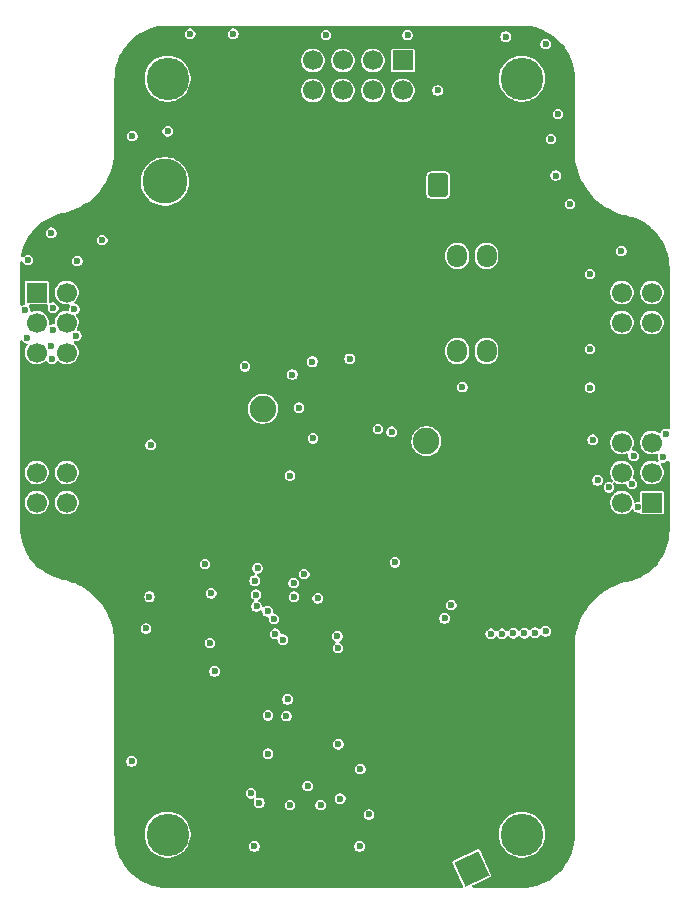
<source format=gbr>
%TF.GenerationSoftware,KiCad,Pcbnew,9.0.1*%
%TF.CreationDate,2025-04-26T03:22:33-04:00*%
%TF.ProjectId,MainBoardPCB,4d61696e-426f-4617-9264-5043422e6b69,rev?*%
%TF.SameCoordinates,Original*%
%TF.FileFunction,Copper,L2,Inr*%
%TF.FilePolarity,Positive*%
%FSLAX46Y46*%
G04 Gerber Fmt 4.6, Leading zero omitted, Abs format (unit mm)*
G04 Created by KiCad (PCBNEW 9.0.1) date 2025-04-26 03:22:33*
%MOMM*%
%LPD*%
G01*
G04 APERTURE LIST*
G04 Aperture macros list*
%AMRoundRect*
0 Rectangle with rounded corners*
0 $1 Rounding radius*
0 $2 $3 $4 $5 $6 $7 $8 $9 X,Y pos of 4 corners*
0 Add a 4 corners polygon primitive as box body*
4,1,4,$2,$3,$4,$5,$6,$7,$8,$9,$2,$3,0*
0 Add four circle primitives for the rounded corners*
1,1,$1+$1,$2,$3*
1,1,$1+$1,$4,$5*
1,1,$1+$1,$6,$7*
1,1,$1+$1,$8,$9*
0 Add four rect primitives between the rounded corners*
20,1,$1+$1,$2,$3,$4,$5,0*
20,1,$1+$1,$4,$5,$6,$7,0*
20,1,$1+$1,$6,$7,$8,$9,0*
20,1,$1+$1,$8,$9,$2,$3,0*%
%AMRotRect*
0 Rectangle, with rotation*
0 The origin of the aperture is its center*
0 $1 length*
0 $2 width*
0 $3 Rotation angle, in degrees counterclockwise*
0 Add horizontal line*
21,1,$1,$2,0,0,$3*%
G04 Aperture macros list end*
%TA.AperFunction,ComponentPad*%
%ADD10RoundRect,0.760000X1.140000X1.140000X-1.140000X1.140000X-1.140000X-1.140000X1.140000X-1.140000X0*%
%TD*%
%TA.AperFunction,ComponentPad*%
%ADD11C,3.800000*%
%TD*%
%TA.AperFunction,ComponentPad*%
%ADD12RotRect,2.250000X2.250000X205.000000*%
%TD*%
%TA.AperFunction,ComponentPad*%
%ADD13C,2.250000*%
%TD*%
%TA.AperFunction,ComponentPad*%
%ADD14R,1.700000X1.700000*%
%TD*%
%TA.AperFunction,ComponentPad*%
%ADD15C,1.700000*%
%TD*%
%TA.AperFunction,ComponentPad*%
%ADD16C,3.600000*%
%TD*%
%TA.AperFunction,ComponentPad*%
%ADD17R,2.250000X2.250000*%
%TD*%
%TA.AperFunction,ComponentPad*%
%ADD18RoundRect,0.250000X-0.600000X-0.725000X0.600000X-0.725000X0.600000X0.725000X-0.600000X0.725000X0*%
%TD*%
%TA.AperFunction,ComponentPad*%
%ADD19O,1.700000X1.950000*%
%TD*%
%TA.AperFunction,HeatsinkPad*%
%ADD20O,1.350000X1.700000*%
%TD*%
%TA.AperFunction,HeatsinkPad*%
%ADD21O,1.100000X1.500000*%
%TD*%
%TA.AperFunction,HeatsinkPad*%
%ADD22C,0.500000*%
%TD*%
%TA.AperFunction,ComponentPad*%
%ADD23RoundRect,0.250000X-0.600000X-0.750000X0.600000X-0.750000X0.600000X0.750000X-0.600000X0.750000X0*%
%TD*%
%TA.AperFunction,ComponentPad*%
%ADD24O,1.700000X2.000000*%
%TD*%
%TA.AperFunction,ViaPad*%
%ADD25C,0.600000*%
%TD*%
G04 APERTURE END LIST*
D10*
%TO.N,GND*%
%TO.C,J6*%
X58300000Y-33700000D03*
D11*
%TO.N,VAA*%
X53300000Y-33700000D03*
%TD*%
D12*
%TO.N,Net-(U4-IO0)*%
%TO.C,BTSEL3*%
X79297019Y-91891000D03*
D13*
%TO.N,GND*%
X76549999Y-86000000D03*
%TD*%
D14*
%TO.N,VAA*%
%TO.C,J4*%
X94540000Y-60890000D03*
D15*
X92000000Y-60890000D03*
X94540000Y-58350000D03*
X92000000Y-58350000D03*
X94540000Y-55810000D03*
X92000000Y-55810000D03*
%TO.N,GND*%
X94540000Y-53270000D03*
X92000000Y-53270000D03*
X94540000Y-50730000D03*
X92000000Y-50730000D03*
X94540000Y-48190000D03*
X92000000Y-48190000D03*
%TO.N,+5V*%
X94540000Y-45650000D03*
X92000000Y-45650000D03*
%TO.N,/GPIO5*%
X94540000Y-43110000D03*
%TO.N,/GPIO4*%
X92000000Y-43110000D03*
%TD*%
D16*
%TO.N,N/C*%
%TO.C,H1*%
X53535500Y-25000000D03*
%TD*%
D14*
%TO.N,Net-(J9-Pin_1)*%
%TO.C,J9*%
X73460000Y-23460000D03*
D15*
%TO.N,Net-(J9-Pin_2)*%
X73460000Y-26000000D03*
%TO.N,Net-(J9-Pin_3)*%
X70920000Y-23460000D03*
%TO.N,Net-(J9-Pin_4)*%
X70920000Y-26000000D03*
%TO.N,Net-(J9-Pin_5)*%
X68380000Y-23460000D03*
%TO.N,Net-(J9-Pin_6)*%
X68380000Y-26000000D03*
%TO.N,+5V*%
X65840000Y-23460000D03*
%TO.N,+3V3*%
X65840000Y-26000000D03*
%TO.N,GND*%
X63300000Y-23460000D03*
X63300000Y-26000000D03*
%TD*%
D17*
%TO.N,GND*%
%TO.C,BTSEL1*%
X61600000Y-59450000D03*
D13*
%TO.N,/~{USB_BOOT}*%
X61600000Y-52950000D03*
%TD*%
D18*
%TO.N,GND*%
%TO.C,J7*%
X75550000Y-40000000D03*
D19*
%TO.N,+5V*%
X78050000Y-40000000D03*
%TO.N,Servo1*%
X80550000Y-40000000D03*
%TD*%
D16*
%TO.N,N/C*%
%TO.C,H2*%
X83535500Y-25000000D03*
%TD*%
D20*
%TO.N,GND*%
%TO.C,J2*%
X58230000Y-91470000D03*
D21*
X58540000Y-88470000D03*
X63380000Y-88470000D03*
D20*
X63690000Y-91470000D03*
%TD*%
D18*
%TO.N,GND*%
%TO.C,J8*%
X75550000Y-48050000D03*
D19*
%TO.N,+5V*%
X78050000Y-48050000D03*
%TO.N,Servo2*%
X80550000Y-48050000D03*
%TD*%
D17*
%TO.N,GND*%
%TO.C,BTSEL2*%
X81950000Y-55700000D03*
D13*
%TO.N,Net-(U4-EN)*%
X75450000Y-55700000D03*
%TD*%
D16*
%TO.N,N/C*%
%TO.C,H4*%
X53535500Y-89000000D03*
%TD*%
%TO.N,N/C*%
%TO.C,H3*%
X83535500Y-89000000D03*
%TD*%
D20*
%TO.N,GND*%
%TO.C,J1*%
X67920000Y-91500000D03*
D21*
X68230000Y-88500000D03*
X73070000Y-88500000D03*
D20*
X73380000Y-91500000D03*
%TD*%
D14*
%TO.N,VAA*%
%TO.C,J3*%
X42460000Y-43110000D03*
D15*
X45000000Y-43110000D03*
X42460000Y-45650000D03*
X45000000Y-45650000D03*
X42460000Y-48190000D03*
X45000000Y-48190000D03*
%TO.N,GND*%
X42460000Y-50730000D03*
X45000000Y-50730000D03*
X42460000Y-53270000D03*
X45000000Y-53270000D03*
X42460000Y-55810000D03*
X45000000Y-55810000D03*
%TO.N,+5V*%
X42460000Y-58350000D03*
X45000000Y-58350000D03*
%TO.N,/GPIO5*%
X42460000Y-60890000D03*
%TO.N,/GPIO4*%
X45000000Y-60890000D03*
%TD*%
D22*
%TO.N,GND*%
%TO.C,U3*%
X55175000Y-69337500D03*
X55175000Y-72037500D03*
X57875000Y-69337500D03*
X57875000Y-72037500D03*
%TD*%
D23*
%TO.N,RX*%
%TO.C,J5*%
X76450000Y-34000000D03*
D24*
%TO.N,GND*%
X78950000Y-34000000D03*
%TD*%
D25*
%TO.N,GND*%
X60100000Y-62100000D03*
X65800000Y-73900000D03*
X71650000Y-75850000D03*
X46250000Y-54600000D03*
X67950000Y-74900000D03*
X53000000Y-77700000D03*
X93350000Y-52100000D03*
X48400000Y-52350000D03*
X73950000Y-73850000D03*
X74050000Y-86900000D03*
X48400000Y-47850000D03*
X67500000Y-55650000D03*
X81750000Y-52200000D03*
X53000000Y-76450000D03*
X66150000Y-50200000D03*
X49400000Y-64350000D03*
X76050000Y-76300000D03*
X65850000Y-89600000D03*
X49300000Y-65650000D03*
X49300000Y-63550000D03*
X76800000Y-52300000D03*
X66550000Y-57300000D03*
X67950000Y-79900000D03*
X53550000Y-62600000D03*
X62400000Y-62100000D03*
X78450000Y-68750000D03*
X61850000Y-64700000D03*
X75500000Y-53200000D03*
X79400000Y-74400000D03*
X65900000Y-88300000D03*
X68800000Y-54650000D03*
X46500000Y-50250000D03*
X55250000Y-80750000D03*
X67950000Y-77550000D03*
X53700000Y-75200000D03*
X74350000Y-54300000D03*
X68500000Y-51850000D03*
X75100000Y-66250000D03*
X43750000Y-59800000D03*
X61850000Y-83050000D03*
X71800000Y-90100000D03*
X73150000Y-86300000D03*
X77050000Y-76100000D03*
X93600000Y-44500000D03*
X81600000Y-78700000D03*
X48600000Y-43850000D03*
X72100000Y-85500000D03*
X52600000Y-60850000D03*
X43700000Y-57000000D03*
X43650000Y-50200000D03*
X55950000Y-68650000D03*
X69800000Y-65050000D03*
X56200000Y-55350000D03*
X56150000Y-80800000D03*
X74050000Y-86000000D03*
X65800000Y-92200000D03*
X81900000Y-82050000D03*
X59700000Y-84800000D03*
X73350000Y-87100000D03*
X72150000Y-47550000D03*
X58800000Y-77450000D03*
X72750000Y-68850000D03*
X68050000Y-61800000D03*
X84200000Y-50600000D03*
X71600000Y-72950000D03*
X58650000Y-62550000D03*
X67950000Y-74100000D03*
X68000000Y-76600000D03*
X67650000Y-49500000D03*
X81400000Y-75100000D03*
X65800000Y-74900000D03*
X67350000Y-36550000D03*
X76950000Y-82150000D03*
X68400000Y-62500000D03*
X43800000Y-52000000D03*
X43800000Y-63150000D03*
X71500000Y-64800000D03*
X73350000Y-85450000D03*
X58550000Y-80950000D03*
X46400000Y-59700000D03*
X65800000Y-75800000D03*
X84100000Y-48850000D03*
X93200000Y-49450000D03*
X48050000Y-55550000D03*
X55400000Y-59200000D03*
X79400000Y-73000000D03*
X65950000Y-90650000D03*
X52950000Y-80050000D03*
X53000000Y-65900000D03*
X66900000Y-71600000D03*
X60000000Y-81150000D03*
X68050000Y-64000000D03*
X78100000Y-76200000D03*
X73950000Y-75200000D03*
X53450000Y-60000000D03*
X67950000Y-75700000D03*
X84200000Y-52500000D03*
X58150000Y-83500000D03*
X57050000Y-54000000D03*
X67950000Y-78650000D03*
X68200000Y-60000000D03*
X73700000Y-82000000D03*
X93200000Y-46950000D03*
X70500000Y-49700000D03*
X67300000Y-83200000D03*
X52900000Y-78850000D03*
X43650000Y-54450000D03*
X72050000Y-86700000D03*
X54600000Y-68900000D03*
X74350000Y-51700000D03*
X62050000Y-83950000D03*
X46200000Y-51950000D03*
X60100000Y-77300000D03*
X71800000Y-81050000D03*
X55850000Y-72700000D03*
X73950000Y-73050000D03*
X74500000Y-75900000D03*
X80700000Y-51350000D03*
X54500000Y-70700000D03*
X65800000Y-76900000D03*
%TO.N,+3V3*%
X63300000Y-72500000D03*
X64250000Y-68850000D03*
X71350000Y-54650000D03*
X64200000Y-67700000D03*
X62650000Y-72000000D03*
X63600000Y-78950000D03*
X65100000Y-66950000D03*
X66250000Y-69000000D03*
X63700000Y-77550000D03*
X61150000Y-66450000D03*
%TO.N,+1V1*%
X57227500Y-68577500D03*
X57527500Y-75177500D03*
X57127470Y-72777500D03*
X56700000Y-66100000D03*
%TO.N,/GPIO5*%
X51700000Y-71550000D03*
X65800000Y-48950000D03*
%TO.N,/GPIO4*%
X64100000Y-50050000D03*
X52000000Y-68850000D03*
%TO.N,/USB_D+*%
X68150000Y-85950000D03*
X69800000Y-90000000D03*
%TO.N,/USB_D-*%
X66500000Y-86500000D03*
X70600000Y-87300000D03*
%TO.N,VUSB*%
X63900000Y-86499999D03*
X60880000Y-90000000D03*
%TO.N,VAA*%
X45900000Y-40450000D03*
X45800000Y-46750000D03*
X89525000Y-55575000D03*
X45650000Y-44500000D03*
X43700000Y-47600000D03*
X93400000Y-61300000D03*
X59100000Y-21200000D03*
X41450000Y-44600000D03*
X43750000Y-48700000D03*
X95700000Y-55100000D03*
X55450000Y-21200000D03*
X85550000Y-22050000D03*
X82150000Y-21450000D03*
X53550000Y-29450000D03*
X43700000Y-38050000D03*
X50550000Y-29850000D03*
X48000000Y-38650000D03*
X86600000Y-28000000D03*
X92850000Y-59300000D03*
X89300000Y-47900000D03*
X73850000Y-21300000D03*
X89300000Y-41550000D03*
X91950000Y-39600000D03*
X43850000Y-44400000D03*
X66950000Y-21300000D03*
X90900000Y-59600000D03*
X89950000Y-59000000D03*
X41700000Y-40350000D03*
X95500000Y-57050000D03*
X43800000Y-46250000D03*
X86400000Y-33200000D03*
X87600000Y-35600000D03*
X89300000Y-51150000D03*
X41650000Y-46950000D03*
X86000000Y-30100000D03*
X93000000Y-56950000D03*
%TO.N,+5V*%
X68950000Y-48700000D03*
X50500000Y-82800000D03*
X52100000Y-56000000D03*
X60100000Y-49350000D03*
%TO.N,Net-(D3-K)*%
X62050000Y-82150000D03*
X65400000Y-84900000D03*
X62050000Y-78900000D03*
%TO.N,D+*%
X69850000Y-83450000D03*
X61300000Y-86300000D03*
%TO.N,D-*%
X60600000Y-85500000D03*
X68000000Y-81350000D03*
%TO.N,GYROSCL*%
X64650000Y-52850000D03*
X61032282Y-68682282D03*
%TO.N,GYROSDA*%
X61062500Y-69687500D03*
X65850000Y-55450000D03*
%TO.N,Net-(J9-Pin_1)*%
X85550000Y-71800000D03*
%TO.N,Net-(J9-Pin_3)*%
X83750000Y-71950000D03*
%TO.N,BATT_READ*%
X63900000Y-58600000D03*
X60900000Y-67500000D03*
%TO.N,RX*%
X77000000Y-70700000D03*
%TO.N,Servo2*%
X77550000Y-69550000D03*
%TO.N,Servo1*%
X72800000Y-65950000D03*
X72500000Y-54900000D03*
X78500000Y-51100000D03*
%TO.N,Net-(J9-Pin_2)*%
X84650000Y-71900000D03*
X76400000Y-26000000D03*
%TO.N,Net-(J9-Pin_5)*%
X81850000Y-72000000D03*
%TO.N,Net-(J9-Pin_4)*%
X82800000Y-71950000D03*
%TO.N,Net-(J9-Pin_6)*%
X80900000Y-72000000D03*
%TO.N,2040RX*%
X62000000Y-70100000D03*
X67900000Y-72200000D03*
%TO.N,2040TX*%
X67950000Y-73200000D03*
X62550000Y-70750000D03*
%TD*%
%TA.AperFunction,Conductor*%
%TO.N,GND*%
G36*
X83538088Y-20500616D02*
G01*
X83920915Y-20517277D01*
X83931632Y-20518211D01*
X84308878Y-20567711D01*
X84319483Y-20569574D01*
X84691015Y-20651662D01*
X84701412Y-20654439D01*
X85064396Y-20768487D01*
X85074525Y-20772160D01*
X85426222Y-20917307D01*
X85436000Y-20921850D01*
X85773760Y-21097001D01*
X85783104Y-21102374D01*
X86104364Y-21306199D01*
X86113198Y-21312358D01*
X86174659Y-21359309D01*
X86415558Y-21543337D01*
X86423833Y-21550249D01*
X86704960Y-21806597D01*
X86712604Y-21814201D01*
X86970414Y-22094017D01*
X86977368Y-22102257D01*
X87150596Y-22326612D01*
X87209889Y-22403404D01*
X87216090Y-22412200D01*
X87389778Y-22682863D01*
X87421576Y-22732415D01*
X87426998Y-22741733D01*
X87603889Y-23078585D01*
X87608483Y-23088340D01*
X87697703Y-23301400D01*
X87728414Y-23374740D01*
X87755444Y-23439287D01*
X87759170Y-23449399D01*
X87785077Y-23530390D01*
X87875088Y-23811786D01*
X87877923Y-23822189D01*
X87961919Y-24193264D01*
X87963840Y-24203874D01*
X88015284Y-24580847D01*
X88016276Y-24591583D01*
X88034887Y-24973847D01*
X88035034Y-24979877D01*
X88035034Y-31207711D01*
X88034787Y-31384661D01*
X88034743Y-31416006D01*
X88034744Y-31416032D01*
X88069857Y-31858407D01*
X88069860Y-31858432D01*
X88140492Y-32296549D01*
X88140494Y-32296559D01*
X88177654Y-32448093D01*
X88246194Y-32727585D01*
X88246199Y-32727600D01*
X88246201Y-32727607D01*
X88386270Y-33148697D01*
X88386271Y-33148699D01*
X88559805Y-33557140D01*
X88559811Y-33557154D01*
X88765695Y-33950314D01*
X88765700Y-33950323D01*
X89002569Y-34325596D01*
X89002570Y-34325598D01*
X89002573Y-34325602D01*
X89002575Y-34325605D01*
X89268916Y-34680596D01*
X89268920Y-34680601D01*
X89268925Y-34680607D01*
X89268930Y-34680613D01*
X89541189Y-34988342D01*
X89562987Y-35012980D01*
X89882877Y-35320596D01*
X90226506Y-35601445D01*
X90591641Y-35853702D01*
X90975909Y-36075726D01*
X91376813Y-36266076D01*
X91791747Y-36423513D01*
X92218015Y-36547016D01*
X92218024Y-36547017D01*
X92218036Y-36547021D01*
X92361942Y-36576403D01*
X92361950Y-36576404D01*
X92370854Y-36578222D01*
X92370864Y-36578228D01*
X92392278Y-36582599D01*
X92392822Y-36582887D01*
X92432584Y-36590839D01*
X92438221Y-36592103D01*
X92803852Y-36683197D01*
X92814022Y-36686198D01*
X93168249Y-36807433D01*
X93178107Y-36811286D01*
X93520665Y-36962353D01*
X93530162Y-36967035D01*
X93858573Y-37146843D01*
X93867634Y-37152322D01*
X94114419Y-37316315D01*
X94179442Y-37359524D01*
X94188018Y-37365767D01*
X94480993Y-37598881D01*
X94488979Y-37605814D01*
X94577449Y-37689511D01*
X94760948Y-37863112D01*
X94768336Y-37870726D01*
X95017308Y-38150323D01*
X95024018Y-38158541D01*
X95072868Y-38223887D01*
X95232916Y-38437981D01*
X95248178Y-38458396D01*
X95254159Y-38467156D01*
X95330984Y-38590693D01*
X95451860Y-38785065D01*
X95457069Y-38794300D01*
X95483298Y-38845837D01*
X95626881Y-39127966D01*
X95631284Y-39137618D01*
X95771948Y-39484567D01*
X95775510Y-39494561D01*
X95886001Y-39852267D01*
X95888695Y-39862528D01*
X95968202Y-40228358D01*
X95970010Y-40238813D01*
X96017956Y-40610113D01*
X96018863Y-40620683D01*
X96034920Y-40995306D01*
X96035034Y-41000616D01*
X96035034Y-54561780D01*
X96015349Y-54628819D01*
X95962545Y-54674574D01*
X95893387Y-54684518D01*
X95878941Y-54681555D01*
X95801525Y-54660811D01*
X95759309Y-54649500D01*
X95640691Y-54649500D01*
X95526114Y-54680201D01*
X95526112Y-54680201D01*
X95526112Y-54680202D01*
X95423387Y-54739511D01*
X95423384Y-54739513D01*
X95339513Y-54823384D01*
X95339511Y-54823387D01*
X95276137Y-54933153D01*
X95274402Y-54932151D01*
X95237341Y-54978135D01*
X95171046Y-55000195D01*
X95103347Y-54982912D01*
X95097737Y-54979376D01*
X95013920Y-54923371D01*
X95013907Y-54923364D01*
X94831839Y-54847950D01*
X94831829Y-54847947D01*
X94638543Y-54809500D01*
X94638541Y-54809500D01*
X94441459Y-54809500D01*
X94441457Y-54809500D01*
X94248170Y-54847947D01*
X94248160Y-54847950D01*
X94066092Y-54923364D01*
X94066079Y-54923371D01*
X93902218Y-55032860D01*
X93902214Y-55032863D01*
X93762863Y-55172214D01*
X93762860Y-55172218D01*
X93653371Y-55336079D01*
X93653364Y-55336092D01*
X93577950Y-55518160D01*
X93577947Y-55518170D01*
X93539500Y-55711456D01*
X93539500Y-55711459D01*
X93539500Y-55908541D01*
X93539500Y-55908543D01*
X93539499Y-55908543D01*
X93577947Y-56101829D01*
X93577950Y-56101839D01*
X93653364Y-56283907D01*
X93653371Y-56283920D01*
X93762860Y-56447781D01*
X93762863Y-56447785D01*
X93902214Y-56587136D01*
X93902218Y-56587139D01*
X94066079Y-56696628D01*
X94066092Y-56696635D01*
X94176298Y-56742283D01*
X94248165Y-56772051D01*
X94248169Y-56772051D01*
X94248170Y-56772052D01*
X94441456Y-56810500D01*
X94441459Y-56810500D01*
X94638543Y-56810500D01*
X94768582Y-56784632D01*
X94831835Y-56772051D01*
X94910266Y-56739563D01*
X94979735Y-56732095D01*
X95042214Y-56763370D01*
X95077866Y-56823459D01*
X95077493Y-56886218D01*
X95061986Y-56944092D01*
X95049500Y-56990691D01*
X95049500Y-57109309D01*
X95080201Y-57223886D01*
X95081777Y-57226615D01*
X95100113Y-57258374D01*
X95116586Y-57326274D01*
X95093734Y-57392301D01*
X95038813Y-57435492D01*
X94969260Y-57442134D01*
X94945274Y-57434936D01*
X94831839Y-57387950D01*
X94831829Y-57387947D01*
X94638543Y-57349500D01*
X94638541Y-57349500D01*
X94441459Y-57349500D01*
X94441457Y-57349500D01*
X94248170Y-57387947D01*
X94248160Y-57387950D01*
X94066092Y-57463364D01*
X94066079Y-57463371D01*
X93902218Y-57572860D01*
X93902214Y-57572863D01*
X93762863Y-57712214D01*
X93762860Y-57712218D01*
X93653371Y-57876079D01*
X93653364Y-57876092D01*
X93577950Y-58058160D01*
X93577947Y-58058170D01*
X93539500Y-58251456D01*
X93539500Y-58251459D01*
X93539500Y-58448541D01*
X93539500Y-58448543D01*
X93539499Y-58448543D01*
X93577947Y-58641829D01*
X93577950Y-58641839D01*
X93653364Y-58823907D01*
X93653371Y-58823920D01*
X93762860Y-58987781D01*
X93762863Y-58987785D01*
X93902214Y-59127136D01*
X93902218Y-59127139D01*
X94066079Y-59236628D01*
X94066092Y-59236635D01*
X94162609Y-59276613D01*
X94248165Y-59312051D01*
X94248169Y-59312051D01*
X94248170Y-59312052D01*
X94441456Y-59350500D01*
X94441459Y-59350500D01*
X94638543Y-59350500D01*
X94808121Y-59316768D01*
X94831835Y-59312051D01*
X95006956Y-59239514D01*
X95013907Y-59236635D01*
X95013907Y-59236634D01*
X95013914Y-59236632D01*
X95177782Y-59127139D01*
X95317139Y-58987782D01*
X95426632Y-58823914D01*
X95502051Y-58641835D01*
X95540500Y-58448541D01*
X95540500Y-58251459D01*
X95540500Y-58251456D01*
X95502052Y-58058170D01*
X95502051Y-58058169D01*
X95502051Y-58058165D01*
X95502049Y-58058160D01*
X95426635Y-57876092D01*
X95426628Y-57876079D01*
X95317139Y-57712218D01*
X95317136Y-57712214D01*
X95309934Y-57705012D01*
X95276449Y-57643689D01*
X95281433Y-57573997D01*
X95323305Y-57518064D01*
X95388769Y-57493647D01*
X95429704Y-57497556D01*
X95440691Y-57500500D01*
X95440695Y-57500500D01*
X95559306Y-57500500D01*
X95559309Y-57500500D01*
X95673886Y-57469799D01*
X95776613Y-57410489D01*
X95823353Y-57363749D01*
X95884676Y-57330264D01*
X95954368Y-57335248D01*
X96010301Y-57377120D01*
X96034718Y-57442584D01*
X96035034Y-57451430D01*
X96035034Y-63199397D01*
X96034920Y-63204702D01*
X96018790Y-63581377D01*
X96017883Y-63591948D01*
X95969951Y-63963236D01*
X95968144Y-63973691D01*
X95888648Y-64339527D01*
X95885954Y-64349789D01*
X95775472Y-64707498D01*
X95771910Y-64717492D01*
X95631258Y-65064436D01*
X95626855Y-65074089D01*
X95457055Y-65407748D01*
X95451842Y-65416990D01*
X95254147Y-65734902D01*
X95248164Y-65743664D01*
X95024009Y-66043519D01*
X95017299Y-66051737D01*
X94768338Y-66331327D01*
X94760950Y-66338942D01*
X94488986Y-66596239D01*
X94480973Y-66603194D01*
X94188030Y-66836283D01*
X94179453Y-66842528D01*
X93867634Y-67049736D01*
X93858554Y-67055224D01*
X93530187Y-67235005D01*
X93520671Y-67239698D01*
X93178123Y-67390756D01*
X93168241Y-67394618D01*
X92814035Y-67515841D01*
X92803859Y-67518844D01*
X92439081Y-67609718D01*
X92433908Y-67610889D01*
X92218238Y-67654915D01*
X92218228Y-67654918D01*
X91792404Y-67778253D01*
X91377863Y-67935462D01*
X90977338Y-68125508D01*
X90593399Y-68347170D01*
X90593392Y-68347175D01*
X90228536Y-68599012D01*
X89885122Y-68879395D01*
X89885119Y-68879398D01*
X89565386Y-69186501D01*
X89271395Y-69518344D01*
X89005073Y-69872749D01*
X89005072Y-69872751D01*
X88768111Y-70247468D01*
X88562092Y-70640001D01*
X88562086Y-70640014D01*
X88388315Y-71047864D01*
X88388305Y-71047890D01*
X88247928Y-71468370D01*
X88247919Y-71468400D01*
X88196540Y-71676851D01*
X88143834Y-71890691D01*
X88141822Y-71898852D01*
X88141819Y-71898863D01*
X88070708Y-72336429D01*
X88035034Y-72778322D01*
X88035034Y-88997313D01*
X88034916Y-89002722D01*
X88018148Y-89386769D01*
X88017205Y-89397546D01*
X87967383Y-89775974D01*
X87965505Y-89786627D01*
X87882887Y-90159292D01*
X87880087Y-90169740D01*
X87765309Y-90533770D01*
X87761609Y-90543936D01*
X87615536Y-90896587D01*
X87610964Y-90906391D01*
X87434713Y-91244964D01*
X87429304Y-91254332D01*
X87224223Y-91576243D01*
X87218019Y-91585105D01*
X86985639Y-91887947D01*
X86978685Y-91896233D01*
X86720823Y-92177639D01*
X86713174Y-92185289D01*
X86431743Y-92443170D01*
X86423456Y-92450123D01*
X86120639Y-92682483D01*
X86111778Y-92688688D01*
X85789848Y-92893778D01*
X85780479Y-92899187D01*
X85441901Y-93075438D01*
X85432098Y-93080009D01*
X85079459Y-93226076D01*
X85069293Y-93229776D01*
X84705257Y-93344554D01*
X84694808Y-93347354D01*
X84322146Y-93429969D01*
X84311493Y-93431847D01*
X83933063Y-93481667D01*
X83922286Y-93482610D01*
X83538095Y-93499381D01*
X83532689Y-93499499D01*
X83500068Y-93499499D01*
X83469645Y-93499499D01*
X83469641Y-93499499D01*
X83462037Y-93499500D01*
X83462036Y-93499499D01*
X83462035Y-93499500D01*
X79424997Y-93499500D01*
X79357958Y-93479815D01*
X79312203Y-93427011D01*
X79302259Y-93357853D01*
X79331284Y-93294297D01*
X79372592Y-93263118D01*
X79444094Y-93229776D01*
X80869096Y-92565287D01*
X80905194Y-92538818D01*
X80936255Y-92487633D01*
X80945362Y-92428458D01*
X80934723Y-92384978D01*
X79971306Y-90318923D01*
X79944837Y-90282825D01*
X79944836Y-90282824D01*
X79924712Y-90270612D01*
X79893652Y-90251764D01*
X79893650Y-90251763D01*
X79893649Y-90251763D01*
X79834478Y-90242657D01*
X79834477Y-90242657D01*
X79791000Y-90253295D01*
X79790993Y-90253297D01*
X77724942Y-91216713D01*
X77688843Y-91243182D01*
X77657783Y-91294367D01*
X77657782Y-91294369D01*
X77648676Y-91353540D01*
X77648676Y-91353541D01*
X77659314Y-91397018D01*
X77659316Y-91397025D01*
X77888229Y-91887929D01*
X78557458Y-93323097D01*
X78567950Y-93392173D01*
X78539430Y-93455957D01*
X78480954Y-93494196D01*
X78445076Y-93499500D01*
X53538206Y-93499500D01*
X53532797Y-93499382D01*
X53148754Y-93482614D01*
X53137977Y-93481671D01*
X52759550Y-93431849D01*
X52748897Y-93429971D01*
X52376238Y-93347354D01*
X52365789Y-93344554D01*
X52001757Y-93229773D01*
X51991592Y-93226073D01*
X51638948Y-93080001D01*
X51629144Y-93075429D01*
X51290578Y-92899181D01*
X51281209Y-92893772D01*
X50959285Y-92688680D01*
X50950424Y-92682475D01*
X50647611Y-92450114D01*
X50639324Y-92443161D01*
X50357898Y-92185278D01*
X50350255Y-92177634D01*
X50092380Y-91896207D01*
X50085442Y-91887938D01*
X49853066Y-91585092D01*
X49846865Y-91576236D01*
X49641776Y-91254301D01*
X49636383Y-91244960D01*
X49501164Y-90985197D01*
X49460134Y-90906376D01*
X49455562Y-90896572D01*
X49309492Y-90543915D01*
X49305793Y-90533750D01*
X49238062Y-90318923D01*
X49191019Y-90169714D01*
X49188222Y-90159274D01*
X49171971Y-90085965D01*
X49105612Y-89786615D01*
X49103735Y-89775965D01*
X49053921Y-89397536D01*
X49052978Y-89386759D01*
X49046029Y-89227522D01*
X49036151Y-89001193D01*
X49036034Y-88995806D01*
X49036036Y-88934119D01*
X49036034Y-88934111D01*
X49036034Y-88872149D01*
X51585000Y-88872149D01*
X51585000Y-89127850D01*
X51598119Y-89227492D01*
X51618374Y-89381340D01*
X51671659Y-89580202D01*
X51684550Y-89628312D01*
X51684553Y-89628322D01*
X51782394Y-89864531D01*
X51782399Y-89864542D01*
X51910234Y-90085957D01*
X51910245Y-90085973D01*
X52065888Y-90288811D01*
X52065894Y-90288818D01*
X52246681Y-90469605D01*
X52246687Y-90469610D01*
X52449535Y-90625261D01*
X52449542Y-90625265D01*
X52670957Y-90753100D01*
X52670962Y-90753102D01*
X52670965Y-90753104D01*
X52907187Y-90850950D01*
X53154160Y-90917126D01*
X53407657Y-90950500D01*
X53407664Y-90950500D01*
X53663336Y-90950500D01*
X53663343Y-90950500D01*
X53916840Y-90917126D01*
X54163813Y-90850950D01*
X54400035Y-90753104D01*
X54621465Y-90625261D01*
X54824313Y-90469610D01*
X55005110Y-90288813D01*
X55160761Y-90085965D01*
X55244634Y-89940693D01*
X55244635Y-89940691D01*
X60429500Y-89940691D01*
X60429500Y-90059309D01*
X60460201Y-90173886D01*
X60519511Y-90276613D01*
X60603387Y-90360489D01*
X60706114Y-90419799D01*
X60820691Y-90450500D01*
X60820694Y-90450500D01*
X60939306Y-90450500D01*
X60939309Y-90450500D01*
X61053886Y-90419799D01*
X61156613Y-90360489D01*
X61240489Y-90276613D01*
X61299799Y-90173886D01*
X61330500Y-90059309D01*
X61330500Y-89940691D01*
X69349500Y-89940691D01*
X69349500Y-90059309D01*
X69380201Y-90173886D01*
X69439511Y-90276613D01*
X69523387Y-90360489D01*
X69626114Y-90419799D01*
X69740691Y-90450500D01*
X69740694Y-90450500D01*
X69859306Y-90450500D01*
X69859309Y-90450500D01*
X69973886Y-90419799D01*
X70076613Y-90360489D01*
X70160489Y-90276613D01*
X70219799Y-90173886D01*
X70250500Y-90059309D01*
X70250500Y-89940691D01*
X70219799Y-89826114D01*
X70160489Y-89723387D01*
X70076613Y-89639511D01*
X69973886Y-89580201D01*
X69859309Y-89549500D01*
X69740691Y-89549500D01*
X69626114Y-89580201D01*
X69626112Y-89580201D01*
X69626112Y-89580202D01*
X69523387Y-89639511D01*
X69523384Y-89639513D01*
X69439513Y-89723384D01*
X69439511Y-89723387D01*
X69380201Y-89826114D01*
X69349500Y-89940691D01*
X61330500Y-89940691D01*
X61299799Y-89826114D01*
X61240489Y-89723387D01*
X61156613Y-89639511D01*
X61053886Y-89580201D01*
X60939309Y-89549500D01*
X60820691Y-89549500D01*
X60706114Y-89580201D01*
X60706112Y-89580201D01*
X60706112Y-89580202D01*
X60603387Y-89639511D01*
X60603384Y-89639513D01*
X60519513Y-89723384D01*
X60519511Y-89723387D01*
X60460201Y-89826114D01*
X60429500Y-89940691D01*
X55244635Y-89940691D01*
X55285124Y-89870564D01*
X55285124Y-89870563D01*
X55288598Y-89864545D01*
X55288600Y-89864542D01*
X55288604Y-89864535D01*
X55386450Y-89628313D01*
X55452626Y-89381340D01*
X55486000Y-89127843D01*
X55486000Y-88872157D01*
X55485999Y-88872149D01*
X81585000Y-88872149D01*
X81585000Y-89127850D01*
X81598119Y-89227492D01*
X81618374Y-89381340D01*
X81671659Y-89580202D01*
X81684550Y-89628312D01*
X81684553Y-89628322D01*
X81782394Y-89864531D01*
X81782399Y-89864542D01*
X81910234Y-90085957D01*
X81910245Y-90085973D01*
X82065888Y-90288811D01*
X82065894Y-90288818D01*
X82246681Y-90469605D01*
X82246687Y-90469610D01*
X82449535Y-90625261D01*
X82449542Y-90625265D01*
X82670957Y-90753100D01*
X82670962Y-90753102D01*
X82670965Y-90753104D01*
X82907187Y-90850950D01*
X83154160Y-90917126D01*
X83407657Y-90950500D01*
X83407664Y-90950500D01*
X83663336Y-90950500D01*
X83663343Y-90950500D01*
X83916840Y-90917126D01*
X84163813Y-90850950D01*
X84400035Y-90753104D01*
X84621465Y-90625261D01*
X84824313Y-90469610D01*
X85005110Y-90288813D01*
X85160761Y-90085965D01*
X85288604Y-89864535D01*
X85386450Y-89628313D01*
X85452626Y-89381340D01*
X85486000Y-89127843D01*
X85486000Y-88872157D01*
X85452626Y-88618660D01*
X85386450Y-88371687D01*
X85288604Y-88135465D01*
X85288602Y-88135462D01*
X85288600Y-88135457D01*
X85160765Y-87914042D01*
X85160761Y-87914035D01*
X85005110Y-87711187D01*
X85005105Y-87711181D01*
X84824318Y-87530394D01*
X84824311Y-87530388D01*
X84621473Y-87374745D01*
X84621471Y-87374743D01*
X84621465Y-87374739D01*
X84621460Y-87374736D01*
X84621457Y-87374734D01*
X84400042Y-87246899D01*
X84400031Y-87246894D01*
X84163822Y-87149053D01*
X84163815Y-87149051D01*
X84163813Y-87149050D01*
X83916840Y-87082874D01*
X83860507Y-87075457D01*
X83663350Y-87049500D01*
X83663343Y-87049500D01*
X83407657Y-87049500D01*
X83407649Y-87049500D01*
X83182326Y-87079165D01*
X83154160Y-87082874D01*
X82992793Y-87126112D01*
X82907187Y-87149050D01*
X82907177Y-87149053D01*
X82670968Y-87246894D01*
X82670957Y-87246899D01*
X82449542Y-87374734D01*
X82449526Y-87374745D01*
X82246688Y-87530388D01*
X82246681Y-87530394D01*
X82065894Y-87711181D01*
X82065888Y-87711188D01*
X81910245Y-87914026D01*
X81910234Y-87914042D01*
X81782399Y-88135457D01*
X81782394Y-88135468D01*
X81684553Y-88371677D01*
X81684550Y-88371687D01*
X81618374Y-88618661D01*
X81585000Y-88872149D01*
X55485999Y-88872149D01*
X55452626Y-88618660D01*
X55386450Y-88371687D01*
X55288604Y-88135465D01*
X55288602Y-88135462D01*
X55288600Y-88135457D01*
X55160765Y-87914042D01*
X55160761Y-87914035D01*
X55005110Y-87711187D01*
X55005105Y-87711181D01*
X54824318Y-87530394D01*
X54824311Y-87530388D01*
X54621473Y-87374745D01*
X54621471Y-87374743D01*
X54621465Y-87374739D01*
X54621460Y-87374736D01*
X54621457Y-87374734D01*
X54561211Y-87339951D01*
X54400042Y-87246899D01*
X54400031Y-87246894D01*
X54385056Y-87240691D01*
X70149500Y-87240691D01*
X70149500Y-87359309D01*
X70180201Y-87473886D01*
X70239511Y-87576613D01*
X70323387Y-87660489D01*
X70426114Y-87719799D01*
X70540691Y-87750500D01*
X70540694Y-87750500D01*
X70659306Y-87750500D01*
X70659309Y-87750500D01*
X70773886Y-87719799D01*
X70876613Y-87660489D01*
X70960489Y-87576613D01*
X71019799Y-87473886D01*
X71050500Y-87359309D01*
X71050500Y-87240691D01*
X71019799Y-87126114D01*
X70960489Y-87023387D01*
X70876613Y-86939511D01*
X70773886Y-86880201D01*
X70659309Y-86849500D01*
X70540691Y-86849500D01*
X70426114Y-86880201D01*
X70426112Y-86880201D01*
X70426112Y-86880202D01*
X70323387Y-86939511D01*
X70323384Y-86939513D01*
X70239513Y-87023384D01*
X70239511Y-87023387D01*
X70224435Y-87049500D01*
X70180201Y-87126114D01*
X70149500Y-87240691D01*
X54385056Y-87240691D01*
X54163822Y-87149053D01*
X54163815Y-87149051D01*
X54163813Y-87149050D01*
X53916840Y-87082874D01*
X53860507Y-87075457D01*
X53663350Y-87049500D01*
X53663343Y-87049500D01*
X53407657Y-87049500D01*
X53407649Y-87049500D01*
X53182326Y-87079165D01*
X53154160Y-87082874D01*
X52992793Y-87126112D01*
X52907187Y-87149050D01*
X52907177Y-87149053D01*
X52670968Y-87246894D01*
X52670957Y-87246899D01*
X52449542Y-87374734D01*
X52449526Y-87374745D01*
X52246688Y-87530388D01*
X52246681Y-87530394D01*
X52065894Y-87711181D01*
X52065888Y-87711188D01*
X51910245Y-87914026D01*
X51910234Y-87914042D01*
X51782399Y-88135457D01*
X51782394Y-88135468D01*
X51684553Y-88371677D01*
X51684550Y-88371687D01*
X51618374Y-88618661D01*
X51585000Y-88872149D01*
X49036034Y-88872149D01*
X49036034Y-85440691D01*
X60149500Y-85440691D01*
X60149500Y-85559309D01*
X60180201Y-85673886D01*
X60239511Y-85776613D01*
X60323387Y-85860489D01*
X60426114Y-85919799D01*
X60540691Y-85950500D01*
X60540694Y-85950500D01*
X60659306Y-85950500D01*
X60659309Y-85950500D01*
X60751415Y-85925820D01*
X60821261Y-85927483D01*
X60879123Y-85966645D01*
X60906628Y-86030873D01*
X60895042Y-86099775D01*
X60890893Y-86107594D01*
X60880202Y-86126111D01*
X60880202Y-86126112D01*
X60880201Y-86126114D01*
X60849500Y-86240691D01*
X60849500Y-86359309D01*
X60880201Y-86473886D01*
X60939511Y-86576613D01*
X61023387Y-86660489D01*
X61126114Y-86719799D01*
X61240691Y-86750500D01*
X61240694Y-86750500D01*
X61359306Y-86750500D01*
X61359309Y-86750500D01*
X61473886Y-86719799D01*
X61576613Y-86660489D01*
X61660489Y-86576613D01*
X61719799Y-86473886D01*
X61728694Y-86440690D01*
X63449500Y-86440690D01*
X63449500Y-86559308D01*
X63480201Y-86673885D01*
X63539511Y-86776612D01*
X63623387Y-86860488D01*
X63726114Y-86919798D01*
X63840691Y-86950499D01*
X63840694Y-86950499D01*
X63959306Y-86950499D01*
X63959309Y-86950499D01*
X64073886Y-86919798D01*
X64176613Y-86860488D01*
X64260489Y-86776612D01*
X64319799Y-86673885D01*
X64350500Y-86559308D01*
X64350500Y-86440691D01*
X66049500Y-86440691D01*
X66049500Y-86559309D01*
X66080201Y-86673886D01*
X66139511Y-86776613D01*
X66223387Y-86860489D01*
X66326114Y-86919799D01*
X66440691Y-86950500D01*
X66440694Y-86950500D01*
X66559306Y-86950500D01*
X66559309Y-86950500D01*
X66673886Y-86919799D01*
X66776613Y-86860489D01*
X66860489Y-86776613D01*
X66919799Y-86673886D01*
X66950500Y-86559309D01*
X66950500Y-86440691D01*
X66919799Y-86326114D01*
X66860489Y-86223387D01*
X66776613Y-86139511D01*
X66673886Y-86080201D01*
X66559309Y-86049500D01*
X66440691Y-86049500D01*
X66326114Y-86080201D01*
X66326112Y-86080201D01*
X66326112Y-86080202D01*
X66223387Y-86139511D01*
X66223384Y-86139513D01*
X66139513Y-86223384D01*
X66139512Y-86223386D01*
X66139511Y-86223387D01*
X66080201Y-86326114D01*
X66049500Y-86440691D01*
X64350500Y-86440691D01*
X64350500Y-86440690D01*
X64319799Y-86326113D01*
X64260489Y-86223386D01*
X64176613Y-86139510D01*
X64073886Y-86080200D01*
X63959309Y-86049499D01*
X63840691Y-86049499D01*
X63726114Y-86080200D01*
X63726112Y-86080200D01*
X63726112Y-86080201D01*
X63623387Y-86139510D01*
X63623384Y-86139512D01*
X63539513Y-86223383D01*
X63539511Y-86223386D01*
X63489222Y-86310489D01*
X63480201Y-86326113D01*
X63449500Y-86440690D01*
X61728694Y-86440690D01*
X61750500Y-86359309D01*
X61750500Y-86240691D01*
X61719799Y-86126114D01*
X61660489Y-86023387D01*
X61576613Y-85939511D01*
X61492055Y-85890691D01*
X67699500Y-85890691D01*
X67699500Y-86009309D01*
X67730201Y-86123886D01*
X67789511Y-86226613D01*
X67873387Y-86310489D01*
X67976114Y-86369799D01*
X68090691Y-86400500D01*
X68090694Y-86400500D01*
X68209306Y-86400500D01*
X68209309Y-86400500D01*
X68323886Y-86369799D01*
X68426613Y-86310489D01*
X68510489Y-86226613D01*
X68569799Y-86123886D01*
X68600500Y-86009309D01*
X68600500Y-85890691D01*
X68569799Y-85776114D01*
X68510489Y-85673387D01*
X68426613Y-85589511D01*
X68323886Y-85530201D01*
X68209309Y-85499500D01*
X68090691Y-85499500D01*
X67976114Y-85530201D01*
X67976112Y-85530201D01*
X67976112Y-85530202D01*
X67873387Y-85589511D01*
X67873384Y-85589513D01*
X67789513Y-85673384D01*
X67789511Y-85673387D01*
X67730201Y-85776114D01*
X67699500Y-85890691D01*
X61492055Y-85890691D01*
X61473886Y-85880201D01*
X61359309Y-85849500D01*
X61240691Y-85849500D01*
X61148587Y-85874179D01*
X61078737Y-85872516D01*
X61020875Y-85833353D01*
X60993371Y-85769124D01*
X61004958Y-85700222D01*
X61009099Y-85692417D01*
X61019799Y-85673886D01*
X61050500Y-85559309D01*
X61050500Y-85440691D01*
X61019799Y-85326114D01*
X60960489Y-85223387D01*
X60876613Y-85139511D01*
X60773886Y-85080201D01*
X60659309Y-85049500D01*
X60540691Y-85049500D01*
X60426114Y-85080201D01*
X60426112Y-85080201D01*
X60426112Y-85080202D01*
X60323387Y-85139511D01*
X60323384Y-85139513D01*
X60239513Y-85223384D01*
X60239511Y-85223387D01*
X60218091Y-85260488D01*
X60180201Y-85326114D01*
X60149500Y-85440691D01*
X49036034Y-85440691D01*
X49036034Y-84840691D01*
X64949500Y-84840691D01*
X64949500Y-84959309D01*
X64980201Y-85073886D01*
X65039511Y-85176613D01*
X65123387Y-85260489D01*
X65226114Y-85319799D01*
X65340691Y-85350500D01*
X65340694Y-85350500D01*
X65459306Y-85350500D01*
X65459309Y-85350500D01*
X65573886Y-85319799D01*
X65676613Y-85260489D01*
X65760489Y-85176613D01*
X65819799Y-85073886D01*
X65850500Y-84959309D01*
X65850500Y-84840691D01*
X65819799Y-84726114D01*
X65760489Y-84623387D01*
X65676613Y-84539511D01*
X65573886Y-84480201D01*
X65459309Y-84449500D01*
X65340691Y-84449500D01*
X65226114Y-84480201D01*
X65226112Y-84480201D01*
X65226112Y-84480202D01*
X65123387Y-84539511D01*
X65123384Y-84539513D01*
X65039513Y-84623384D01*
X65039511Y-84623387D01*
X64980201Y-84726114D01*
X64949500Y-84840691D01*
X49036034Y-84840691D01*
X49036034Y-83390691D01*
X69399500Y-83390691D01*
X69399500Y-83509309D01*
X69430201Y-83623886D01*
X69489511Y-83726613D01*
X69573387Y-83810489D01*
X69676114Y-83869799D01*
X69790691Y-83900500D01*
X69790694Y-83900500D01*
X69909306Y-83900500D01*
X69909309Y-83900500D01*
X70023886Y-83869799D01*
X70126613Y-83810489D01*
X70210489Y-83726613D01*
X70269799Y-83623886D01*
X70300500Y-83509309D01*
X70300500Y-83390691D01*
X70269799Y-83276114D01*
X70210489Y-83173387D01*
X70126613Y-83089511D01*
X70023886Y-83030201D01*
X69909309Y-82999500D01*
X69790691Y-82999500D01*
X69676114Y-83030201D01*
X69676112Y-83030201D01*
X69676112Y-83030202D01*
X69573387Y-83089511D01*
X69573384Y-83089513D01*
X69489513Y-83173384D01*
X69489511Y-83173387D01*
X69430201Y-83276114D01*
X69399500Y-83390691D01*
X49036034Y-83390691D01*
X49036034Y-82740691D01*
X50049500Y-82740691D01*
X50049500Y-82859309D01*
X50080201Y-82973886D01*
X50139511Y-83076613D01*
X50223387Y-83160489D01*
X50326114Y-83219799D01*
X50440691Y-83250500D01*
X50440694Y-83250500D01*
X50559306Y-83250500D01*
X50559309Y-83250500D01*
X50673886Y-83219799D01*
X50776613Y-83160489D01*
X50860489Y-83076613D01*
X50919799Y-82973886D01*
X50950500Y-82859309D01*
X50950500Y-82740691D01*
X50919799Y-82626114D01*
X50860489Y-82523387D01*
X50776613Y-82439511D01*
X50673886Y-82380201D01*
X50559309Y-82349500D01*
X50440691Y-82349500D01*
X50326114Y-82380201D01*
X50326112Y-82380201D01*
X50326112Y-82380202D01*
X50223387Y-82439511D01*
X50223384Y-82439513D01*
X50139513Y-82523384D01*
X50139511Y-82523387D01*
X50080201Y-82626114D01*
X50049500Y-82740691D01*
X49036034Y-82740691D01*
X49036034Y-82090691D01*
X61599500Y-82090691D01*
X61599500Y-82209309D01*
X61630201Y-82323886D01*
X61689511Y-82426613D01*
X61773387Y-82510489D01*
X61876114Y-82569799D01*
X61990691Y-82600500D01*
X61990694Y-82600500D01*
X62109306Y-82600500D01*
X62109309Y-82600500D01*
X62223886Y-82569799D01*
X62326613Y-82510489D01*
X62410489Y-82426613D01*
X62469799Y-82323886D01*
X62500500Y-82209309D01*
X62500500Y-82090691D01*
X62469799Y-81976114D01*
X62410489Y-81873387D01*
X62326613Y-81789511D01*
X62223886Y-81730201D01*
X62109309Y-81699500D01*
X61990691Y-81699500D01*
X61876114Y-81730201D01*
X61876112Y-81730201D01*
X61876112Y-81730202D01*
X61773387Y-81789511D01*
X61773384Y-81789513D01*
X61689513Y-81873384D01*
X61689511Y-81873387D01*
X61630201Y-81976114D01*
X61599500Y-82090691D01*
X49036034Y-82090691D01*
X49036034Y-81290691D01*
X67549500Y-81290691D01*
X67549500Y-81409309D01*
X67580201Y-81523886D01*
X67639511Y-81626613D01*
X67723387Y-81710489D01*
X67826114Y-81769799D01*
X67940691Y-81800500D01*
X67940694Y-81800500D01*
X68059306Y-81800500D01*
X68059309Y-81800500D01*
X68173886Y-81769799D01*
X68276613Y-81710489D01*
X68360489Y-81626613D01*
X68419799Y-81523886D01*
X68450500Y-81409309D01*
X68450500Y-81290691D01*
X68419799Y-81176114D01*
X68360489Y-81073387D01*
X68276613Y-80989511D01*
X68173886Y-80930201D01*
X68059309Y-80899500D01*
X67940691Y-80899500D01*
X67826114Y-80930201D01*
X67826112Y-80930201D01*
X67826112Y-80930202D01*
X67723387Y-80989511D01*
X67723384Y-80989513D01*
X67639513Y-81073384D01*
X67639511Y-81073387D01*
X67580201Y-81176114D01*
X67549500Y-81290691D01*
X49036034Y-81290691D01*
X49036034Y-78840691D01*
X61599500Y-78840691D01*
X61599500Y-78959309D01*
X61630201Y-79073886D01*
X61689511Y-79176613D01*
X61773387Y-79260489D01*
X61876114Y-79319799D01*
X61990691Y-79350500D01*
X61990694Y-79350500D01*
X62109306Y-79350500D01*
X62109309Y-79350500D01*
X62223886Y-79319799D01*
X62326613Y-79260489D01*
X62410489Y-79176613D01*
X62469799Y-79073886D01*
X62500500Y-78959309D01*
X62500500Y-78890691D01*
X63149500Y-78890691D01*
X63149500Y-79009309D01*
X63180201Y-79123886D01*
X63239511Y-79226613D01*
X63323387Y-79310489D01*
X63426114Y-79369799D01*
X63540691Y-79400500D01*
X63540694Y-79400500D01*
X63659306Y-79400500D01*
X63659309Y-79400500D01*
X63773886Y-79369799D01*
X63876613Y-79310489D01*
X63960489Y-79226613D01*
X64019799Y-79123886D01*
X64050500Y-79009309D01*
X64050500Y-78890691D01*
X64019799Y-78776114D01*
X63960489Y-78673387D01*
X63876613Y-78589511D01*
X63773886Y-78530201D01*
X63659309Y-78499500D01*
X63540691Y-78499500D01*
X63426114Y-78530201D01*
X63426112Y-78530201D01*
X63426112Y-78530202D01*
X63323387Y-78589511D01*
X63323384Y-78589513D01*
X63239513Y-78673384D01*
X63239511Y-78673387D01*
X63180201Y-78776114D01*
X63149500Y-78890691D01*
X62500500Y-78890691D01*
X62500500Y-78840691D01*
X62469799Y-78726114D01*
X62410489Y-78623387D01*
X62326613Y-78539511D01*
X62223886Y-78480201D01*
X62109309Y-78449500D01*
X61990691Y-78449500D01*
X61876114Y-78480201D01*
X61876112Y-78480201D01*
X61876112Y-78480202D01*
X61773387Y-78539511D01*
X61773384Y-78539513D01*
X61689513Y-78623384D01*
X61689511Y-78623387D01*
X61630201Y-78726114D01*
X61599500Y-78840691D01*
X49036034Y-78840691D01*
X49036034Y-77490691D01*
X63249500Y-77490691D01*
X63249500Y-77609309D01*
X63280201Y-77723886D01*
X63339511Y-77826613D01*
X63423387Y-77910489D01*
X63526114Y-77969799D01*
X63640691Y-78000500D01*
X63640694Y-78000500D01*
X63759306Y-78000500D01*
X63759309Y-78000500D01*
X63873886Y-77969799D01*
X63976613Y-77910489D01*
X64060489Y-77826613D01*
X64119799Y-77723886D01*
X64150500Y-77609309D01*
X64150500Y-77490691D01*
X64119799Y-77376114D01*
X64060489Y-77273387D01*
X63976613Y-77189511D01*
X63873886Y-77130201D01*
X63759309Y-77099500D01*
X63640691Y-77099500D01*
X63526114Y-77130201D01*
X63526112Y-77130201D01*
X63526112Y-77130202D01*
X63423387Y-77189511D01*
X63423384Y-77189513D01*
X63339513Y-77273384D01*
X63339511Y-77273387D01*
X63280201Y-77376114D01*
X63249500Y-77490691D01*
X49036034Y-77490691D01*
X49036034Y-75118191D01*
X57077000Y-75118191D01*
X57077000Y-75236809D01*
X57107701Y-75351386D01*
X57167011Y-75454113D01*
X57250887Y-75537989D01*
X57353614Y-75597299D01*
X57468191Y-75628000D01*
X57468194Y-75628000D01*
X57586806Y-75628000D01*
X57586809Y-75628000D01*
X57701386Y-75597299D01*
X57804113Y-75537989D01*
X57887989Y-75454113D01*
X57947299Y-75351386D01*
X57978000Y-75236809D01*
X57978000Y-75118191D01*
X57947299Y-75003614D01*
X57887989Y-74900887D01*
X57804113Y-74817011D01*
X57701386Y-74757701D01*
X57586809Y-74727000D01*
X57468191Y-74727000D01*
X57353614Y-74757701D01*
X57353612Y-74757701D01*
X57353612Y-74757702D01*
X57250887Y-74817011D01*
X57250884Y-74817013D01*
X57167013Y-74900884D01*
X57167011Y-74900887D01*
X57107701Y-75003614D01*
X57077000Y-75118191D01*
X49036034Y-75118191D01*
X49036034Y-72810089D01*
X49036184Y-72742384D01*
X49036237Y-72718191D01*
X56676970Y-72718191D01*
X56676970Y-72836809D01*
X56707671Y-72951386D01*
X56766981Y-73054113D01*
X56850857Y-73137989D01*
X56953584Y-73197299D01*
X57068161Y-73228000D01*
X57068164Y-73228000D01*
X57186776Y-73228000D01*
X57186779Y-73228000D01*
X57301356Y-73197299D01*
X57404083Y-73137989D01*
X57487959Y-73054113D01*
X57547269Y-72951386D01*
X57577970Y-72836809D01*
X57577970Y-72718191D01*
X57547269Y-72603614D01*
X57487959Y-72500887D01*
X57404083Y-72417011D01*
X57301356Y-72357701D01*
X57186779Y-72327000D01*
X57068161Y-72327000D01*
X56953584Y-72357701D01*
X56953582Y-72357701D01*
X56953582Y-72357702D01*
X56850857Y-72417011D01*
X56850854Y-72417013D01*
X56766983Y-72500884D01*
X56766981Y-72500887D01*
X56737784Y-72551458D01*
X56707671Y-72603614D01*
X56676970Y-72718191D01*
X49036237Y-72718191D01*
X49036256Y-72709790D01*
X49036256Y-72709789D01*
X49036387Y-72650500D01*
X49036524Y-72588506D01*
X49001741Y-72145797D01*
X48936740Y-71740691D01*
X48931388Y-71707336D01*
X48927166Y-71690069D01*
X48888081Y-71530201D01*
X48883634Y-71512013D01*
X48878421Y-71490691D01*
X51249500Y-71490691D01*
X51249500Y-71609309D01*
X51280201Y-71723886D01*
X51339511Y-71826613D01*
X51423387Y-71910489D01*
X51526114Y-71969799D01*
X51640691Y-72000500D01*
X51640694Y-72000500D01*
X51759306Y-72000500D01*
X51759309Y-72000500D01*
X51873886Y-71969799D01*
X51924302Y-71940691D01*
X62199500Y-71940691D01*
X62199500Y-72059309D01*
X62230201Y-72173886D01*
X62289511Y-72276613D01*
X62373387Y-72360489D01*
X62476114Y-72419799D01*
X62590691Y-72450500D01*
X62590694Y-72450500D01*
X62709300Y-72450500D01*
X62709309Y-72450500D01*
X62709317Y-72450497D01*
X62710074Y-72450398D01*
X62710729Y-72450500D01*
X62717436Y-72450500D01*
X62717436Y-72451545D01*
X62779111Y-72461155D01*
X62831373Y-72507528D01*
X62847190Y-72551513D01*
X62847397Y-72551458D01*
X62848057Y-72553923D01*
X62849214Y-72557139D01*
X62849499Y-72559303D01*
X62849500Y-72559306D01*
X62849500Y-72559309D01*
X62880201Y-72673886D01*
X62939511Y-72776613D01*
X63023387Y-72860489D01*
X63126114Y-72919799D01*
X63240691Y-72950500D01*
X63240694Y-72950500D01*
X63359306Y-72950500D01*
X63359309Y-72950500D01*
X63473886Y-72919799D01*
X63576613Y-72860489D01*
X63660489Y-72776613D01*
X63719799Y-72673886D01*
X63750500Y-72559309D01*
X63750500Y-72440691D01*
X63719799Y-72326114D01*
X63660489Y-72223387D01*
X63577793Y-72140691D01*
X67449500Y-72140691D01*
X67449500Y-72259309D01*
X67480201Y-72373886D01*
X67539511Y-72476613D01*
X67623387Y-72560489D01*
X67698078Y-72603612D01*
X67704027Y-72607047D01*
X67752242Y-72657615D01*
X67765464Y-72726222D01*
X67739496Y-72791087D01*
X67704027Y-72821820D01*
X67673393Y-72839506D01*
X67673384Y-72839513D01*
X67589513Y-72923384D01*
X67589511Y-72923387D01*
X67530201Y-73026114D01*
X67499500Y-73140691D01*
X67499500Y-73259309D01*
X67530201Y-73373886D01*
X67589511Y-73476613D01*
X67673387Y-73560489D01*
X67776114Y-73619799D01*
X67890691Y-73650500D01*
X67890694Y-73650500D01*
X68009306Y-73650500D01*
X68009309Y-73650500D01*
X68123886Y-73619799D01*
X68226613Y-73560489D01*
X68310489Y-73476613D01*
X68369799Y-73373886D01*
X68400500Y-73259309D01*
X68400500Y-73140691D01*
X68369799Y-73026114D01*
X68310489Y-72923387D01*
X68226613Y-72839511D01*
X68226610Y-72839509D01*
X68226606Y-72839506D01*
X68145972Y-72792951D01*
X68097757Y-72742384D01*
X68084535Y-72673776D01*
X68110503Y-72608912D01*
X68145971Y-72578180D01*
X68176613Y-72560489D01*
X68260489Y-72476613D01*
X68319799Y-72373886D01*
X68350500Y-72259309D01*
X68350500Y-72140691D01*
X68319799Y-72026114D01*
X68270480Y-71940691D01*
X80449500Y-71940691D01*
X80449500Y-72059309D01*
X80480201Y-72173886D01*
X80539511Y-72276613D01*
X80623387Y-72360489D01*
X80726114Y-72419799D01*
X80840691Y-72450500D01*
X80840694Y-72450500D01*
X80959306Y-72450500D01*
X80959309Y-72450500D01*
X81073886Y-72419799D01*
X81176613Y-72360489D01*
X81260489Y-72276613D01*
X81267613Y-72264274D01*
X81318180Y-72216058D01*
X81386787Y-72202836D01*
X81451652Y-72228804D01*
X81482387Y-72264274D01*
X81489508Y-72276609D01*
X81489510Y-72276611D01*
X81489511Y-72276613D01*
X81573387Y-72360489D01*
X81676114Y-72419799D01*
X81790691Y-72450500D01*
X81790694Y-72450500D01*
X81909306Y-72450500D01*
X81909309Y-72450500D01*
X82023886Y-72419799D01*
X82126613Y-72360489D01*
X82210489Y-72276613D01*
X82232506Y-72238477D01*
X82283071Y-72190264D01*
X82351678Y-72177040D01*
X82416543Y-72203008D01*
X82438267Y-72224991D01*
X82439509Y-72226610D01*
X82439511Y-72226613D01*
X82523387Y-72310489D01*
X82626114Y-72369799D01*
X82740691Y-72400500D01*
X82740694Y-72400500D01*
X82859306Y-72400500D01*
X82859309Y-72400500D01*
X82973886Y-72369799D01*
X83076613Y-72310489D01*
X83160489Y-72226613D01*
X83167613Y-72214274D01*
X83218180Y-72166058D01*
X83286787Y-72152836D01*
X83351652Y-72178804D01*
X83382387Y-72214274D01*
X83389508Y-72226609D01*
X83389510Y-72226611D01*
X83389511Y-72226613D01*
X83473387Y-72310489D01*
X83576114Y-72369799D01*
X83690691Y-72400500D01*
X83690694Y-72400500D01*
X83809306Y-72400500D01*
X83809309Y-72400500D01*
X83923886Y-72369799D01*
X84026613Y-72310489D01*
X84110489Y-72226613D01*
X84113517Y-72221367D01*
X84164083Y-72173153D01*
X84232690Y-72159929D01*
X84297555Y-72185897D01*
X84308585Y-72195687D01*
X84373387Y-72260489D01*
X84476114Y-72319799D01*
X84590691Y-72350500D01*
X84590694Y-72350500D01*
X84709306Y-72350500D01*
X84709309Y-72350500D01*
X84823886Y-72319799D01*
X84926613Y-72260489D01*
X85010489Y-72176613D01*
X85031819Y-72139667D01*
X85082384Y-72091454D01*
X85150991Y-72078230D01*
X85215856Y-72104198D01*
X85226886Y-72113988D01*
X85273387Y-72160489D01*
X85376114Y-72219799D01*
X85490691Y-72250500D01*
X85490694Y-72250500D01*
X85609306Y-72250500D01*
X85609309Y-72250500D01*
X85723886Y-72219799D01*
X85826613Y-72160489D01*
X85910489Y-72076613D01*
X85969799Y-71973886D01*
X86000500Y-71859309D01*
X86000500Y-71740691D01*
X85969799Y-71626114D01*
X85910489Y-71523387D01*
X85826613Y-71439511D01*
X85723886Y-71380201D01*
X85609309Y-71349500D01*
X85490691Y-71349500D01*
X85376114Y-71380201D01*
X85376112Y-71380201D01*
X85376112Y-71380202D01*
X85273387Y-71439511D01*
X85273384Y-71439513D01*
X85189513Y-71523384D01*
X85189509Y-71523390D01*
X85168180Y-71560332D01*
X85117612Y-71608547D01*
X85049005Y-71621768D01*
X84984141Y-71595799D01*
X84973113Y-71586011D01*
X84926615Y-71539513D01*
X84926613Y-71539511D01*
X84823886Y-71480201D01*
X84709309Y-71449500D01*
X84590691Y-71449500D01*
X84476114Y-71480201D01*
X84476112Y-71480201D01*
X84476112Y-71480202D01*
X84373387Y-71539511D01*
X84373384Y-71539513D01*
X84289513Y-71623384D01*
X84289506Y-71623393D01*
X84286477Y-71628640D01*
X84235906Y-71676851D01*
X84167297Y-71690069D01*
X84102435Y-71664095D01*
X84091414Y-71654312D01*
X84026615Y-71589513D01*
X84026613Y-71589511D01*
X83923886Y-71530201D01*
X83809309Y-71499500D01*
X83690691Y-71499500D01*
X83576114Y-71530201D01*
X83576112Y-71530201D01*
X83576112Y-71530202D01*
X83473387Y-71589511D01*
X83473384Y-71589513D01*
X83389513Y-71673384D01*
X83389511Y-71673387D01*
X83382386Y-71685728D01*
X83331817Y-71733942D01*
X83263210Y-71747163D01*
X83198346Y-71721194D01*
X83167614Y-71685728D01*
X83160489Y-71673387D01*
X83076613Y-71589511D01*
X82973886Y-71530201D01*
X82859309Y-71499500D01*
X82740691Y-71499500D01*
X82626114Y-71530201D01*
X82626112Y-71530201D01*
X82626112Y-71530202D01*
X82523387Y-71589511D01*
X82523384Y-71589513D01*
X82439513Y-71673384D01*
X82439509Y-71673390D01*
X82417493Y-71711522D01*
X82366925Y-71759736D01*
X82298318Y-71772958D01*
X82233454Y-71746989D01*
X82211731Y-71725006D01*
X82210487Y-71723385D01*
X82126615Y-71639513D01*
X82126613Y-71639511D01*
X82023886Y-71580201D01*
X81909309Y-71549500D01*
X81790691Y-71549500D01*
X81676114Y-71580201D01*
X81676112Y-71580201D01*
X81676112Y-71580202D01*
X81573387Y-71639511D01*
X81573384Y-71639513D01*
X81489513Y-71723384D01*
X81489511Y-71723387D01*
X81482386Y-71735728D01*
X81431817Y-71783942D01*
X81363210Y-71797163D01*
X81298346Y-71771194D01*
X81267614Y-71735728D01*
X81262063Y-71726114D01*
X81260489Y-71723387D01*
X81176613Y-71639511D01*
X81073886Y-71580201D01*
X80959309Y-71549500D01*
X80840691Y-71549500D01*
X80726114Y-71580201D01*
X80726112Y-71580201D01*
X80726112Y-71580202D01*
X80623387Y-71639511D01*
X80623384Y-71639513D01*
X80539513Y-71723384D01*
X80539511Y-71723387D01*
X80506709Y-71780202D01*
X80480201Y-71826114D01*
X80449500Y-71940691D01*
X68270480Y-71940691D01*
X68260489Y-71923387D01*
X68176613Y-71839511D01*
X68073886Y-71780201D01*
X67959309Y-71749500D01*
X67840691Y-71749500D01*
X67726114Y-71780201D01*
X67726112Y-71780201D01*
X67726112Y-71780202D01*
X67623387Y-71839511D01*
X67623384Y-71839513D01*
X67539513Y-71923384D01*
X67539511Y-71923387D01*
X67510355Y-71973887D01*
X67480201Y-72026114D01*
X67449500Y-72140691D01*
X63577793Y-72140691D01*
X63576613Y-72139511D01*
X63473886Y-72080201D01*
X63359309Y-72049500D01*
X63240691Y-72049500D01*
X63239909Y-72049603D01*
X63239248Y-72049500D01*
X63232564Y-72049500D01*
X63232564Y-72048457D01*
X63170874Y-72038838D01*
X63118618Y-71992458D01*
X63102810Y-71948486D01*
X63102603Y-71948542D01*
X63101937Y-71946059D01*
X63100784Y-71942850D01*
X63100500Y-71940694D01*
X63100500Y-71940693D01*
X63100500Y-71940691D01*
X63069799Y-71826114D01*
X63010489Y-71723387D01*
X62926613Y-71639511D01*
X62823886Y-71580201D01*
X62709309Y-71549500D01*
X62590691Y-71549500D01*
X62476114Y-71580201D01*
X62476112Y-71580201D01*
X62476112Y-71580202D01*
X62373387Y-71639511D01*
X62373384Y-71639513D01*
X62289513Y-71723384D01*
X62289511Y-71723387D01*
X62256709Y-71780202D01*
X62230201Y-71826114D01*
X62199500Y-71940691D01*
X51924302Y-71940691D01*
X51976613Y-71910489D01*
X52060489Y-71826613D01*
X52119799Y-71723886D01*
X52150500Y-71609309D01*
X52150500Y-71490691D01*
X52119799Y-71376114D01*
X52060489Y-71273387D01*
X51976613Y-71189511D01*
X51873886Y-71130201D01*
X51759309Y-71099500D01*
X51640691Y-71099500D01*
X51526114Y-71130201D01*
X51526112Y-71130201D01*
X51526112Y-71130202D01*
X51423387Y-71189511D01*
X51423384Y-71189513D01*
X51339513Y-71273384D01*
X51339511Y-71273387D01*
X51280201Y-71376114D01*
X51249500Y-71490691D01*
X48878421Y-71490691D01*
X48825923Y-71275965D01*
X48825919Y-71275952D01*
X48686031Y-70854503D01*
X48686027Y-70854493D01*
X48605505Y-70664657D01*
X48512624Y-70445682D01*
X48512617Y-70445668D01*
X48306839Y-70052188D01*
X48306826Y-70052166D01*
X48069988Y-69676530D01*
X48069985Y-69676527D01*
X48069982Y-69676521D01*
X47803646Y-69321208D01*
X47803644Y-69321206D01*
X47803639Y-69321199D01*
X47509517Y-68988493D01*
X47303965Y-68790691D01*
X51549500Y-68790691D01*
X51549500Y-68909309D01*
X51580201Y-69023886D01*
X51639511Y-69126613D01*
X51723387Y-69210489D01*
X51826114Y-69269799D01*
X51940691Y-69300500D01*
X51940694Y-69300500D01*
X52059306Y-69300500D01*
X52059309Y-69300500D01*
X52173886Y-69269799D01*
X52276613Y-69210489D01*
X52360489Y-69126613D01*
X52419799Y-69023886D01*
X52450500Y-68909309D01*
X52450500Y-68790691D01*
X52419799Y-68676114D01*
X52360489Y-68573387D01*
X52305293Y-68518191D01*
X56777000Y-68518191D01*
X56777000Y-68636809D01*
X56807701Y-68751386D01*
X56867011Y-68854113D01*
X56950887Y-68937989D01*
X57053614Y-68997299D01*
X57168191Y-69028000D01*
X57168194Y-69028000D01*
X57286806Y-69028000D01*
X57286809Y-69028000D01*
X57401386Y-68997299D01*
X57504113Y-68937989D01*
X57587989Y-68854113D01*
X57647299Y-68751386D01*
X57678000Y-68636809D01*
X57678000Y-68622973D01*
X60581782Y-68622973D01*
X60581782Y-68741591D01*
X60612483Y-68856168D01*
X60671793Y-68958895D01*
X60755669Y-69042771D01*
X60830937Y-69086227D01*
X60879152Y-69136795D01*
X60892374Y-69205402D01*
X60866406Y-69270266D01*
X60830938Y-69301000D01*
X60785890Y-69327009D01*
X60785884Y-69327013D01*
X60702013Y-69410884D01*
X60702011Y-69410887D01*
X60655935Y-69490693D01*
X60642701Y-69513614D01*
X60612000Y-69628191D01*
X60612000Y-69746809D01*
X60642701Y-69861386D01*
X60702011Y-69964113D01*
X60785887Y-70047989D01*
X60888614Y-70107299D01*
X61003191Y-70138000D01*
X61003194Y-70138000D01*
X61121806Y-70138000D01*
X61121809Y-70138000D01*
X61236386Y-70107299D01*
X61339113Y-70047989D01*
X61339120Y-70047981D01*
X61345559Y-70043042D01*
X61346648Y-70044461D01*
X61399142Y-70015798D01*
X61468834Y-70020782D01*
X61524767Y-70062654D01*
X61549184Y-70128118D01*
X61549500Y-70136964D01*
X61549500Y-70159309D01*
X61580201Y-70273886D01*
X61639511Y-70376613D01*
X61723387Y-70460489D01*
X61826114Y-70519799D01*
X61940691Y-70550500D01*
X61940694Y-70550500D01*
X61976562Y-70550500D01*
X62043601Y-70570185D01*
X62089356Y-70622989D01*
X62098282Y-70682564D01*
X62099500Y-70682564D01*
X62099500Y-70690691D01*
X62099500Y-70809309D01*
X62130201Y-70923886D01*
X62189511Y-71026613D01*
X62273387Y-71110489D01*
X62376114Y-71169799D01*
X62490691Y-71200500D01*
X62490694Y-71200500D01*
X62609306Y-71200500D01*
X62609309Y-71200500D01*
X62723886Y-71169799D01*
X62826613Y-71110489D01*
X62910489Y-71026613D01*
X62969799Y-70923886D01*
X63000500Y-70809309D01*
X63000500Y-70690691D01*
X62987102Y-70640691D01*
X76549500Y-70640691D01*
X76549500Y-70759309D01*
X76580201Y-70873886D01*
X76639511Y-70976613D01*
X76723387Y-71060489D01*
X76826114Y-71119799D01*
X76940691Y-71150500D01*
X76940694Y-71150500D01*
X77059306Y-71150500D01*
X77059309Y-71150500D01*
X77173886Y-71119799D01*
X77276613Y-71060489D01*
X77360489Y-70976613D01*
X77419799Y-70873886D01*
X77450500Y-70759309D01*
X77450500Y-70640691D01*
X77419799Y-70526114D01*
X77360489Y-70423387D01*
X77276613Y-70339511D01*
X77173886Y-70280201D01*
X77059309Y-70249500D01*
X76940691Y-70249500D01*
X76826114Y-70280201D01*
X76826112Y-70280201D01*
X76826112Y-70280202D01*
X76723387Y-70339511D01*
X76723384Y-70339513D01*
X76639513Y-70423384D01*
X76639511Y-70423387D01*
X76581803Y-70523340D01*
X76580201Y-70526114D01*
X76549500Y-70640691D01*
X62987102Y-70640691D01*
X62969799Y-70576114D01*
X62910489Y-70473387D01*
X62826613Y-70389511D01*
X62723886Y-70330201D01*
X62609309Y-70299500D01*
X62573438Y-70299500D01*
X62506399Y-70279815D01*
X62460644Y-70227011D01*
X62451718Y-70167436D01*
X62450500Y-70167436D01*
X62450500Y-70040693D01*
X62450500Y-70040691D01*
X62419799Y-69926114D01*
X62360489Y-69823387D01*
X62276613Y-69739511D01*
X62173886Y-69680201D01*
X62059309Y-69649500D01*
X61940691Y-69649500D01*
X61826114Y-69680201D01*
X61826112Y-69680201D01*
X61826112Y-69680202D01*
X61723387Y-69739511D01*
X61716941Y-69744458D01*
X61715851Y-69743038D01*
X61663358Y-69771702D01*
X61593666Y-69766718D01*
X61537733Y-69724846D01*
X61513316Y-69659382D01*
X61513000Y-69650536D01*
X61513000Y-69628193D01*
X61513000Y-69628191D01*
X61482299Y-69513614D01*
X61469064Y-69490691D01*
X77099500Y-69490691D01*
X77099500Y-69609309D01*
X77130201Y-69723886D01*
X77189511Y-69826613D01*
X77273387Y-69910489D01*
X77376114Y-69969799D01*
X77490691Y-70000500D01*
X77490694Y-70000500D01*
X77609306Y-70000500D01*
X77609309Y-70000500D01*
X77723886Y-69969799D01*
X77826613Y-69910489D01*
X77910489Y-69826613D01*
X77969799Y-69723886D01*
X78000500Y-69609309D01*
X78000500Y-69490691D01*
X77969799Y-69376114D01*
X77910489Y-69273387D01*
X77826613Y-69189511D01*
X77723886Y-69130201D01*
X77609309Y-69099500D01*
X77490691Y-69099500D01*
X77376114Y-69130201D01*
X77376112Y-69130201D01*
X77376112Y-69130202D01*
X77273387Y-69189511D01*
X77273384Y-69189513D01*
X77189513Y-69273384D01*
X77189511Y-69273387D01*
X77130201Y-69376114D01*
X77099500Y-69490691D01*
X61469064Y-69490691D01*
X61422989Y-69410887D01*
X61339113Y-69327011D01*
X61263844Y-69283554D01*
X61215629Y-69232986D01*
X61202407Y-69164379D01*
X61228375Y-69099514D01*
X61263841Y-69068782D01*
X61308895Y-69042771D01*
X61392771Y-68958895D01*
X61452081Y-68856168D01*
X61469626Y-68790691D01*
X63799500Y-68790691D01*
X63799500Y-68909309D01*
X63830201Y-69023886D01*
X63889511Y-69126613D01*
X63973387Y-69210489D01*
X64076114Y-69269799D01*
X64190691Y-69300500D01*
X64190694Y-69300500D01*
X64309306Y-69300500D01*
X64309309Y-69300500D01*
X64423886Y-69269799D01*
X64526613Y-69210489D01*
X64610489Y-69126613D01*
X64669799Y-69023886D01*
X64692091Y-68940691D01*
X65799500Y-68940691D01*
X65799500Y-69059309D01*
X65830201Y-69173886D01*
X65889511Y-69276613D01*
X65973387Y-69360489D01*
X66076114Y-69419799D01*
X66190691Y-69450500D01*
X66190694Y-69450500D01*
X66309306Y-69450500D01*
X66309309Y-69450500D01*
X66423886Y-69419799D01*
X66526613Y-69360489D01*
X66610489Y-69276613D01*
X66669799Y-69173886D01*
X66700500Y-69059309D01*
X66700500Y-68940691D01*
X66669799Y-68826114D01*
X66610489Y-68723387D01*
X66526613Y-68639511D01*
X66423886Y-68580201D01*
X66309309Y-68549500D01*
X66190691Y-68549500D01*
X66076114Y-68580201D01*
X66076112Y-68580201D01*
X66076112Y-68580202D01*
X65973387Y-68639511D01*
X65973384Y-68639513D01*
X65889513Y-68723384D01*
X65889511Y-68723387D01*
X65850652Y-68790693D01*
X65830201Y-68826114D01*
X65799500Y-68940691D01*
X64692091Y-68940691D01*
X64700500Y-68909309D01*
X64700500Y-68790691D01*
X64669799Y-68676114D01*
X64610489Y-68573387D01*
X64526613Y-68489511D01*
X64423886Y-68430201D01*
X64309309Y-68399500D01*
X64190691Y-68399500D01*
X64076114Y-68430201D01*
X64076112Y-68430201D01*
X64076112Y-68430202D01*
X63973387Y-68489511D01*
X63973384Y-68489513D01*
X63889513Y-68573384D01*
X63889511Y-68573387D01*
X63879111Y-68591401D01*
X63830201Y-68676114D01*
X63799500Y-68790691D01*
X61469626Y-68790691D01*
X61482782Y-68741591D01*
X61482782Y-68622973D01*
X61452081Y-68508396D01*
X61392771Y-68405669D01*
X61308895Y-68321793D01*
X61206168Y-68262483D01*
X61091591Y-68231782D01*
X60972973Y-68231782D01*
X60858396Y-68262483D01*
X60858394Y-68262483D01*
X60858394Y-68262484D01*
X60755669Y-68321793D01*
X60755666Y-68321795D01*
X60671795Y-68405666D01*
X60671793Y-68405669D01*
X60612483Y-68508396D01*
X60581782Y-68622973D01*
X57678000Y-68622973D01*
X57678000Y-68518191D01*
X57647299Y-68403614D01*
X57587989Y-68300887D01*
X57504113Y-68217011D01*
X57401386Y-68157701D01*
X57286809Y-68127000D01*
X57168191Y-68127000D01*
X57053614Y-68157701D01*
X57053612Y-68157701D01*
X57053612Y-68157702D01*
X56950887Y-68217011D01*
X56950884Y-68217013D01*
X56867013Y-68300884D01*
X56867011Y-68300887D01*
X56810105Y-68399451D01*
X56807701Y-68403614D01*
X56777000Y-68518191D01*
X52305293Y-68518191D01*
X52276613Y-68489511D01*
X52173886Y-68430201D01*
X52059309Y-68399500D01*
X51940691Y-68399500D01*
X51826114Y-68430201D01*
X51826112Y-68430201D01*
X51826112Y-68430202D01*
X51723387Y-68489511D01*
X51723384Y-68489513D01*
X51639513Y-68573384D01*
X51639511Y-68573387D01*
X51629111Y-68591401D01*
X51580201Y-68676114D01*
X51549500Y-68790691D01*
X47303965Y-68790691D01*
X47189535Y-68680576D01*
X47189530Y-68680572D01*
X47189527Y-68680569D01*
X46845790Y-68399462D01*
X46845780Y-68399454D01*
X46831187Y-68389367D01*
X46480476Y-68146949D01*
X46185798Y-67976612D01*
X46096008Y-67924709D01*
X45694901Y-67734193D01*
X45694889Y-67734188D01*
X45694887Y-67734187D01*
X45536006Y-67673886D01*
X45279713Y-67576613D01*
X45193614Y-67551664D01*
X44853185Y-67453015D01*
X44792833Y-67440691D01*
X60449500Y-67440691D01*
X60449500Y-67559309D01*
X60480201Y-67673886D01*
X60539511Y-67776613D01*
X60623387Y-67860489D01*
X60726114Y-67919799D01*
X60840691Y-67950500D01*
X60840694Y-67950500D01*
X60959306Y-67950500D01*
X60959309Y-67950500D01*
X61073886Y-67919799D01*
X61176613Y-67860489D01*
X61260489Y-67776613D01*
X61319799Y-67673886D01*
X61328694Y-67640691D01*
X63749500Y-67640691D01*
X63749500Y-67759309D01*
X63780201Y-67873886D01*
X63839511Y-67976613D01*
X63923387Y-68060489D01*
X64026114Y-68119799D01*
X64140691Y-68150500D01*
X64140694Y-68150500D01*
X64259306Y-68150500D01*
X64259309Y-68150500D01*
X64373886Y-68119799D01*
X64476613Y-68060489D01*
X64560489Y-67976613D01*
X64619799Y-67873886D01*
X64650500Y-67759309D01*
X64650500Y-67640691D01*
X64619799Y-67526114D01*
X64560489Y-67423387D01*
X64476613Y-67339511D01*
X64373886Y-67280201D01*
X64259309Y-67249500D01*
X64140691Y-67249500D01*
X64026114Y-67280201D01*
X64026112Y-67280201D01*
X64026112Y-67280202D01*
X63923387Y-67339511D01*
X63923384Y-67339513D01*
X63839513Y-67423384D01*
X63839511Y-67423387D01*
X63780201Y-67526114D01*
X63749500Y-67640691D01*
X61328694Y-67640691D01*
X61350500Y-67559309D01*
X61350500Y-67440691D01*
X61319799Y-67326114D01*
X61260489Y-67223387D01*
X61176613Y-67139511D01*
X61161926Y-67131031D01*
X61113711Y-67080465D01*
X61100489Y-67011858D01*
X61126457Y-66946993D01*
X61183371Y-66906465D01*
X61207744Y-66900706D01*
X61209304Y-66900500D01*
X61209309Y-66900500D01*
X61245916Y-66890691D01*
X64649500Y-66890691D01*
X64649500Y-67009309D01*
X64680201Y-67123886D01*
X64739511Y-67226613D01*
X64823387Y-67310489D01*
X64926114Y-67369799D01*
X65040691Y-67400500D01*
X65040694Y-67400500D01*
X65159306Y-67400500D01*
X65159309Y-67400500D01*
X65273886Y-67369799D01*
X65376613Y-67310489D01*
X65460489Y-67226613D01*
X65519799Y-67123886D01*
X65550500Y-67009309D01*
X65550500Y-66890691D01*
X65519799Y-66776114D01*
X65460489Y-66673387D01*
X65376613Y-66589511D01*
X65273886Y-66530201D01*
X65159309Y-66499500D01*
X65040691Y-66499500D01*
X64926114Y-66530201D01*
X64926112Y-66530201D01*
X64926112Y-66530202D01*
X64823387Y-66589511D01*
X64823384Y-66589513D01*
X64739513Y-66673384D01*
X64739511Y-66673387D01*
X64708780Y-66726615D01*
X64680201Y-66776114D01*
X64649500Y-66890691D01*
X61245916Y-66890691D01*
X61323886Y-66869799D01*
X61426613Y-66810489D01*
X61510489Y-66726613D01*
X61569799Y-66623886D01*
X61600500Y-66509309D01*
X61600500Y-66390691D01*
X61569799Y-66276114D01*
X61510489Y-66173387D01*
X61426613Y-66089511D01*
X61323886Y-66030201D01*
X61219901Y-66002338D01*
X61216352Y-66001387D01*
X61209309Y-65999500D01*
X61090691Y-65999500D01*
X60976114Y-66030201D01*
X60976112Y-66030201D01*
X60976112Y-66030202D01*
X60873387Y-66089511D01*
X60873384Y-66089513D01*
X60789513Y-66173384D01*
X60789511Y-66173387D01*
X60758780Y-66226615D01*
X60730201Y-66276114D01*
X60699500Y-66390691D01*
X60699500Y-66509309D01*
X60730201Y-66623886D01*
X60789511Y-66726613D01*
X60873387Y-66810489D01*
X60888072Y-66818967D01*
X60936287Y-66869533D01*
X60949511Y-66938139D01*
X60923544Y-67003005D01*
X60866630Y-67043534D01*
X60842270Y-67049292D01*
X60840695Y-67049499D01*
X60840691Y-67049500D01*
X60726114Y-67080201D01*
X60726112Y-67080201D01*
X60726112Y-67080202D01*
X60623387Y-67139511D01*
X60623384Y-67139513D01*
X60539513Y-67223384D01*
X60539511Y-67223387D01*
X60482217Y-67322623D01*
X60480201Y-67326114D01*
X60449500Y-67440691D01*
X44792833Y-67440691D01*
X44707559Y-67423278D01*
X44700212Y-67421777D01*
X44700194Y-67421769D01*
X44646333Y-67410775D01*
X44640192Y-67409521D01*
X44638260Y-67409127D01*
X44633085Y-67407955D01*
X44267209Y-67316808D01*
X44257033Y-67313805D01*
X43902830Y-67192583D01*
X43892948Y-67188721D01*
X43550403Y-67037663D01*
X43540887Y-67032970D01*
X43212514Y-66853185D01*
X43203434Y-66847696D01*
X42891634Y-66640498D01*
X42883063Y-66634259D01*
X42590090Y-66401144D01*
X42582091Y-66394199D01*
X42515636Y-66331327D01*
X42310141Y-66136912D01*
X42302754Y-66129299D01*
X42300906Y-66127224D01*
X42290043Y-66115024D01*
X42290042Y-66115022D01*
X42223855Y-66040691D01*
X56249500Y-66040691D01*
X56249500Y-66159309D01*
X56280201Y-66273886D01*
X56339511Y-66376613D01*
X56423387Y-66460489D01*
X56526114Y-66519799D01*
X56640691Y-66550500D01*
X56640694Y-66550500D01*
X56759306Y-66550500D01*
X56759309Y-66550500D01*
X56873886Y-66519799D01*
X56976613Y-66460489D01*
X57060489Y-66376613D01*
X57119799Y-66273886D01*
X57150500Y-66159309D01*
X57150500Y-66040691D01*
X57119799Y-65926114D01*
X57099347Y-65890691D01*
X72349500Y-65890691D01*
X72349500Y-66009309D01*
X72380201Y-66123886D01*
X72439511Y-66226613D01*
X72523387Y-66310489D01*
X72626114Y-66369799D01*
X72740691Y-66400500D01*
X72740694Y-66400500D01*
X72859306Y-66400500D01*
X72859309Y-66400500D01*
X72973886Y-66369799D01*
X73076613Y-66310489D01*
X73160489Y-66226613D01*
X73219799Y-66123886D01*
X73250500Y-66009309D01*
X73250500Y-65890691D01*
X73219799Y-65776114D01*
X73160489Y-65673387D01*
X73076613Y-65589511D01*
X72973886Y-65530201D01*
X72859309Y-65499500D01*
X72740691Y-65499500D01*
X72626114Y-65530201D01*
X72626112Y-65530201D01*
X72626112Y-65530202D01*
X72523387Y-65589511D01*
X72523384Y-65589513D01*
X72439513Y-65673384D01*
X72439511Y-65673387D01*
X72401391Y-65739413D01*
X72380201Y-65776114D01*
X72349500Y-65890691D01*
X57099347Y-65890691D01*
X57060489Y-65823387D01*
X56976613Y-65739511D01*
X56873886Y-65680201D01*
X56759309Y-65649500D01*
X56640691Y-65649500D01*
X56526114Y-65680201D01*
X56526112Y-65680201D01*
X56526112Y-65680202D01*
X56423387Y-65739511D01*
X56423384Y-65739513D01*
X56339513Y-65823384D01*
X56339511Y-65823387D01*
X56300652Y-65890693D01*
X56280201Y-65926114D01*
X56249500Y-66040691D01*
X42223855Y-66040691D01*
X42053792Y-65849703D01*
X42047081Y-65841484D01*
X41822929Y-65541624D01*
X41816946Y-65532862D01*
X41619257Y-65214951D01*
X41614045Y-65205710D01*
X41444252Y-64872056D01*
X41439849Y-64862403D01*
X41299193Y-64515437D01*
X41295644Y-64505480D01*
X41185166Y-64147763D01*
X41182473Y-64137507D01*
X41102976Y-63771642D01*
X41101176Y-63761226D01*
X41053246Y-63389898D01*
X41052342Y-63379367D01*
X41036146Y-63000953D01*
X41036034Y-62995684D01*
X41036035Y-62934120D01*
X41036034Y-62934116D01*
X41036034Y-60988543D01*
X41459499Y-60988543D01*
X41497947Y-61181829D01*
X41497950Y-61181839D01*
X41573364Y-61363907D01*
X41573371Y-61363920D01*
X41682860Y-61527781D01*
X41682863Y-61527785D01*
X41822214Y-61667136D01*
X41822218Y-61667139D01*
X41986079Y-61776628D01*
X41986092Y-61776635D01*
X42168160Y-61852049D01*
X42168165Y-61852051D01*
X42168169Y-61852051D01*
X42168170Y-61852052D01*
X42361456Y-61890500D01*
X42361459Y-61890500D01*
X42558543Y-61890500D01*
X42688582Y-61864632D01*
X42751835Y-61852051D01*
X42933914Y-61776632D01*
X43097782Y-61667139D01*
X43237139Y-61527782D01*
X43346632Y-61363914D01*
X43348540Y-61359309D01*
X43422049Y-61181839D01*
X43422051Y-61181835D01*
X43460500Y-60988543D01*
X43999499Y-60988543D01*
X44037947Y-61181829D01*
X44037950Y-61181839D01*
X44113364Y-61363907D01*
X44113371Y-61363920D01*
X44222860Y-61527781D01*
X44222863Y-61527785D01*
X44362214Y-61667136D01*
X44362218Y-61667139D01*
X44526079Y-61776628D01*
X44526092Y-61776635D01*
X44708160Y-61852049D01*
X44708165Y-61852051D01*
X44708169Y-61852051D01*
X44708170Y-61852052D01*
X44901456Y-61890500D01*
X44901459Y-61890500D01*
X45098543Y-61890500D01*
X45228582Y-61864632D01*
X45291835Y-61852051D01*
X45473914Y-61776632D01*
X45637782Y-61667139D01*
X45777139Y-61527782D01*
X45886632Y-61363914D01*
X45888540Y-61359309D01*
X45962049Y-61181839D01*
X45962051Y-61181835D01*
X46000500Y-60988543D01*
X90999499Y-60988543D01*
X91037947Y-61181829D01*
X91037950Y-61181839D01*
X91113364Y-61363907D01*
X91113371Y-61363920D01*
X91222860Y-61527781D01*
X91222863Y-61527785D01*
X91362214Y-61667136D01*
X91362218Y-61667139D01*
X91526079Y-61776628D01*
X91526092Y-61776635D01*
X91708160Y-61852049D01*
X91708165Y-61852051D01*
X91708169Y-61852051D01*
X91708170Y-61852052D01*
X91901456Y-61890500D01*
X91901459Y-61890500D01*
X92098543Y-61890500D01*
X92228582Y-61864632D01*
X92291835Y-61852051D01*
X92473914Y-61776632D01*
X92637782Y-61667139D01*
X92777139Y-61527782D01*
X92791981Y-61505568D01*
X92845593Y-61460763D01*
X92914918Y-61452056D01*
X92977946Y-61482210D01*
X93002470Y-61512456D01*
X93039511Y-61576613D01*
X93123387Y-61660489D01*
X93226114Y-61719799D01*
X93340691Y-61750500D01*
X93340694Y-61750500D01*
X93449733Y-61750500D01*
X93516772Y-61770185D01*
X93552835Y-61805610D01*
X93581496Y-61848504D01*
X93631278Y-61881767D01*
X93631281Y-61881767D01*
X93631282Y-61881768D01*
X93675177Y-61890500D01*
X93675180Y-61890500D01*
X95404822Y-61890500D01*
X95448717Y-61881768D01*
X95448717Y-61881767D01*
X95448722Y-61881767D01*
X95498504Y-61848504D01*
X95531767Y-61798722D01*
X95540500Y-61754820D01*
X95540500Y-60025180D01*
X95540500Y-60025177D01*
X95531768Y-59981282D01*
X95531767Y-59981281D01*
X95531767Y-59981278D01*
X95498504Y-59931496D01*
X95493197Y-59927950D01*
X95448724Y-59898234D01*
X95448717Y-59898231D01*
X95404822Y-59889500D01*
X95404820Y-59889500D01*
X93675180Y-59889500D01*
X93675178Y-59889500D01*
X93631282Y-59898231D01*
X93631275Y-59898234D01*
X93581496Y-59931495D01*
X93581495Y-59931496D01*
X93548234Y-59981275D01*
X93548231Y-59981282D01*
X93539500Y-60025177D01*
X93539500Y-60725500D01*
X93519815Y-60792539D01*
X93467011Y-60838294D01*
X93415500Y-60849500D01*
X93340691Y-60849500D01*
X93226114Y-60880201D01*
X93226112Y-60880201D01*
X93226112Y-60880202D01*
X93186501Y-60903072D01*
X93118601Y-60919545D01*
X93052574Y-60896693D01*
X93009383Y-60841772D01*
X93000500Y-60795685D01*
X93000500Y-60791456D01*
X92962052Y-60598170D01*
X92962051Y-60598169D01*
X92962051Y-60598165D01*
X92962049Y-60598160D01*
X92886635Y-60416092D01*
X92886628Y-60416079D01*
X92777139Y-60252218D01*
X92777136Y-60252214D01*
X92637785Y-60112863D01*
X92637781Y-60112860D01*
X92473920Y-60003371D01*
X92473907Y-60003364D01*
X92291839Y-59927950D01*
X92291829Y-59927947D01*
X92098543Y-59889500D01*
X92098541Y-59889500D01*
X91901459Y-59889500D01*
X91901457Y-59889500D01*
X91708170Y-59927947D01*
X91708160Y-59927950D01*
X91526092Y-60003364D01*
X91526074Y-60003374D01*
X91397074Y-60089568D01*
X91397059Y-60089580D01*
X91362218Y-60112861D01*
X91307272Y-60167806D01*
X91307257Y-60167820D01*
X91222860Y-60252218D01*
X91113371Y-60416079D01*
X91113364Y-60416092D01*
X91037950Y-60598160D01*
X91037947Y-60598170D01*
X90999500Y-60791456D01*
X90999500Y-60791459D01*
X90999500Y-60988541D01*
X90999500Y-60988543D01*
X90999499Y-60988543D01*
X46000500Y-60988543D01*
X46000500Y-60988541D01*
X46000500Y-60791459D01*
X46000500Y-60791456D01*
X45962052Y-60598170D01*
X45962051Y-60598169D01*
X45962051Y-60598165D01*
X45962049Y-60598160D01*
X45886635Y-60416092D01*
X45886628Y-60416079D01*
X45777139Y-60252218D01*
X45777136Y-60252214D01*
X45637785Y-60112863D01*
X45637781Y-60112860D01*
X45473920Y-60003371D01*
X45473907Y-60003364D01*
X45291839Y-59927950D01*
X45291829Y-59927947D01*
X45098543Y-59889500D01*
X45098541Y-59889500D01*
X44901459Y-59889500D01*
X44901457Y-59889500D01*
X44708170Y-59927947D01*
X44708160Y-59927950D01*
X44526092Y-60003364D01*
X44526079Y-60003371D01*
X44362218Y-60112860D01*
X44362214Y-60112863D01*
X44222863Y-60252214D01*
X44222860Y-60252218D01*
X44113371Y-60416079D01*
X44113364Y-60416092D01*
X44037950Y-60598160D01*
X44037947Y-60598170D01*
X43999500Y-60791456D01*
X43999500Y-60791459D01*
X43999500Y-60988541D01*
X43999500Y-60988543D01*
X43999499Y-60988543D01*
X43460500Y-60988543D01*
X43460500Y-60988541D01*
X43460500Y-60791459D01*
X43460500Y-60791456D01*
X43422052Y-60598170D01*
X43422051Y-60598169D01*
X43422051Y-60598165D01*
X43422049Y-60598160D01*
X43346635Y-60416092D01*
X43346628Y-60416079D01*
X43237139Y-60252218D01*
X43237136Y-60252214D01*
X43097785Y-60112863D01*
X43097781Y-60112860D01*
X42933920Y-60003371D01*
X42933907Y-60003364D01*
X42751839Y-59927950D01*
X42751829Y-59927947D01*
X42558543Y-59889500D01*
X42558541Y-59889500D01*
X42361459Y-59889500D01*
X42361457Y-59889500D01*
X42168170Y-59927947D01*
X42168160Y-59927950D01*
X41986092Y-60003364D01*
X41986079Y-60003371D01*
X41822218Y-60112860D01*
X41822214Y-60112863D01*
X41682863Y-60252214D01*
X41682860Y-60252218D01*
X41573371Y-60416079D01*
X41573364Y-60416092D01*
X41497950Y-60598160D01*
X41497947Y-60598170D01*
X41459500Y-60791456D01*
X41459500Y-60791459D01*
X41459500Y-60988541D01*
X41459500Y-60988543D01*
X41459499Y-60988543D01*
X41036034Y-60988543D01*
X41036034Y-59540691D01*
X90449500Y-59540691D01*
X90449500Y-59659309D01*
X90480201Y-59773886D01*
X90539511Y-59876613D01*
X90623387Y-59960489D01*
X90726114Y-60019799D01*
X90840691Y-60050500D01*
X90840694Y-60050500D01*
X90959306Y-60050500D01*
X90959309Y-60050500D01*
X91073886Y-60019799D01*
X91176613Y-59960489D01*
X91260489Y-59876613D01*
X91319799Y-59773886D01*
X91350500Y-59659309D01*
X91350500Y-59540691D01*
X91319799Y-59426114D01*
X91278034Y-59353776D01*
X91261562Y-59285878D01*
X91284414Y-59219851D01*
X91339335Y-59176660D01*
X91408888Y-59170018D01*
X91454313Y-59188675D01*
X91526079Y-59236628D01*
X91526092Y-59236635D01*
X91622609Y-59276613D01*
X91708165Y-59312051D01*
X91708169Y-59312051D01*
X91708170Y-59312052D01*
X91901456Y-59350500D01*
X91901459Y-59350500D01*
X92098543Y-59350500D01*
X92268122Y-59316768D01*
X92337714Y-59322995D01*
X92392891Y-59365858D01*
X92412089Y-59406291D01*
X92430201Y-59473887D01*
X92459856Y-59525249D01*
X92489511Y-59576613D01*
X92573387Y-59660489D01*
X92676114Y-59719799D01*
X92790691Y-59750500D01*
X92790694Y-59750500D01*
X92909306Y-59750500D01*
X92909309Y-59750500D01*
X93023886Y-59719799D01*
X93126613Y-59660489D01*
X93210489Y-59576613D01*
X93269799Y-59473886D01*
X93300500Y-59359309D01*
X93300500Y-59240691D01*
X93269799Y-59126114D01*
X93210489Y-59023387D01*
X93126613Y-58939511D01*
X93067302Y-58905267D01*
X93023885Y-58880200D01*
X93015928Y-58878068D01*
X92956270Y-58841700D01*
X92925744Y-58778852D01*
X92933466Y-58710843D01*
X92962051Y-58641835D01*
X93000500Y-58448541D01*
X93000500Y-58251459D01*
X93000500Y-58251456D01*
X92962052Y-58058170D01*
X92962051Y-58058169D01*
X92962051Y-58058165D01*
X92962049Y-58058160D01*
X92886635Y-57876092D01*
X92886628Y-57876079D01*
X92777139Y-57712218D01*
X92777136Y-57712214D01*
X92637785Y-57572863D01*
X92637781Y-57572860D01*
X92473920Y-57463371D01*
X92473907Y-57463364D01*
X92291839Y-57387950D01*
X92291829Y-57387947D01*
X92098543Y-57349500D01*
X92098541Y-57349500D01*
X91901459Y-57349500D01*
X91901457Y-57349500D01*
X91708170Y-57387947D01*
X91708160Y-57387950D01*
X91526092Y-57463364D01*
X91526079Y-57463371D01*
X91362218Y-57572860D01*
X91362214Y-57572863D01*
X91222863Y-57712214D01*
X91222860Y-57712218D01*
X91113371Y-57876079D01*
X91113364Y-57876092D01*
X91037950Y-58058160D01*
X91037947Y-58058170D01*
X90999500Y-58251456D01*
X90999500Y-58251459D01*
X90999500Y-58448541D01*
X90999500Y-58448543D01*
X90999499Y-58448543D01*
X91037947Y-58641829D01*
X91037950Y-58641839D01*
X91113364Y-58823907D01*
X91113371Y-58823920D01*
X91222860Y-58987782D01*
X91224795Y-58990139D01*
X91225422Y-58991615D01*
X91226245Y-58992847D01*
X91226011Y-58993003D01*
X91252108Y-59054448D01*
X91240317Y-59123316D01*
X91193165Y-59174876D01*
X91125623Y-59192760D01*
X91082508Y-59180636D01*
X91081400Y-59183313D01*
X91073890Y-59180202D01*
X91050318Y-59173886D01*
X90959309Y-59149500D01*
X90840691Y-59149500D01*
X90726114Y-59180201D01*
X90726112Y-59180201D01*
X90726112Y-59180202D01*
X90623387Y-59239511D01*
X90623383Y-59239514D01*
X90589600Y-59273297D01*
X90589598Y-59273299D01*
X90539511Y-59323387D01*
X90480201Y-59426114D01*
X90449500Y-59540691D01*
X41036034Y-59540691D01*
X41036034Y-58448543D01*
X41459499Y-58448543D01*
X41497947Y-58641829D01*
X41497950Y-58641839D01*
X41573364Y-58823907D01*
X41573371Y-58823920D01*
X41682860Y-58987781D01*
X41682863Y-58987785D01*
X41822214Y-59127136D01*
X41822218Y-59127139D01*
X41986079Y-59236628D01*
X41986092Y-59236635D01*
X42082609Y-59276613D01*
X42168165Y-59312051D01*
X42168169Y-59312051D01*
X42168170Y-59312052D01*
X42361456Y-59350500D01*
X42361459Y-59350500D01*
X42558543Y-59350500D01*
X42728121Y-59316768D01*
X42751835Y-59312051D01*
X42926956Y-59239514D01*
X42933907Y-59236635D01*
X42933907Y-59236634D01*
X42933914Y-59236632D01*
X43097782Y-59127139D01*
X43237139Y-58987782D01*
X43346632Y-58823914D01*
X43422051Y-58641835D01*
X43460500Y-58448543D01*
X43999499Y-58448543D01*
X44037947Y-58641829D01*
X44037950Y-58641839D01*
X44113364Y-58823907D01*
X44113371Y-58823920D01*
X44222860Y-58987781D01*
X44222863Y-58987785D01*
X44362214Y-59127136D01*
X44362218Y-59127139D01*
X44526079Y-59236628D01*
X44526092Y-59236635D01*
X44622609Y-59276613D01*
X44708165Y-59312051D01*
X44708169Y-59312051D01*
X44708170Y-59312052D01*
X44901456Y-59350500D01*
X44901459Y-59350500D01*
X45098543Y-59350500D01*
X45268121Y-59316768D01*
X45291835Y-59312051D01*
X45466956Y-59239514D01*
X45473907Y-59236635D01*
X45473907Y-59236634D01*
X45473914Y-59236632D01*
X45637782Y-59127139D01*
X45777139Y-58987782D01*
X45886632Y-58823914D01*
X45962051Y-58641835D01*
X45982170Y-58540691D01*
X63449500Y-58540691D01*
X63449500Y-58659309D01*
X63480201Y-58773886D01*
X63539511Y-58876613D01*
X63623387Y-58960489D01*
X63726114Y-59019799D01*
X63840691Y-59050500D01*
X63840694Y-59050500D01*
X63959306Y-59050500D01*
X63959309Y-59050500D01*
X64073886Y-59019799D01*
X64176613Y-58960489D01*
X64196411Y-58940691D01*
X89499500Y-58940691D01*
X89499500Y-59059309D01*
X89530201Y-59173886D01*
X89589511Y-59276613D01*
X89673387Y-59360489D01*
X89776114Y-59419799D01*
X89890691Y-59450500D01*
X89890694Y-59450500D01*
X90009306Y-59450500D01*
X90009309Y-59450500D01*
X90123886Y-59419799D01*
X90226613Y-59360489D01*
X90310489Y-59276613D01*
X90369799Y-59173886D01*
X90400500Y-59059309D01*
X90400500Y-58940691D01*
X90369799Y-58826114D01*
X90310489Y-58723387D01*
X90226613Y-58639511D01*
X90123886Y-58580201D01*
X90009309Y-58549500D01*
X89890691Y-58549500D01*
X89776114Y-58580201D01*
X89776112Y-58580201D01*
X89776112Y-58580202D01*
X89673387Y-58639511D01*
X89673384Y-58639513D01*
X89589513Y-58723384D01*
X89589511Y-58723387D01*
X89560355Y-58773887D01*
X89530201Y-58826114D01*
X89499500Y-58940691D01*
X64196411Y-58940691D01*
X64260489Y-58876613D01*
X64319799Y-58773886D01*
X64350500Y-58659309D01*
X64350500Y-58540691D01*
X64319799Y-58426114D01*
X64260489Y-58323387D01*
X64176613Y-58239511D01*
X64073886Y-58180201D01*
X63959309Y-58149500D01*
X63840691Y-58149500D01*
X63726114Y-58180201D01*
X63726112Y-58180201D01*
X63726112Y-58180202D01*
X63623387Y-58239511D01*
X63623384Y-58239513D01*
X63539513Y-58323384D01*
X63539511Y-58323387D01*
X63480201Y-58426114D01*
X63449500Y-58540691D01*
X45982170Y-58540691D01*
X46000500Y-58448541D01*
X46000500Y-58251459D01*
X46000500Y-58251456D01*
X45962052Y-58058170D01*
X45962051Y-58058169D01*
X45962051Y-58058165D01*
X45962049Y-58058160D01*
X45886635Y-57876092D01*
X45886628Y-57876079D01*
X45777139Y-57712218D01*
X45777136Y-57712214D01*
X45637785Y-57572863D01*
X45637781Y-57572860D01*
X45473920Y-57463371D01*
X45473907Y-57463364D01*
X45291839Y-57387950D01*
X45291829Y-57387947D01*
X45098543Y-57349500D01*
X45098541Y-57349500D01*
X44901459Y-57349500D01*
X44901457Y-57349500D01*
X44708170Y-57387947D01*
X44708160Y-57387950D01*
X44526092Y-57463364D01*
X44526079Y-57463371D01*
X44362218Y-57572860D01*
X44362214Y-57572863D01*
X44222863Y-57712214D01*
X44222860Y-57712218D01*
X44113371Y-57876079D01*
X44113364Y-57876092D01*
X44037950Y-58058160D01*
X44037947Y-58058170D01*
X43999500Y-58251456D01*
X43999500Y-58251459D01*
X43999500Y-58448541D01*
X43999500Y-58448543D01*
X43999499Y-58448543D01*
X43460500Y-58448543D01*
X43460500Y-58448541D01*
X43460500Y-58251459D01*
X43460500Y-58251456D01*
X43422052Y-58058170D01*
X43422051Y-58058169D01*
X43422051Y-58058165D01*
X43422049Y-58058160D01*
X43346635Y-57876092D01*
X43346628Y-57876079D01*
X43237139Y-57712218D01*
X43237136Y-57712214D01*
X43097785Y-57572863D01*
X43097781Y-57572860D01*
X42933920Y-57463371D01*
X42933907Y-57463364D01*
X42751839Y-57387950D01*
X42751829Y-57387947D01*
X42558543Y-57349500D01*
X42558541Y-57349500D01*
X42361459Y-57349500D01*
X42361457Y-57349500D01*
X42168170Y-57387947D01*
X42168160Y-57387950D01*
X41986092Y-57463364D01*
X41986079Y-57463371D01*
X41822218Y-57572860D01*
X41822214Y-57572863D01*
X41682863Y-57712214D01*
X41682860Y-57712218D01*
X41573371Y-57876079D01*
X41573364Y-57876092D01*
X41497950Y-58058160D01*
X41497947Y-58058170D01*
X41459500Y-58251456D01*
X41459500Y-58251459D01*
X41459500Y-58448541D01*
X41459500Y-58448543D01*
X41459499Y-58448543D01*
X41036034Y-58448543D01*
X41036034Y-55940691D01*
X51649500Y-55940691D01*
X51649500Y-56059309D01*
X51680201Y-56173886D01*
X51739511Y-56276613D01*
X51823387Y-56360489D01*
X51926114Y-56419799D01*
X52040691Y-56450500D01*
X52040694Y-56450500D01*
X52159306Y-56450500D01*
X52159309Y-56450500D01*
X52273886Y-56419799D01*
X52376613Y-56360489D01*
X52460489Y-56276613D01*
X52519799Y-56173886D01*
X52550500Y-56059309D01*
X52550500Y-55940691D01*
X52519799Y-55826114D01*
X52460489Y-55723387D01*
X52376613Y-55639511D01*
X52273886Y-55580201D01*
X52159309Y-55549500D01*
X52040691Y-55549500D01*
X51926114Y-55580201D01*
X51926112Y-55580201D01*
X51926112Y-55580202D01*
X51823387Y-55639511D01*
X51823384Y-55639513D01*
X51739513Y-55723384D01*
X51739511Y-55723387D01*
X51680201Y-55826114D01*
X51649500Y-55940691D01*
X41036034Y-55940691D01*
X41036034Y-55390691D01*
X65399500Y-55390691D01*
X65399500Y-55509309D01*
X65430201Y-55623886D01*
X65489511Y-55726613D01*
X65573387Y-55810489D01*
X65676114Y-55869799D01*
X65790691Y-55900500D01*
X65790694Y-55900500D01*
X65909306Y-55900500D01*
X65909309Y-55900500D01*
X66023886Y-55869799D01*
X66126613Y-55810489D01*
X66210489Y-55726613D01*
X66269799Y-55623886D01*
X66276302Y-55599616D01*
X74174500Y-55599616D01*
X74174500Y-55800384D01*
X74178575Y-55826112D01*
X74205907Y-55998680D01*
X74267949Y-56189626D01*
X74315992Y-56283914D01*
X74359095Y-56368508D01*
X74477103Y-56530932D01*
X74619068Y-56672897D01*
X74781492Y-56790905D01*
X74833307Y-56817306D01*
X74960373Y-56882050D01*
X74960375Y-56882050D01*
X74960378Y-56882052D01*
X75151320Y-56944093D01*
X75349616Y-56975500D01*
X75349617Y-56975500D01*
X75550383Y-56975500D01*
X75550384Y-56975500D01*
X75748680Y-56944093D01*
X75939622Y-56882052D01*
X76118508Y-56790905D01*
X76280932Y-56672897D01*
X76422897Y-56530932D01*
X76540905Y-56368508D01*
X76632052Y-56189622D01*
X76694093Y-55998680D01*
X76725500Y-55800384D01*
X76725500Y-55599616D01*
X76722425Y-55580201D01*
X76713993Y-55526961D01*
X76712208Y-55515691D01*
X89074500Y-55515691D01*
X89074500Y-55634309D01*
X89105201Y-55748886D01*
X89164511Y-55851613D01*
X89248387Y-55935489D01*
X89351114Y-55994799D01*
X89465691Y-56025500D01*
X89465694Y-56025500D01*
X89584306Y-56025500D01*
X89584309Y-56025500D01*
X89698886Y-55994799D01*
X89801613Y-55935489D01*
X89828559Y-55908543D01*
X90999499Y-55908543D01*
X91037947Y-56101829D01*
X91037950Y-56101839D01*
X91113364Y-56283907D01*
X91113371Y-56283920D01*
X91222860Y-56447781D01*
X91222863Y-56447785D01*
X91362214Y-56587136D01*
X91362218Y-56587139D01*
X91526079Y-56696628D01*
X91526092Y-56696635D01*
X91636298Y-56742283D01*
X91708165Y-56772051D01*
X91708169Y-56772051D01*
X91708170Y-56772052D01*
X91901456Y-56810500D01*
X91901459Y-56810500D01*
X92098543Y-56810500D01*
X92228582Y-56784632D01*
X92291835Y-56772051D01*
X92385121Y-56733410D01*
X92454588Y-56725942D01*
X92517068Y-56757217D01*
X92552720Y-56817306D01*
X92552347Y-56880062D01*
X92549500Y-56890691D01*
X92549500Y-57009309D01*
X92580201Y-57123886D01*
X92639511Y-57226613D01*
X92723387Y-57310489D01*
X92826114Y-57369799D01*
X92940691Y-57400500D01*
X92940694Y-57400500D01*
X93059306Y-57400500D01*
X93059309Y-57400500D01*
X93173886Y-57369799D01*
X93276613Y-57310489D01*
X93360489Y-57226613D01*
X93419799Y-57123886D01*
X93450500Y-57009309D01*
X93450500Y-56890691D01*
X93419799Y-56776114D01*
X93360489Y-56673387D01*
X93276613Y-56589511D01*
X93173886Y-56530201D01*
X93059309Y-56499500D01*
X92974570Y-56499500D01*
X92907531Y-56479815D01*
X92861776Y-56427011D01*
X92851832Y-56357853D01*
X92871468Y-56306608D01*
X92886632Y-56283914D01*
X92962051Y-56101835D01*
X92983342Y-55994799D01*
X93000500Y-55908543D01*
X93000500Y-55711456D01*
X92962052Y-55518170D01*
X92962051Y-55518169D01*
X92962051Y-55518165D01*
X92938161Y-55460489D01*
X92886635Y-55336092D01*
X92886628Y-55336079D01*
X92777139Y-55172218D01*
X92777136Y-55172214D01*
X92637785Y-55032863D01*
X92637781Y-55032860D01*
X92473920Y-54923371D01*
X92473907Y-54923364D01*
X92291839Y-54847950D01*
X92291829Y-54847947D01*
X92098543Y-54809500D01*
X92098541Y-54809500D01*
X91901459Y-54809500D01*
X91901457Y-54809500D01*
X91708170Y-54847947D01*
X91708160Y-54847950D01*
X91526092Y-54923364D01*
X91526079Y-54923371D01*
X91362218Y-55032860D01*
X91362214Y-55032863D01*
X91222863Y-55172214D01*
X91222860Y-55172218D01*
X91113371Y-55336079D01*
X91113364Y-55336092D01*
X91037950Y-55518160D01*
X91037947Y-55518170D01*
X90999500Y-55711456D01*
X90999500Y-55711459D01*
X90999500Y-55908541D01*
X90999500Y-55908543D01*
X90999499Y-55908543D01*
X89828559Y-55908543D01*
X89885489Y-55851613D01*
X89944799Y-55748886D01*
X89975500Y-55634309D01*
X89975500Y-55515691D01*
X89944799Y-55401114D01*
X89885489Y-55298387D01*
X89801613Y-55214511D01*
X89698886Y-55155201D01*
X89584309Y-55124500D01*
X89465691Y-55124500D01*
X89351114Y-55155201D01*
X89351112Y-55155201D01*
X89351112Y-55155202D01*
X89248387Y-55214511D01*
X89248384Y-55214513D01*
X89164513Y-55298384D01*
X89164511Y-55298387D01*
X89111218Y-55390693D01*
X89105201Y-55401114D01*
X89074500Y-55515691D01*
X76712208Y-55515691D01*
X76694093Y-55401319D01*
X76648333Y-55260486D01*
X76632052Y-55210378D01*
X76632050Y-55210375D01*
X76632050Y-55210373D01*
X76545592Y-55040691D01*
X76540905Y-55031492D01*
X76422897Y-54869068D01*
X76280932Y-54727103D01*
X76118508Y-54609095D01*
X76082392Y-54590693D01*
X75939626Y-54517949D01*
X75748680Y-54455907D01*
X75708228Y-54449500D01*
X75550384Y-54424500D01*
X75349616Y-54424500D01*
X75250468Y-54440203D01*
X75151319Y-54455907D01*
X74960373Y-54517949D01*
X74781491Y-54609095D01*
X74754344Y-54628819D01*
X74619068Y-54727103D01*
X74619066Y-54727105D01*
X74619065Y-54727105D01*
X74477105Y-54869065D01*
X74477105Y-54869066D01*
X74477103Y-54869068D01*
X74426423Y-54938822D01*
X74359095Y-55031491D01*
X74267949Y-55210373D01*
X74205907Y-55401319D01*
X74188803Y-55509308D01*
X74174500Y-55599616D01*
X66276302Y-55599616D01*
X66300500Y-55509309D01*
X66300500Y-55390691D01*
X66269799Y-55276114D01*
X66210489Y-55173387D01*
X66126613Y-55089511D01*
X66023886Y-55030201D01*
X65909309Y-54999500D01*
X65790691Y-54999500D01*
X65676114Y-55030201D01*
X65676112Y-55030201D01*
X65676112Y-55030202D01*
X65573387Y-55089511D01*
X65573384Y-55089513D01*
X65489513Y-55173384D01*
X65489511Y-55173387D01*
X65430201Y-55276114D01*
X65399500Y-55390691D01*
X41036034Y-55390691D01*
X41036034Y-54590691D01*
X70899500Y-54590691D01*
X70899500Y-54709309D01*
X70930201Y-54823886D01*
X70989511Y-54926613D01*
X71073387Y-55010489D01*
X71176114Y-55069799D01*
X71290691Y-55100500D01*
X71290694Y-55100500D01*
X71409306Y-55100500D01*
X71409309Y-55100500D01*
X71523886Y-55069799D01*
X71626613Y-55010489D01*
X71710489Y-54926613D01*
X71760097Y-54840691D01*
X72049500Y-54840691D01*
X72049500Y-54959309D01*
X72080201Y-55073886D01*
X72139511Y-55176613D01*
X72223387Y-55260489D01*
X72326114Y-55319799D01*
X72440691Y-55350500D01*
X72440694Y-55350500D01*
X72559306Y-55350500D01*
X72559309Y-55350500D01*
X72673886Y-55319799D01*
X72776613Y-55260489D01*
X72860489Y-55176613D01*
X72919799Y-55073886D01*
X72950500Y-54959309D01*
X72950500Y-54840691D01*
X72919799Y-54726114D01*
X72860489Y-54623387D01*
X72776613Y-54539511D01*
X72673886Y-54480201D01*
X72559309Y-54449500D01*
X72440691Y-54449500D01*
X72326114Y-54480201D01*
X72326112Y-54480201D01*
X72326112Y-54480202D01*
X72223387Y-54539511D01*
X72223384Y-54539513D01*
X72139513Y-54623384D01*
X72139511Y-54623387D01*
X72089905Y-54709307D01*
X72080201Y-54726114D01*
X72049500Y-54840691D01*
X71760097Y-54840691D01*
X71769799Y-54823886D01*
X71800500Y-54709309D01*
X71800500Y-54590691D01*
X71769799Y-54476114D01*
X71710489Y-54373387D01*
X71626613Y-54289511D01*
X71523886Y-54230201D01*
X71409309Y-54199500D01*
X71290691Y-54199500D01*
X71176114Y-54230201D01*
X71176112Y-54230201D01*
X71176112Y-54230202D01*
X71073387Y-54289511D01*
X71073384Y-54289513D01*
X70989513Y-54373384D01*
X70989511Y-54373387D01*
X70941868Y-54455907D01*
X70930201Y-54476114D01*
X70899500Y-54590691D01*
X41036034Y-54590691D01*
X41036034Y-52849616D01*
X60324500Y-52849616D01*
X60324500Y-53050384D01*
X60336574Y-53126615D01*
X60355907Y-53248680D01*
X60417949Y-53439626D01*
X60509095Y-53618508D01*
X60627103Y-53780932D01*
X60769068Y-53922897D01*
X60931492Y-54040905D01*
X61016007Y-54083967D01*
X61110373Y-54132050D01*
X61110375Y-54132050D01*
X61110378Y-54132052D01*
X61301320Y-54194093D01*
X61499616Y-54225500D01*
X61499617Y-54225500D01*
X61700383Y-54225500D01*
X61700384Y-54225500D01*
X61898680Y-54194093D01*
X62089622Y-54132052D01*
X62268508Y-54040905D01*
X62430932Y-53922897D01*
X62572897Y-53780932D01*
X62690905Y-53618508D01*
X62782052Y-53439622D01*
X62844093Y-53248680D01*
X62875500Y-53050384D01*
X62875500Y-52849616D01*
X62866167Y-52790691D01*
X64199500Y-52790691D01*
X64199500Y-52909309D01*
X64230201Y-53023886D01*
X64289511Y-53126613D01*
X64373387Y-53210489D01*
X64476114Y-53269799D01*
X64590691Y-53300500D01*
X64590694Y-53300500D01*
X64709306Y-53300500D01*
X64709309Y-53300500D01*
X64823886Y-53269799D01*
X64926613Y-53210489D01*
X65010489Y-53126613D01*
X65069799Y-53023886D01*
X65100500Y-52909309D01*
X65100500Y-52790691D01*
X65069799Y-52676114D01*
X65010489Y-52573387D01*
X64926613Y-52489511D01*
X64823886Y-52430201D01*
X64709309Y-52399500D01*
X64590691Y-52399500D01*
X64476114Y-52430201D01*
X64476112Y-52430201D01*
X64476112Y-52430202D01*
X64373387Y-52489511D01*
X64373384Y-52489513D01*
X64289513Y-52573384D01*
X64289511Y-52573387D01*
X64244517Y-52651319D01*
X64230201Y-52676114D01*
X64199500Y-52790691D01*
X62866167Y-52790691D01*
X62844093Y-52651320D01*
X62782052Y-52460378D01*
X62782050Y-52460375D01*
X62782050Y-52460373D01*
X62690904Y-52281491D01*
X62572897Y-52119068D01*
X62430932Y-51977103D01*
X62268508Y-51859095D01*
X62089626Y-51767949D01*
X61898680Y-51705907D01*
X61700384Y-51674500D01*
X61499616Y-51674500D01*
X61400468Y-51690203D01*
X61301319Y-51705907D01*
X61110373Y-51767949D01*
X60931491Y-51859095D01*
X60838822Y-51926423D01*
X60769068Y-51977103D01*
X60769066Y-51977105D01*
X60769065Y-51977105D01*
X60627105Y-52119065D01*
X60627105Y-52119066D01*
X60627103Y-52119068D01*
X60576423Y-52188822D01*
X60509095Y-52281491D01*
X60417949Y-52460373D01*
X60408482Y-52489511D01*
X60355907Y-52651320D01*
X60324500Y-52849616D01*
X41036034Y-52849616D01*
X41036034Y-51040691D01*
X78049500Y-51040691D01*
X78049500Y-51159309D01*
X78080201Y-51273886D01*
X78139511Y-51376613D01*
X78223387Y-51460489D01*
X78326114Y-51519799D01*
X78440691Y-51550500D01*
X78440694Y-51550500D01*
X78559306Y-51550500D01*
X78559309Y-51550500D01*
X78673886Y-51519799D01*
X78776613Y-51460489D01*
X78860489Y-51376613D01*
X78919799Y-51273886D01*
X78950500Y-51159309D01*
X78950500Y-51090691D01*
X88849500Y-51090691D01*
X88849500Y-51209309D01*
X88880201Y-51323886D01*
X88939511Y-51426613D01*
X89023387Y-51510489D01*
X89126114Y-51569799D01*
X89240691Y-51600500D01*
X89240694Y-51600500D01*
X89359306Y-51600500D01*
X89359309Y-51600500D01*
X89473886Y-51569799D01*
X89576613Y-51510489D01*
X89660489Y-51426613D01*
X89719799Y-51323886D01*
X89750500Y-51209309D01*
X89750500Y-51090691D01*
X89719799Y-50976114D01*
X89660489Y-50873387D01*
X89576613Y-50789511D01*
X89473886Y-50730201D01*
X89359309Y-50699500D01*
X89240691Y-50699500D01*
X89126114Y-50730201D01*
X89126112Y-50730201D01*
X89126112Y-50730202D01*
X89023387Y-50789511D01*
X89023384Y-50789513D01*
X88939513Y-50873384D01*
X88939511Y-50873387D01*
X88880201Y-50976114D01*
X88849500Y-51090691D01*
X78950500Y-51090691D01*
X78950500Y-51040691D01*
X78919799Y-50926114D01*
X78860489Y-50823387D01*
X78776613Y-50739511D01*
X78673886Y-50680201D01*
X78559309Y-50649500D01*
X78440691Y-50649500D01*
X78326114Y-50680201D01*
X78326112Y-50680201D01*
X78326112Y-50680202D01*
X78223387Y-50739511D01*
X78223384Y-50739513D01*
X78139513Y-50823384D01*
X78139511Y-50823387D01*
X78080201Y-50926114D01*
X78049500Y-51040691D01*
X41036034Y-51040691D01*
X41036034Y-49990691D01*
X63649500Y-49990691D01*
X63649500Y-50109309D01*
X63680201Y-50223886D01*
X63739511Y-50326613D01*
X63823387Y-50410489D01*
X63926114Y-50469799D01*
X64040691Y-50500500D01*
X64040694Y-50500500D01*
X64159306Y-50500500D01*
X64159309Y-50500500D01*
X64273886Y-50469799D01*
X64376613Y-50410489D01*
X64460489Y-50326613D01*
X64519799Y-50223886D01*
X64550500Y-50109309D01*
X64550500Y-49990691D01*
X64519799Y-49876114D01*
X64460489Y-49773387D01*
X64376613Y-49689511D01*
X64273886Y-49630201D01*
X64159309Y-49599500D01*
X64040691Y-49599500D01*
X63926114Y-49630201D01*
X63926112Y-49630201D01*
X63926112Y-49630202D01*
X63823387Y-49689511D01*
X63823384Y-49689513D01*
X63739513Y-49773384D01*
X63739511Y-49773387D01*
X63680201Y-49876114D01*
X63649500Y-49990691D01*
X41036034Y-49990691D01*
X41036034Y-49290691D01*
X59649500Y-49290691D01*
X59649500Y-49409309D01*
X59680201Y-49523886D01*
X59739511Y-49626613D01*
X59823387Y-49710489D01*
X59926114Y-49769799D01*
X60040691Y-49800500D01*
X60040694Y-49800500D01*
X60159306Y-49800500D01*
X60159309Y-49800500D01*
X60273886Y-49769799D01*
X60376613Y-49710489D01*
X60460489Y-49626613D01*
X60519799Y-49523886D01*
X60550500Y-49409309D01*
X60550500Y-49290691D01*
X60519799Y-49176114D01*
X60460489Y-49073387D01*
X60376613Y-48989511D01*
X60273886Y-48930201D01*
X60159309Y-48899500D01*
X60040691Y-48899500D01*
X59926114Y-48930201D01*
X59926112Y-48930201D01*
X59926112Y-48930202D01*
X59823387Y-48989511D01*
X59823384Y-48989513D01*
X59739513Y-49073384D01*
X59739511Y-49073387D01*
X59710355Y-49123887D01*
X59680201Y-49176114D01*
X59649500Y-49290691D01*
X41036034Y-49290691D01*
X41036034Y-47250352D01*
X41055719Y-47183313D01*
X41108523Y-47137558D01*
X41177681Y-47127614D01*
X41241237Y-47156639D01*
X41267420Y-47188351D01*
X41289511Y-47226613D01*
X41373387Y-47310489D01*
X41476114Y-47369799D01*
X41587701Y-47399698D01*
X41647360Y-47436063D01*
X41677889Y-47498910D01*
X41669594Y-47568286D01*
X41658708Y-47588363D01*
X41573374Y-47716074D01*
X41573364Y-47716092D01*
X41497950Y-47898160D01*
X41497947Y-47898170D01*
X41459500Y-48091456D01*
X41459500Y-48091459D01*
X41459500Y-48288541D01*
X41459500Y-48288543D01*
X41459499Y-48288543D01*
X41497947Y-48481829D01*
X41497950Y-48481839D01*
X41573364Y-48663907D01*
X41573371Y-48663920D01*
X41682860Y-48827781D01*
X41682863Y-48827785D01*
X41822214Y-48967136D01*
X41822218Y-48967139D01*
X41986079Y-49076628D01*
X41986092Y-49076635D01*
X42168160Y-49152049D01*
X42168165Y-49152051D01*
X42168169Y-49152051D01*
X42168170Y-49152052D01*
X42361456Y-49190500D01*
X42361459Y-49190500D01*
X42558543Y-49190500D01*
X42707112Y-49160947D01*
X42751835Y-49152051D01*
X42933914Y-49076632D01*
X43097782Y-48967139D01*
X43164995Y-48899925D01*
X43226316Y-48866442D01*
X43296008Y-48871426D01*
X43351942Y-48913297D01*
X43360061Y-48925606D01*
X43375379Y-48952136D01*
X43389511Y-48976613D01*
X43473387Y-49060489D01*
X43576114Y-49119799D01*
X43690691Y-49150500D01*
X43690694Y-49150500D01*
X43809306Y-49150500D01*
X43809309Y-49150500D01*
X43923886Y-49119799D01*
X44026613Y-49060489D01*
X44110489Y-48976613D01*
X44125296Y-48950965D01*
X44175864Y-48902751D01*
X44244471Y-48889529D01*
X44309335Y-48915497D01*
X44320364Y-48925286D01*
X44362214Y-48967136D01*
X44362218Y-48967139D01*
X44526079Y-49076628D01*
X44526092Y-49076635D01*
X44708160Y-49152049D01*
X44708165Y-49152051D01*
X44708169Y-49152051D01*
X44708170Y-49152052D01*
X44901456Y-49190500D01*
X44901459Y-49190500D01*
X45098543Y-49190500D01*
X45247114Y-49160947D01*
X45275607Y-49155278D01*
X45291835Y-49152051D01*
X45473914Y-49076632D01*
X45637782Y-48967139D01*
X45714230Y-48890691D01*
X65349500Y-48890691D01*
X65349500Y-49009309D01*
X65380201Y-49123886D01*
X65439511Y-49226613D01*
X65523387Y-49310489D01*
X65626114Y-49369799D01*
X65740691Y-49400500D01*
X65740694Y-49400500D01*
X65859306Y-49400500D01*
X65859309Y-49400500D01*
X65973886Y-49369799D01*
X66076613Y-49310489D01*
X66160489Y-49226613D01*
X66219799Y-49123886D01*
X66250500Y-49009309D01*
X66250500Y-48890691D01*
X66219799Y-48776114D01*
X66172715Y-48694562D01*
X66160493Y-48673393D01*
X66160490Y-48673390D01*
X66160489Y-48673387D01*
X66127793Y-48640691D01*
X68499500Y-48640691D01*
X68499500Y-48759309D01*
X68530201Y-48873886D01*
X68589511Y-48976613D01*
X68673387Y-49060489D01*
X68776114Y-49119799D01*
X68890691Y-49150500D01*
X68890694Y-49150500D01*
X69009306Y-49150500D01*
X69009309Y-49150500D01*
X69123886Y-49119799D01*
X69226613Y-49060489D01*
X69310489Y-48976613D01*
X69369799Y-48873886D01*
X69400500Y-48759309D01*
X69400500Y-48640691D01*
X69369799Y-48526114D01*
X69310489Y-48423387D01*
X69226613Y-48339511D01*
X69123886Y-48280201D01*
X69099038Y-48273543D01*
X77049499Y-48273543D01*
X77087947Y-48466829D01*
X77087950Y-48466839D01*
X77163364Y-48648907D01*
X77163371Y-48648920D01*
X77272860Y-48812781D01*
X77272863Y-48812785D01*
X77412214Y-48952136D01*
X77412218Y-48952139D01*
X77576079Y-49061628D01*
X77576092Y-49061635D01*
X77726384Y-49123887D01*
X77758165Y-49137051D01*
X77758169Y-49137051D01*
X77758170Y-49137052D01*
X77951456Y-49175500D01*
X77951459Y-49175500D01*
X78148543Y-49175500D01*
X78278582Y-49149632D01*
X78341835Y-49137051D01*
X78523914Y-49061632D01*
X78687782Y-48952139D01*
X78827139Y-48812782D01*
X78936632Y-48648914D01*
X79012051Y-48466835D01*
X79047516Y-48288543D01*
X79050500Y-48273543D01*
X79549499Y-48273543D01*
X79587947Y-48466829D01*
X79587950Y-48466839D01*
X79663364Y-48648907D01*
X79663371Y-48648920D01*
X79772860Y-48812781D01*
X79772863Y-48812785D01*
X79912214Y-48952136D01*
X79912218Y-48952139D01*
X80076079Y-49061628D01*
X80076092Y-49061635D01*
X80226384Y-49123887D01*
X80258165Y-49137051D01*
X80258169Y-49137051D01*
X80258170Y-49137052D01*
X80451456Y-49175500D01*
X80451459Y-49175500D01*
X80648543Y-49175500D01*
X80778582Y-49149632D01*
X80841835Y-49137051D01*
X81023914Y-49061632D01*
X81187782Y-48952139D01*
X81327139Y-48812782D01*
X81436632Y-48648914D01*
X81512051Y-48466835D01*
X81547516Y-48288543D01*
X81550500Y-48273543D01*
X81550500Y-47840691D01*
X88849500Y-47840691D01*
X88849500Y-47959309D01*
X88880201Y-48073886D01*
X88939511Y-48176613D01*
X89023387Y-48260489D01*
X89126114Y-48319799D01*
X89240691Y-48350500D01*
X89240694Y-48350500D01*
X89359306Y-48350500D01*
X89359309Y-48350500D01*
X89473886Y-48319799D01*
X89576613Y-48260489D01*
X89660489Y-48176613D01*
X89719799Y-48073886D01*
X89750500Y-47959309D01*
X89750500Y-47840691D01*
X89719799Y-47726114D01*
X89660489Y-47623387D01*
X89576613Y-47539511D01*
X89473886Y-47480201D01*
X89359309Y-47449500D01*
X89240691Y-47449500D01*
X89126114Y-47480201D01*
X89126112Y-47480201D01*
X89126112Y-47480202D01*
X89023387Y-47539511D01*
X89023384Y-47539513D01*
X88939513Y-47623384D01*
X88939511Y-47623387D01*
X88933869Y-47633160D01*
X88880201Y-47726114D01*
X88849500Y-47840691D01*
X81550500Y-47840691D01*
X81550500Y-47826456D01*
X81512052Y-47633170D01*
X81512051Y-47633169D01*
X81512051Y-47633165D01*
X81493494Y-47588363D01*
X81436635Y-47451092D01*
X81436628Y-47451079D01*
X81327139Y-47287218D01*
X81327136Y-47287214D01*
X81187785Y-47147863D01*
X81187781Y-47147860D01*
X81023920Y-47038371D01*
X81023907Y-47038364D01*
X80841839Y-46962950D01*
X80841829Y-46962947D01*
X80648543Y-46924500D01*
X80648541Y-46924500D01*
X80451459Y-46924500D01*
X80451457Y-46924500D01*
X80258170Y-46962947D01*
X80258160Y-46962950D01*
X80076092Y-47038364D01*
X80076079Y-47038371D01*
X79912218Y-47147860D01*
X79912214Y-47147863D01*
X79772863Y-47287214D01*
X79772860Y-47287218D01*
X79663371Y-47451079D01*
X79663364Y-47451092D01*
X79587950Y-47633160D01*
X79587947Y-47633170D01*
X79549500Y-47826456D01*
X79549500Y-47826459D01*
X79549500Y-48273541D01*
X79549500Y-48273543D01*
X79549499Y-48273543D01*
X79050500Y-48273543D01*
X79050500Y-47826456D01*
X79012052Y-47633170D01*
X79012051Y-47633169D01*
X79012051Y-47633165D01*
X78993494Y-47588363D01*
X78936635Y-47451092D01*
X78936628Y-47451079D01*
X78827139Y-47287218D01*
X78827136Y-47287214D01*
X78687785Y-47147863D01*
X78687781Y-47147860D01*
X78523920Y-47038371D01*
X78523907Y-47038364D01*
X78341839Y-46962950D01*
X78341829Y-46962947D01*
X78148543Y-46924500D01*
X78148541Y-46924500D01*
X77951459Y-46924500D01*
X77951457Y-46924500D01*
X77758170Y-46962947D01*
X77758160Y-46962950D01*
X77576092Y-47038364D01*
X77576079Y-47038371D01*
X77412218Y-47147860D01*
X77412214Y-47147863D01*
X77272863Y-47287214D01*
X77272860Y-47287218D01*
X77163371Y-47451079D01*
X77163364Y-47451092D01*
X77087950Y-47633160D01*
X77087947Y-47633170D01*
X77049500Y-47826456D01*
X77049500Y-47826459D01*
X77049500Y-48273541D01*
X77049500Y-48273543D01*
X77049499Y-48273543D01*
X69099038Y-48273543D01*
X69009309Y-48249500D01*
X68890691Y-48249500D01*
X68776114Y-48280201D01*
X68776112Y-48280201D01*
X68776112Y-48280202D01*
X68673387Y-48339511D01*
X68673384Y-48339513D01*
X68589513Y-48423384D01*
X68589511Y-48423387D01*
X68564430Y-48466829D01*
X68530201Y-48526114D01*
X68499500Y-48640691D01*
X66127793Y-48640691D01*
X66076613Y-48589511D01*
X65973886Y-48530201D01*
X65859309Y-48499500D01*
X65740691Y-48499500D01*
X65626114Y-48530201D01*
X65626112Y-48530201D01*
X65626112Y-48530202D01*
X65523387Y-48589511D01*
X65523384Y-48589513D01*
X65439513Y-48673384D01*
X65439511Y-48673387D01*
X65380201Y-48776114D01*
X65349500Y-48890691D01*
X45714230Y-48890691D01*
X45777139Y-48827782D01*
X45886632Y-48663914D01*
X45962051Y-48481835D01*
X45984644Y-48368254D01*
X46000500Y-48288543D01*
X46000500Y-48091456D01*
X45962052Y-47898170D01*
X45962051Y-47898169D01*
X45962051Y-47898165D01*
X45890785Y-47726112D01*
X45886635Y-47716092D01*
X45886628Y-47716079D01*
X45777139Y-47552218D01*
X45777136Y-47552214D01*
X45635923Y-47411001D01*
X45602438Y-47349678D01*
X45607422Y-47279986D01*
X45649294Y-47224053D01*
X45714758Y-47199636D01*
X45739795Y-47200382D01*
X45740691Y-47200500D01*
X45859306Y-47200500D01*
X45859309Y-47200500D01*
X45973886Y-47169799D01*
X46076613Y-47110489D01*
X46160489Y-47026613D01*
X46219799Y-46923886D01*
X46250500Y-46809309D01*
X46250500Y-46690691D01*
X46219799Y-46576114D01*
X46160489Y-46473387D01*
X46076613Y-46389511D01*
X46017302Y-46355267D01*
X45973885Y-46330200D01*
X45973886Y-46330200D01*
X45950119Y-46323832D01*
X45890459Y-46287466D01*
X45859931Y-46224618D01*
X45868228Y-46155243D01*
X45879115Y-46135164D01*
X45886629Y-46123918D01*
X45886632Y-46123914D01*
X45962051Y-45941835D01*
X45989480Y-45803944D01*
X46000500Y-45748543D01*
X90999499Y-45748543D01*
X91037947Y-45941829D01*
X91037950Y-45941839D01*
X91113364Y-46123907D01*
X91113371Y-46123920D01*
X91222860Y-46287781D01*
X91222863Y-46287785D01*
X91362214Y-46427136D01*
X91362218Y-46427139D01*
X91526079Y-46536628D01*
X91526092Y-46536635D01*
X91704394Y-46610489D01*
X91708165Y-46612051D01*
X91708169Y-46612051D01*
X91708170Y-46612052D01*
X91901456Y-46650500D01*
X91901459Y-46650500D01*
X92098543Y-46650500D01*
X92228582Y-46624632D01*
X92291835Y-46612051D01*
X92473914Y-46536632D01*
X92637782Y-46427139D01*
X92777139Y-46287782D01*
X92886632Y-46123914D01*
X92962051Y-45941835D01*
X92989480Y-45803944D01*
X93000500Y-45748543D01*
X93539499Y-45748543D01*
X93577947Y-45941829D01*
X93577950Y-45941839D01*
X93653364Y-46123907D01*
X93653371Y-46123920D01*
X93762860Y-46287781D01*
X93762863Y-46287785D01*
X93902214Y-46427136D01*
X93902218Y-46427139D01*
X94066079Y-46536628D01*
X94066092Y-46536635D01*
X94244394Y-46610489D01*
X94248165Y-46612051D01*
X94248169Y-46612051D01*
X94248170Y-46612052D01*
X94441456Y-46650500D01*
X94441459Y-46650500D01*
X94638543Y-46650500D01*
X94768582Y-46624632D01*
X94831835Y-46612051D01*
X95013914Y-46536632D01*
X95177782Y-46427139D01*
X95317139Y-46287782D01*
X95426632Y-46123914D01*
X95502051Y-45941835D01*
X95529480Y-45803944D01*
X95540500Y-45748543D01*
X95540500Y-45551456D01*
X95502052Y-45358170D01*
X95502051Y-45358169D01*
X95502051Y-45358165D01*
X95502049Y-45358160D01*
X95426635Y-45176092D01*
X95426628Y-45176079D01*
X95317139Y-45012218D01*
X95317136Y-45012214D01*
X95177785Y-44872863D01*
X95177781Y-44872860D01*
X95013920Y-44763371D01*
X95013907Y-44763364D01*
X94831839Y-44687950D01*
X94831829Y-44687947D01*
X94638543Y-44649500D01*
X94638541Y-44649500D01*
X94441459Y-44649500D01*
X94441457Y-44649500D01*
X94248170Y-44687947D01*
X94248160Y-44687950D01*
X94066092Y-44763364D01*
X94066079Y-44763371D01*
X93902218Y-44872860D01*
X93902214Y-44872863D01*
X93762863Y-45012214D01*
X93762860Y-45012218D01*
X93653371Y-45176079D01*
X93653364Y-45176092D01*
X93577950Y-45358160D01*
X93577947Y-45358170D01*
X93539500Y-45551456D01*
X93539500Y-45551459D01*
X93539500Y-45748541D01*
X93539500Y-45748543D01*
X93539499Y-45748543D01*
X93000500Y-45748543D01*
X93000500Y-45551456D01*
X92962052Y-45358170D01*
X92962051Y-45358169D01*
X92962051Y-45358165D01*
X92962049Y-45358160D01*
X92886635Y-45176092D01*
X92886628Y-45176079D01*
X92777139Y-45012218D01*
X92777136Y-45012214D01*
X92637785Y-44872863D01*
X92637781Y-44872860D01*
X92473920Y-44763371D01*
X92473907Y-44763364D01*
X92291839Y-44687950D01*
X92291829Y-44687947D01*
X92098543Y-44649500D01*
X92098541Y-44649500D01*
X91901459Y-44649500D01*
X91901457Y-44649500D01*
X91708170Y-44687947D01*
X91708160Y-44687950D01*
X91526092Y-44763364D01*
X91526079Y-44763371D01*
X91362218Y-44872860D01*
X91362214Y-44872863D01*
X91222863Y-45012214D01*
X91222860Y-45012218D01*
X91113371Y-45176079D01*
X91113364Y-45176092D01*
X91037950Y-45358160D01*
X91037947Y-45358170D01*
X90999500Y-45551456D01*
X90999500Y-45551459D01*
X90999500Y-45748541D01*
X90999500Y-45748543D01*
X90999499Y-45748543D01*
X46000500Y-45748543D01*
X46000500Y-45551456D01*
X45962052Y-45358170D01*
X45962051Y-45358169D01*
X45962051Y-45358165D01*
X45962049Y-45358160D01*
X45886635Y-45176092D01*
X45886628Y-45176079D01*
X45819145Y-45075084D01*
X45798267Y-45008407D01*
X45816751Y-44941026D01*
X45860245Y-44898806D01*
X45926613Y-44860489D01*
X46010489Y-44776613D01*
X46069799Y-44673886D01*
X46100500Y-44559309D01*
X46100500Y-44440691D01*
X46069799Y-44326114D01*
X46010489Y-44223387D01*
X45926613Y-44139511D01*
X45861239Y-44101767D01*
X45823885Y-44080200D01*
X45732302Y-44055660D01*
X45672642Y-44019295D01*
X45642114Y-43956448D01*
X45650409Y-43887072D01*
X45676713Y-43848207D01*
X45777139Y-43747782D01*
X45886632Y-43583914D01*
X45962051Y-43401835D01*
X46000500Y-43208543D01*
X90999499Y-43208543D01*
X91037947Y-43401829D01*
X91037950Y-43401839D01*
X91113364Y-43583907D01*
X91113371Y-43583920D01*
X91222860Y-43747781D01*
X91222863Y-43747785D01*
X91362214Y-43887136D01*
X91362218Y-43887139D01*
X91526079Y-43996628D01*
X91526092Y-43996635D01*
X91708160Y-44072049D01*
X91708165Y-44072051D01*
X91708169Y-44072051D01*
X91708170Y-44072052D01*
X91901456Y-44110500D01*
X91901459Y-44110500D01*
X92098543Y-44110500D01*
X92228582Y-44084632D01*
X92291835Y-44072051D01*
X92473914Y-43996632D01*
X92637782Y-43887139D01*
X92777139Y-43747782D01*
X92886632Y-43583914D01*
X92962051Y-43401835D01*
X93000500Y-43208543D01*
X93539499Y-43208543D01*
X93577947Y-43401829D01*
X93577950Y-43401839D01*
X93653364Y-43583907D01*
X93653371Y-43583920D01*
X93762860Y-43747781D01*
X93762863Y-43747785D01*
X93902214Y-43887136D01*
X93902218Y-43887139D01*
X94066079Y-43996628D01*
X94066092Y-43996635D01*
X94248160Y-44072049D01*
X94248165Y-44072051D01*
X94248169Y-44072051D01*
X94248170Y-44072052D01*
X94441456Y-44110500D01*
X94441459Y-44110500D01*
X94638543Y-44110500D01*
X94768582Y-44084632D01*
X94831835Y-44072051D01*
X95013914Y-43996632D01*
X95177782Y-43887139D01*
X95317139Y-43747782D01*
X95426632Y-43583914D01*
X95502051Y-43401835D01*
X95540500Y-43208541D01*
X95540500Y-43011459D01*
X95540500Y-43011456D01*
X95502052Y-42818170D01*
X95502051Y-42818169D01*
X95502051Y-42818165D01*
X95502049Y-42818160D01*
X95426635Y-42636092D01*
X95426628Y-42636079D01*
X95317139Y-42472218D01*
X95317136Y-42472214D01*
X95177785Y-42332863D01*
X95177781Y-42332860D01*
X95013920Y-42223371D01*
X95013907Y-42223364D01*
X94831839Y-42147950D01*
X94831829Y-42147947D01*
X94638543Y-42109500D01*
X94638541Y-42109500D01*
X94441459Y-42109500D01*
X94441457Y-42109500D01*
X94248170Y-42147947D01*
X94248160Y-42147950D01*
X94066092Y-42223364D01*
X94066079Y-42223371D01*
X93902218Y-42332860D01*
X93902214Y-42332863D01*
X93762863Y-42472214D01*
X93762860Y-42472218D01*
X93653371Y-42636079D01*
X93653364Y-42636092D01*
X93577950Y-42818160D01*
X93577947Y-42818170D01*
X93539500Y-43011456D01*
X93539500Y-43011459D01*
X93539500Y-43208541D01*
X93539500Y-43208543D01*
X93539499Y-43208543D01*
X93000500Y-43208543D01*
X93000500Y-43208541D01*
X93000500Y-43011459D01*
X93000500Y-43011456D01*
X92962052Y-42818170D01*
X92962051Y-42818169D01*
X92962051Y-42818165D01*
X92962049Y-42818160D01*
X92886635Y-42636092D01*
X92886628Y-42636079D01*
X92777139Y-42472218D01*
X92777136Y-42472214D01*
X92637785Y-42332863D01*
X92637781Y-42332860D01*
X92473920Y-42223371D01*
X92473907Y-42223364D01*
X92291839Y-42147950D01*
X92291829Y-42147947D01*
X92098543Y-42109500D01*
X92098541Y-42109500D01*
X91901459Y-42109500D01*
X91901457Y-42109500D01*
X91708170Y-42147947D01*
X91708160Y-42147950D01*
X91526092Y-42223364D01*
X91526079Y-42223371D01*
X91362218Y-42332860D01*
X91362214Y-42332863D01*
X91222863Y-42472214D01*
X91222860Y-42472218D01*
X91113371Y-42636079D01*
X91113364Y-42636092D01*
X91037950Y-42818160D01*
X91037947Y-42818170D01*
X90999500Y-43011456D01*
X90999500Y-43011459D01*
X90999500Y-43208541D01*
X90999500Y-43208543D01*
X90999499Y-43208543D01*
X46000500Y-43208543D01*
X46000500Y-43208541D01*
X46000500Y-43011459D01*
X46000500Y-43011456D01*
X45962052Y-42818170D01*
X45962051Y-42818169D01*
X45962051Y-42818165D01*
X45962049Y-42818160D01*
X45886635Y-42636092D01*
X45886628Y-42636079D01*
X45777139Y-42472218D01*
X45777136Y-42472214D01*
X45637785Y-42332863D01*
X45637781Y-42332860D01*
X45473920Y-42223371D01*
X45473907Y-42223364D01*
X45291839Y-42147950D01*
X45291829Y-42147947D01*
X45098543Y-42109500D01*
X45098541Y-42109500D01*
X44901459Y-42109500D01*
X44901457Y-42109500D01*
X44708170Y-42147947D01*
X44708160Y-42147950D01*
X44526092Y-42223364D01*
X44526079Y-42223371D01*
X44362218Y-42332860D01*
X44362214Y-42332863D01*
X44222863Y-42472214D01*
X44222860Y-42472218D01*
X44113371Y-42636079D01*
X44113364Y-42636092D01*
X44037950Y-42818160D01*
X44037947Y-42818170D01*
X43999500Y-43011456D01*
X43999500Y-43011459D01*
X43999500Y-43208541D01*
X43999500Y-43208543D01*
X43999499Y-43208543D01*
X44037947Y-43401829D01*
X44037950Y-43401839D01*
X44113364Y-43583907D01*
X44113371Y-43583920D01*
X44222860Y-43747781D01*
X44222863Y-43747785D01*
X44362214Y-43887136D01*
X44362218Y-43887139D01*
X44526079Y-43996628D01*
X44526092Y-43996635D01*
X44708160Y-44072049D01*
X44708165Y-44072051D01*
X44708169Y-44072051D01*
X44708170Y-44072052D01*
X44901456Y-44110500D01*
X44901459Y-44110500D01*
X45098543Y-44110500D01*
X45109741Y-44108272D01*
X45119499Y-44106331D01*
X45189090Y-44112555D01*
X45244269Y-44155416D01*
X45267516Y-44221305D01*
X45251451Y-44289303D01*
X45251082Y-44289946D01*
X45230202Y-44326111D01*
X45230202Y-44326112D01*
X45230201Y-44326114D01*
X45199500Y-44440691D01*
X45199500Y-44440693D01*
X45199500Y-44525500D01*
X45179815Y-44592539D01*
X45127011Y-44638294D01*
X45075500Y-44649500D01*
X44901457Y-44649500D01*
X44708170Y-44687947D01*
X44708160Y-44687950D01*
X44526092Y-44763364D01*
X44526074Y-44763374D01*
X44369733Y-44867837D01*
X44369724Y-44867845D01*
X44362218Y-44872861D01*
X44283873Y-44951205D01*
X44283805Y-44951272D01*
X44222860Y-45012218D01*
X44113371Y-45176079D01*
X44113364Y-45176092D01*
X44037950Y-45358160D01*
X44037947Y-45358170D01*
X43999500Y-45551456D01*
X43999500Y-45676561D01*
X43979815Y-45743600D01*
X43927011Y-45789355D01*
X43867436Y-45798285D01*
X43867436Y-45799500D01*
X43859331Y-45799500D01*
X43859324Y-45799501D01*
X43859316Y-45799500D01*
X43859309Y-45799500D01*
X43740691Y-45799500D01*
X43626114Y-45830201D01*
X43626112Y-45830202D01*
X43618264Y-45832305D01*
X43617471Y-45829346D01*
X43562437Y-45835242D01*
X43499970Y-45803944D01*
X43464340Y-45743842D01*
X43460500Y-45713221D01*
X43460500Y-45551456D01*
X43422052Y-45358170D01*
X43422051Y-45358169D01*
X43422051Y-45358165D01*
X43422049Y-45358160D01*
X43346635Y-45176092D01*
X43346628Y-45176079D01*
X43237139Y-45012218D01*
X43237136Y-45012214D01*
X43097785Y-44872863D01*
X43097781Y-44872860D01*
X42933920Y-44763371D01*
X42933907Y-44763364D01*
X42751839Y-44687950D01*
X42751829Y-44687947D01*
X42558543Y-44649500D01*
X42558541Y-44649500D01*
X42361459Y-44649500D01*
X42361457Y-44649500D01*
X42168170Y-44687947D01*
X42168165Y-44687949D01*
X42071951Y-44727801D01*
X42002482Y-44735269D01*
X41940003Y-44703993D01*
X41904351Y-44643903D01*
X41900500Y-44613239D01*
X41900500Y-44540693D01*
X41900500Y-44540691D01*
X41869799Y-44426114D01*
X41810489Y-44323387D01*
X41809283Y-44322181D01*
X41808592Y-44320916D01*
X41805542Y-44316941D01*
X41806161Y-44316465D01*
X41775798Y-44260858D01*
X41780782Y-44191166D01*
X41822654Y-44135233D01*
X41888118Y-44110816D01*
X41896964Y-44110500D01*
X43299580Y-44110500D01*
X43366619Y-44130185D01*
X43412374Y-44182989D01*
X43422318Y-44252147D01*
X43419357Y-44266583D01*
X43399500Y-44340691D01*
X43399500Y-44459309D01*
X43430201Y-44573886D01*
X43489511Y-44676613D01*
X43573387Y-44760489D01*
X43676114Y-44819799D01*
X43790691Y-44850500D01*
X43790694Y-44850500D01*
X43909306Y-44850500D01*
X43909309Y-44850500D01*
X44023886Y-44819799D01*
X44126613Y-44760489D01*
X44210489Y-44676613D01*
X44269799Y-44573886D01*
X44300500Y-44459309D01*
X44300500Y-44340691D01*
X44269799Y-44226114D01*
X44210489Y-44123387D01*
X44126613Y-44039511D01*
X44023886Y-43980201D01*
X43909309Y-43949500D01*
X43790691Y-43949500D01*
X43696196Y-43974820D01*
X43676110Y-43980202D01*
X43646500Y-43997298D01*
X43578600Y-44013771D01*
X43512573Y-43990918D01*
X43469382Y-43935997D01*
X43460500Y-43889911D01*
X43460500Y-42245177D01*
X43451768Y-42201282D01*
X43451767Y-42201281D01*
X43451767Y-42201278D01*
X43418504Y-42151496D01*
X43413197Y-42147950D01*
X43368724Y-42118234D01*
X43368717Y-42118231D01*
X43324822Y-42109500D01*
X43324820Y-42109500D01*
X41595180Y-42109500D01*
X41595178Y-42109500D01*
X41551282Y-42118231D01*
X41551275Y-42118234D01*
X41501496Y-42151495D01*
X41501495Y-42151496D01*
X41468234Y-42201275D01*
X41468231Y-42201282D01*
X41459500Y-42245177D01*
X41459500Y-42245180D01*
X41459500Y-43974820D01*
X41459500Y-43974822D01*
X41459499Y-43974822D01*
X41466348Y-44009249D01*
X41463373Y-44042494D01*
X41461260Y-44075833D01*
X41460269Y-44077178D01*
X41460121Y-44078841D01*
X41439643Y-44105201D01*
X41419842Y-44132104D01*
X41418068Y-44132974D01*
X41417258Y-44134018D01*
X41389003Y-44149268D01*
X41383014Y-44151556D01*
X41276114Y-44180201D01*
X41213508Y-44216346D01*
X41204306Y-44219864D01*
X41178904Y-44221887D01*
X41154135Y-44227897D01*
X41144656Y-44224616D01*
X41134657Y-44225413D01*
X41112189Y-44213379D01*
X41088108Y-44205045D01*
X41081908Y-44197161D01*
X41073065Y-44192425D01*
X41060669Y-44170154D01*
X41044917Y-44150124D01*
X41042478Y-44137471D01*
X41039085Y-44131375D01*
X41039633Y-44122714D01*
X41036034Y-44104037D01*
X41036034Y-41490691D01*
X88849500Y-41490691D01*
X88849500Y-41609309D01*
X88880201Y-41723886D01*
X88939511Y-41826613D01*
X89023387Y-41910489D01*
X89126114Y-41969799D01*
X89240691Y-42000500D01*
X89240694Y-42000500D01*
X89359306Y-42000500D01*
X89359309Y-42000500D01*
X89473886Y-41969799D01*
X89576613Y-41910489D01*
X89660489Y-41826613D01*
X89719799Y-41723886D01*
X89750500Y-41609309D01*
X89750500Y-41490691D01*
X89719799Y-41376114D01*
X89660489Y-41273387D01*
X89576613Y-41189511D01*
X89473886Y-41130201D01*
X89359309Y-41099500D01*
X89240691Y-41099500D01*
X89126114Y-41130201D01*
X89126112Y-41130201D01*
X89126112Y-41130202D01*
X89023387Y-41189511D01*
X89023384Y-41189513D01*
X88939513Y-41273384D01*
X88939511Y-41273387D01*
X88880201Y-41376114D01*
X88849500Y-41490691D01*
X41036034Y-41490691D01*
X41036034Y-40800602D01*
X41036148Y-40795297D01*
X41043625Y-40620683D01*
X41045590Y-40574799D01*
X41068124Y-40508664D01*
X41122837Y-40465210D01*
X41192358Y-40458234D01*
X41254614Y-40489952D01*
X41276863Y-40518104D01*
X41280200Y-40523885D01*
X41280201Y-40523886D01*
X41339511Y-40626613D01*
X41423387Y-40710489D01*
X41526114Y-40769799D01*
X41640691Y-40800500D01*
X41640694Y-40800500D01*
X41759306Y-40800500D01*
X41759309Y-40800500D01*
X41873886Y-40769799D01*
X41976613Y-40710489D01*
X42060489Y-40626613D01*
X42119799Y-40523886D01*
X42150500Y-40409309D01*
X42150500Y-40390691D01*
X45449500Y-40390691D01*
X45449500Y-40509309D01*
X45480201Y-40623886D01*
X45539511Y-40726613D01*
X45623387Y-40810489D01*
X45726114Y-40869799D01*
X45840691Y-40900500D01*
X45840694Y-40900500D01*
X45959306Y-40900500D01*
X45959309Y-40900500D01*
X46073886Y-40869799D01*
X46176613Y-40810489D01*
X46260489Y-40726613D01*
X46319799Y-40623886D01*
X46350500Y-40509309D01*
X46350500Y-40390691D01*
X46319799Y-40276114D01*
X46289447Y-40223543D01*
X77049499Y-40223543D01*
X77087947Y-40416829D01*
X77087950Y-40416839D01*
X77163364Y-40598907D01*
X77163371Y-40598920D01*
X77272860Y-40762781D01*
X77272863Y-40762785D01*
X77412214Y-40902136D01*
X77412218Y-40902139D01*
X77576079Y-41011628D01*
X77576092Y-41011635D01*
X77758160Y-41087049D01*
X77758165Y-41087051D01*
X77758169Y-41087051D01*
X77758170Y-41087052D01*
X77951456Y-41125500D01*
X77951459Y-41125500D01*
X78148543Y-41125500D01*
X78279250Y-41099500D01*
X78341835Y-41087051D01*
X78523914Y-41011632D01*
X78687782Y-40902139D01*
X78827139Y-40762782D01*
X78936632Y-40598914D01*
X79012051Y-40416835D01*
X79028047Y-40336420D01*
X79050500Y-40223543D01*
X79549499Y-40223543D01*
X79587947Y-40416829D01*
X79587950Y-40416839D01*
X79663364Y-40598907D01*
X79663371Y-40598920D01*
X79772860Y-40762781D01*
X79772863Y-40762785D01*
X79912214Y-40902136D01*
X79912218Y-40902139D01*
X80076079Y-41011628D01*
X80076092Y-41011635D01*
X80258160Y-41087049D01*
X80258165Y-41087051D01*
X80258169Y-41087051D01*
X80258170Y-41087052D01*
X80451456Y-41125500D01*
X80451459Y-41125500D01*
X80648543Y-41125500D01*
X80779250Y-41099500D01*
X80841835Y-41087051D01*
X81023914Y-41011632D01*
X81187782Y-40902139D01*
X81327139Y-40762782D01*
X81436632Y-40598914D01*
X81512051Y-40416835D01*
X81528047Y-40336420D01*
X81550500Y-40223543D01*
X81550500Y-39776456D01*
X81512052Y-39583170D01*
X81512051Y-39583169D01*
X81512051Y-39583165D01*
X81494458Y-39540691D01*
X91499500Y-39540691D01*
X91499500Y-39659309D01*
X91530201Y-39773886D01*
X91589511Y-39876613D01*
X91673387Y-39960489D01*
X91776114Y-40019799D01*
X91890691Y-40050500D01*
X91890694Y-40050500D01*
X92009306Y-40050500D01*
X92009309Y-40050500D01*
X92123886Y-40019799D01*
X92226613Y-39960489D01*
X92310489Y-39876613D01*
X92369799Y-39773886D01*
X92400500Y-39659309D01*
X92400500Y-39540691D01*
X92369799Y-39426114D01*
X92310489Y-39323387D01*
X92226613Y-39239511D01*
X92123886Y-39180201D01*
X92009309Y-39149500D01*
X91890691Y-39149500D01*
X91776114Y-39180201D01*
X91776112Y-39180201D01*
X91776112Y-39180202D01*
X91673387Y-39239511D01*
X91673384Y-39239513D01*
X91589513Y-39323384D01*
X91589511Y-39323387D01*
X91544648Y-39401092D01*
X91530201Y-39426114D01*
X91499500Y-39540691D01*
X81494458Y-39540691D01*
X81446998Y-39426112D01*
X81436635Y-39401092D01*
X81436628Y-39401079D01*
X81327139Y-39237218D01*
X81327136Y-39237214D01*
X81187785Y-39097863D01*
X81187781Y-39097860D01*
X81023920Y-38988371D01*
X81023907Y-38988364D01*
X80841839Y-38912950D01*
X80841829Y-38912947D01*
X80648543Y-38874500D01*
X80648541Y-38874500D01*
X80451459Y-38874500D01*
X80451457Y-38874500D01*
X80258170Y-38912947D01*
X80258160Y-38912950D01*
X80076092Y-38988364D01*
X80076079Y-38988371D01*
X79912218Y-39097860D01*
X79912214Y-39097863D01*
X79772863Y-39237214D01*
X79772860Y-39237218D01*
X79663371Y-39401079D01*
X79663364Y-39401092D01*
X79587950Y-39583160D01*
X79587947Y-39583170D01*
X79549500Y-39776456D01*
X79549500Y-39776459D01*
X79549500Y-40223541D01*
X79549500Y-40223543D01*
X79549499Y-40223543D01*
X79050500Y-40223543D01*
X79050500Y-39776456D01*
X79012052Y-39583170D01*
X79012051Y-39583169D01*
X79012051Y-39583165D01*
X78994458Y-39540691D01*
X78936635Y-39401092D01*
X78936628Y-39401079D01*
X78827139Y-39237218D01*
X78827136Y-39237214D01*
X78687785Y-39097863D01*
X78687781Y-39097860D01*
X78523920Y-38988371D01*
X78523907Y-38988364D01*
X78341839Y-38912950D01*
X78341829Y-38912947D01*
X78148543Y-38874500D01*
X78148541Y-38874500D01*
X77951459Y-38874500D01*
X77951457Y-38874500D01*
X77758170Y-38912947D01*
X77758160Y-38912950D01*
X77576092Y-38988364D01*
X77576079Y-38988371D01*
X77412218Y-39097860D01*
X77412214Y-39097863D01*
X77272863Y-39237214D01*
X77272860Y-39237218D01*
X77163371Y-39401079D01*
X77163364Y-39401092D01*
X77087950Y-39583160D01*
X77087947Y-39583170D01*
X77049500Y-39776456D01*
X77049500Y-39776459D01*
X77049500Y-40223541D01*
X77049500Y-40223543D01*
X77049499Y-40223543D01*
X46289447Y-40223543D01*
X46260489Y-40173387D01*
X46176613Y-40089511D01*
X46073886Y-40030201D01*
X45959309Y-39999500D01*
X45840691Y-39999500D01*
X45726114Y-40030201D01*
X45726112Y-40030201D01*
X45726112Y-40030202D01*
X45623387Y-40089511D01*
X45623384Y-40089513D01*
X45539513Y-40173384D01*
X45539511Y-40173387D01*
X45504776Y-40233550D01*
X45480201Y-40276114D01*
X45449500Y-40390691D01*
X42150500Y-40390691D01*
X42150500Y-40290691D01*
X42119799Y-40176114D01*
X42060489Y-40073387D01*
X41976613Y-39989511D01*
X41873886Y-39930201D01*
X41759309Y-39899500D01*
X41640691Y-39899500D01*
X41526114Y-39930201D01*
X41526112Y-39930201D01*
X41526112Y-39930202D01*
X41423387Y-39989511D01*
X41423384Y-39989513D01*
X41339513Y-40073384D01*
X41334563Y-40079836D01*
X41332879Y-40078544D01*
X41329162Y-40082087D01*
X41321325Y-40096449D01*
X41304397Y-40105696D01*
X41290434Y-40119009D01*
X41274366Y-40122104D01*
X41260009Y-40129948D01*
X41240766Y-40128576D01*
X41221825Y-40132225D01*
X41206638Y-40126143D01*
X41190317Y-40124980D01*
X41174869Y-40113421D01*
X41156963Y-40106251D01*
X41147474Y-40092923D01*
X41134374Y-40083121D01*
X41127628Y-40065048D01*
X41116440Y-40049333D01*
X41115427Y-40032359D01*
X41109942Y-40017662D01*
X41112452Y-39982457D01*
X41117227Y-39960486D01*
X41182421Y-39660465D01*
X41185109Y-39650223D01*
X41295600Y-39292484D01*
X41299151Y-39282523D01*
X41439814Y-38935550D01*
X41444206Y-38925921D01*
X41614016Y-38592243D01*
X41614892Y-38590691D01*
X47549500Y-38590691D01*
X47549500Y-38709309D01*
X47580201Y-38823886D01*
X47639511Y-38926613D01*
X47723387Y-39010489D01*
X47826114Y-39069799D01*
X47940691Y-39100500D01*
X47940694Y-39100500D01*
X48059306Y-39100500D01*
X48059309Y-39100500D01*
X48173886Y-39069799D01*
X48276613Y-39010489D01*
X48360489Y-38926613D01*
X48419799Y-38823886D01*
X48450500Y-38709309D01*
X48450500Y-38590691D01*
X48419799Y-38476114D01*
X48360489Y-38373387D01*
X48276613Y-38289511D01*
X48173886Y-38230201D01*
X48059309Y-38199500D01*
X47940691Y-38199500D01*
X47826114Y-38230201D01*
X47826112Y-38230201D01*
X47826112Y-38230202D01*
X47723387Y-38289511D01*
X47723384Y-38289513D01*
X47639513Y-38373384D01*
X47639511Y-38373387D01*
X47590431Y-38458396D01*
X47580201Y-38476114D01*
X47549500Y-38590691D01*
X41614892Y-38590691D01*
X41619225Y-38583010D01*
X41726508Y-38410489D01*
X41816929Y-38265083D01*
X41822886Y-38256357D01*
X42021483Y-37990691D01*
X43249500Y-37990691D01*
X43249500Y-38109309D01*
X43280201Y-38223886D01*
X43339511Y-38326613D01*
X43423387Y-38410489D01*
X43526114Y-38469799D01*
X43640691Y-38500500D01*
X43640694Y-38500500D01*
X43759306Y-38500500D01*
X43759309Y-38500500D01*
X43873886Y-38469799D01*
X43976613Y-38410489D01*
X44060489Y-38326613D01*
X44119799Y-38223886D01*
X44150500Y-38109309D01*
X44150500Y-37990691D01*
X44119799Y-37876114D01*
X44060489Y-37773387D01*
X43976613Y-37689511D01*
X43873886Y-37630201D01*
X43759309Y-37599500D01*
X43640691Y-37599500D01*
X43526114Y-37630201D01*
X43526112Y-37630201D01*
X43526112Y-37630202D01*
X43423387Y-37689511D01*
X43423384Y-37689513D01*
X43339513Y-37773384D01*
X43339511Y-37773387D01*
X43280201Y-37876114D01*
X43249500Y-37990691D01*
X42021483Y-37990691D01*
X42047063Y-37956472D01*
X42053762Y-37948268D01*
X42302747Y-37668650D01*
X42310097Y-37661075D01*
X42582102Y-37403741D01*
X42590072Y-37396823D01*
X42883050Y-37163705D01*
X42891601Y-37157479D01*
X43203441Y-36950256D01*
X43212504Y-36944778D01*
X43540898Y-36764984D01*
X43550378Y-36760308D01*
X43892964Y-36609232D01*
X43902804Y-36605386D01*
X44257054Y-36484150D01*
X44267208Y-36481155D01*
X44633193Y-36389980D01*
X44638286Y-36388825D01*
X44700194Y-36376189D01*
X44700195Y-36376188D01*
X44852820Y-36345034D01*
X45278653Y-36221704D01*
X45693181Y-36064507D01*
X45693182Y-36064506D01*
X45693184Y-36064506D01*
X46089179Y-35876615D01*
X46093715Y-35874463D01*
X46477657Y-35652806D01*
X46842519Y-35400972D01*
X47185932Y-35120595D01*
X47505670Y-34813493D01*
X47799660Y-34481658D01*
X48065994Y-34127243D01*
X48302945Y-33752545D01*
X48401063Y-33565602D01*
X51249500Y-33565602D01*
X51249500Y-33834397D01*
X51284582Y-34100880D01*
X51284583Y-34100885D01*
X51284584Y-34100891D01*
X51319368Y-34230708D01*
X51354152Y-34360524D01*
X51457011Y-34608850D01*
X51457019Y-34608866D01*
X51498443Y-34680613D01*
X51591413Y-34841641D01*
X51591415Y-34841644D01*
X51591416Y-34841645D01*
X51755042Y-35054888D01*
X51755048Y-35054895D01*
X51945104Y-35244951D01*
X51945110Y-35244956D01*
X52158359Y-35408587D01*
X52307968Y-35494964D01*
X52391133Y-35542980D01*
X52391149Y-35542988D01*
X52532278Y-35601445D01*
X52639474Y-35645847D01*
X52899109Y-35715416D01*
X53036162Y-35733459D01*
X53165602Y-35750500D01*
X53165603Y-35750500D01*
X53434398Y-35750500D01*
X53494905Y-35742534D01*
X53700891Y-35715416D01*
X53960526Y-35645847D01*
X54147457Y-35568417D01*
X54208850Y-35542988D01*
X54208853Y-35542986D01*
X54208859Y-35542984D01*
X54212831Y-35540691D01*
X87149500Y-35540691D01*
X87149500Y-35659309D01*
X87180201Y-35773886D01*
X87239511Y-35876613D01*
X87323387Y-35960489D01*
X87426114Y-36019799D01*
X87540691Y-36050500D01*
X87540694Y-36050500D01*
X87659306Y-36050500D01*
X87659309Y-36050500D01*
X87773886Y-36019799D01*
X87876613Y-35960489D01*
X87960489Y-35876613D01*
X88019799Y-35773886D01*
X88050500Y-35659309D01*
X88050500Y-35540691D01*
X88019799Y-35426114D01*
X87960489Y-35323387D01*
X87876613Y-35239511D01*
X87773886Y-35180201D01*
X87659309Y-35149500D01*
X87540691Y-35149500D01*
X87426114Y-35180201D01*
X87426112Y-35180201D01*
X87426112Y-35180202D01*
X87323387Y-35239511D01*
X87323384Y-35239513D01*
X87239513Y-35323384D01*
X87239511Y-35323387D01*
X87180743Y-35425176D01*
X87180201Y-35426114D01*
X87149500Y-35540691D01*
X54212831Y-35540691D01*
X54441641Y-35408587D01*
X54654890Y-35244956D01*
X54844956Y-35054890D01*
X55008587Y-34841641D01*
X55142984Y-34608859D01*
X55245847Y-34360526D01*
X55315416Y-34100891D01*
X55350500Y-33834397D01*
X55350500Y-33565603D01*
X55315416Y-33299109D01*
X55293810Y-33218475D01*
X75449500Y-33218475D01*
X75449500Y-34781517D01*
X75458508Y-34838390D01*
X75464354Y-34875304D01*
X75521950Y-34988342D01*
X75521952Y-34988344D01*
X75521954Y-34988347D01*
X75611652Y-35078045D01*
X75611654Y-35078046D01*
X75611658Y-35078050D01*
X75724694Y-35135645D01*
X75724698Y-35135647D01*
X75818475Y-35150499D01*
X75818481Y-35150500D01*
X77081518Y-35150499D01*
X77175304Y-35135646D01*
X77288342Y-35078050D01*
X77378050Y-34988342D01*
X77435646Y-34875304D01*
X77435646Y-34875302D01*
X77435647Y-34875301D01*
X77450499Y-34781524D01*
X77450500Y-34781519D01*
X77450499Y-33218482D01*
X77439964Y-33151960D01*
X77439964Y-33151957D01*
X77438180Y-33140691D01*
X85949500Y-33140691D01*
X85949500Y-33259309D01*
X85980201Y-33373886D01*
X86039511Y-33476613D01*
X86123387Y-33560489D01*
X86226114Y-33619799D01*
X86340691Y-33650500D01*
X86340694Y-33650500D01*
X86459306Y-33650500D01*
X86459309Y-33650500D01*
X86573886Y-33619799D01*
X86676613Y-33560489D01*
X86760489Y-33476613D01*
X86819799Y-33373886D01*
X86850500Y-33259309D01*
X86850500Y-33140691D01*
X86819799Y-33026114D01*
X86760489Y-32923387D01*
X86676613Y-32839511D01*
X86573886Y-32780201D01*
X86459309Y-32749500D01*
X86340691Y-32749500D01*
X86226114Y-32780201D01*
X86226112Y-32780201D01*
X86226112Y-32780202D01*
X86123387Y-32839511D01*
X86123384Y-32839513D01*
X86039513Y-32923384D01*
X86039511Y-32923387D01*
X85980201Y-33026114D01*
X85949500Y-33140691D01*
X77438180Y-33140691D01*
X77435647Y-33124699D01*
X77435646Y-33124697D01*
X77435646Y-33124696D01*
X77378050Y-33011658D01*
X77378046Y-33011654D01*
X77378045Y-33011652D01*
X77288347Y-32921954D01*
X77288344Y-32921952D01*
X77288342Y-32921950D01*
X77181155Y-32867335D01*
X77175301Y-32864352D01*
X77081524Y-32849500D01*
X75818482Y-32849500D01*
X75737519Y-32862323D01*
X75724696Y-32864354D01*
X75611658Y-32921950D01*
X75611657Y-32921951D01*
X75611652Y-32921954D01*
X75521954Y-33011652D01*
X75521951Y-33011657D01*
X75521950Y-33011658D01*
X75502751Y-33049337D01*
X75464352Y-33124698D01*
X75449500Y-33218475D01*
X55293810Y-33218475D01*
X55245847Y-33039474D01*
X55167158Y-32849501D01*
X55142988Y-32791149D01*
X55142980Y-32791133D01*
X55094964Y-32707968D01*
X55008587Y-32558359D01*
X54844956Y-32345110D01*
X54844951Y-32345104D01*
X54654895Y-32155048D01*
X54654888Y-32155042D01*
X54441645Y-31991416D01*
X54441644Y-31991415D01*
X54441641Y-31991413D01*
X54348832Y-31937830D01*
X54208866Y-31857019D01*
X54208850Y-31857011D01*
X53960524Y-31754152D01*
X53830708Y-31719368D01*
X53700891Y-31684584D01*
X53700885Y-31684583D01*
X53700880Y-31684582D01*
X53434398Y-31649500D01*
X53434397Y-31649500D01*
X53165603Y-31649500D01*
X53165602Y-31649500D01*
X52899119Y-31684582D01*
X52899112Y-31684583D01*
X52899109Y-31684584D01*
X52844239Y-31699286D01*
X52639475Y-31754152D01*
X52391149Y-31857011D01*
X52391133Y-31857019D01*
X52158354Y-31991416D01*
X51945111Y-32155042D01*
X51945104Y-32155048D01*
X51755048Y-32345104D01*
X51755042Y-32345111D01*
X51591416Y-32558354D01*
X51457019Y-32791133D01*
X51457011Y-32791149D01*
X51354152Y-33039475D01*
X51284585Y-33299106D01*
X51284582Y-33299119D01*
X51249500Y-33565602D01*
X48401063Y-33565602D01*
X48508976Y-33359995D01*
X48682752Y-32952140D01*
X48823144Y-32531623D01*
X48929243Y-32101173D01*
X48929246Y-32101154D01*
X48929247Y-32101152D01*
X48985641Y-31754152D01*
X49000360Y-31663582D01*
X49036034Y-31221686D01*
X49036034Y-31000020D01*
X49036034Y-30934128D01*
X49036034Y-29790691D01*
X50099500Y-29790691D01*
X50099500Y-29909309D01*
X50130201Y-30023886D01*
X50189511Y-30126613D01*
X50273387Y-30210489D01*
X50376114Y-30269799D01*
X50490691Y-30300500D01*
X50490694Y-30300500D01*
X50609306Y-30300500D01*
X50609309Y-30300500D01*
X50723886Y-30269799D01*
X50826613Y-30210489D01*
X50910489Y-30126613D01*
X50960097Y-30040691D01*
X85549500Y-30040691D01*
X85549500Y-30159309D01*
X85580201Y-30273886D01*
X85639511Y-30376613D01*
X85723387Y-30460489D01*
X85826114Y-30519799D01*
X85940691Y-30550500D01*
X85940694Y-30550500D01*
X86059306Y-30550500D01*
X86059309Y-30550500D01*
X86173886Y-30519799D01*
X86276613Y-30460489D01*
X86360489Y-30376613D01*
X86419799Y-30273886D01*
X86450500Y-30159309D01*
X86450500Y-30040691D01*
X86419799Y-29926114D01*
X86360489Y-29823387D01*
X86276613Y-29739511D01*
X86173886Y-29680201D01*
X86059309Y-29649500D01*
X85940691Y-29649500D01*
X85826114Y-29680201D01*
X85826112Y-29680201D01*
X85826112Y-29680202D01*
X85723387Y-29739511D01*
X85723384Y-29739513D01*
X85639513Y-29823384D01*
X85639511Y-29823387D01*
X85589905Y-29909307D01*
X85580201Y-29926114D01*
X85549500Y-30040691D01*
X50960097Y-30040691D01*
X50969799Y-30023886D01*
X51000500Y-29909309D01*
X51000500Y-29790691D01*
X50969799Y-29676114D01*
X50910489Y-29573387D01*
X50826613Y-29489511D01*
X50723886Y-29430201D01*
X50609309Y-29399500D01*
X50490691Y-29399500D01*
X50376114Y-29430201D01*
X50376112Y-29430201D01*
X50376112Y-29430202D01*
X50273387Y-29489511D01*
X50273384Y-29489513D01*
X50189513Y-29573384D01*
X50189511Y-29573387D01*
X50160355Y-29623887D01*
X50130201Y-29676114D01*
X50099500Y-29790691D01*
X49036034Y-29790691D01*
X49036034Y-29390691D01*
X53099500Y-29390691D01*
X53099500Y-29509309D01*
X53130201Y-29623886D01*
X53189511Y-29726613D01*
X53273387Y-29810489D01*
X53376114Y-29869799D01*
X53490691Y-29900500D01*
X53490694Y-29900500D01*
X53609306Y-29900500D01*
X53609309Y-29900500D01*
X53723886Y-29869799D01*
X53826613Y-29810489D01*
X53910489Y-29726613D01*
X53969799Y-29623886D01*
X54000500Y-29509309D01*
X54000500Y-29390691D01*
X53969799Y-29276114D01*
X53910489Y-29173387D01*
X53826613Y-29089511D01*
X53723886Y-29030201D01*
X53609309Y-28999500D01*
X53490691Y-28999500D01*
X53376114Y-29030201D01*
X53376112Y-29030201D01*
X53376112Y-29030202D01*
X53273387Y-29089511D01*
X53273384Y-29089513D01*
X53189513Y-29173384D01*
X53189511Y-29173387D01*
X53130201Y-29276114D01*
X53099500Y-29390691D01*
X49036034Y-29390691D01*
X49036034Y-27940691D01*
X86149500Y-27940691D01*
X86149500Y-28059309D01*
X86180201Y-28173886D01*
X86239511Y-28276613D01*
X86323387Y-28360489D01*
X86426114Y-28419799D01*
X86540691Y-28450500D01*
X86540694Y-28450500D01*
X86659306Y-28450500D01*
X86659309Y-28450500D01*
X86773886Y-28419799D01*
X86876613Y-28360489D01*
X86960489Y-28276613D01*
X87019799Y-28173886D01*
X87050500Y-28059309D01*
X87050500Y-27940691D01*
X87019799Y-27826114D01*
X86960489Y-27723387D01*
X86876613Y-27639511D01*
X86773886Y-27580201D01*
X86659309Y-27549500D01*
X86540691Y-27549500D01*
X86426114Y-27580201D01*
X86426112Y-27580201D01*
X86426112Y-27580202D01*
X86323387Y-27639511D01*
X86323384Y-27639513D01*
X86239513Y-27723384D01*
X86239511Y-27723387D01*
X86180201Y-27826114D01*
X86149500Y-27940691D01*
X49036034Y-27940691D01*
X49036034Y-25002727D01*
X49036152Y-24997324D01*
X49041612Y-24872149D01*
X51585000Y-24872149D01*
X51585000Y-25127850D01*
X51610957Y-25325007D01*
X51618374Y-25381340D01*
X51671659Y-25580202D01*
X51684550Y-25628312D01*
X51684553Y-25628322D01*
X51782394Y-25864531D01*
X51782399Y-25864542D01*
X51910234Y-26085957D01*
X51910245Y-26085973D01*
X52065888Y-26288811D01*
X52065894Y-26288818D01*
X52246681Y-26469605D01*
X52246687Y-26469610D01*
X52449535Y-26625261D01*
X52449542Y-26625265D01*
X52670957Y-26753100D01*
X52670962Y-26753102D01*
X52670965Y-26753104D01*
X52907187Y-26850950D01*
X53154160Y-26917126D01*
X53407657Y-26950500D01*
X53407664Y-26950500D01*
X53663336Y-26950500D01*
X53663343Y-26950500D01*
X53916840Y-26917126D01*
X54163813Y-26850950D01*
X54400035Y-26753104D01*
X54621465Y-26625261D01*
X54824313Y-26469610D01*
X55005110Y-26288813D01*
X55151110Y-26098543D01*
X64839499Y-26098543D01*
X64877947Y-26291829D01*
X64877950Y-26291839D01*
X64953364Y-26473907D01*
X64953371Y-26473920D01*
X65062860Y-26637781D01*
X65062863Y-26637785D01*
X65202214Y-26777136D01*
X65202218Y-26777139D01*
X65366079Y-26886628D01*
X65366092Y-26886635D01*
X65520278Y-26950500D01*
X65548165Y-26962051D01*
X65548169Y-26962051D01*
X65548170Y-26962052D01*
X65741456Y-27000500D01*
X65741459Y-27000500D01*
X65938543Y-27000500D01*
X66068582Y-26974632D01*
X66131835Y-26962051D01*
X66313914Y-26886632D01*
X66477782Y-26777139D01*
X66617139Y-26637782D01*
X66726632Y-26473914D01*
X66802051Y-26291835D01*
X66840500Y-26098543D01*
X67379499Y-26098543D01*
X67417947Y-26291829D01*
X67417950Y-26291839D01*
X67493364Y-26473907D01*
X67493371Y-26473920D01*
X67602860Y-26637781D01*
X67602863Y-26637785D01*
X67742214Y-26777136D01*
X67742218Y-26777139D01*
X67906079Y-26886628D01*
X67906092Y-26886635D01*
X68060278Y-26950500D01*
X68088165Y-26962051D01*
X68088169Y-26962051D01*
X68088170Y-26962052D01*
X68281456Y-27000500D01*
X68281459Y-27000500D01*
X68478543Y-27000500D01*
X68608582Y-26974632D01*
X68671835Y-26962051D01*
X68853914Y-26886632D01*
X69017782Y-26777139D01*
X69157139Y-26637782D01*
X69266632Y-26473914D01*
X69342051Y-26291835D01*
X69380500Y-26098543D01*
X69919499Y-26098543D01*
X69957947Y-26291829D01*
X69957950Y-26291839D01*
X70033364Y-26473907D01*
X70033371Y-26473920D01*
X70142860Y-26637781D01*
X70142863Y-26637785D01*
X70282214Y-26777136D01*
X70282218Y-26777139D01*
X70446079Y-26886628D01*
X70446092Y-26886635D01*
X70600278Y-26950500D01*
X70628165Y-26962051D01*
X70628169Y-26962051D01*
X70628170Y-26962052D01*
X70821456Y-27000500D01*
X70821459Y-27000500D01*
X71018543Y-27000500D01*
X71148582Y-26974632D01*
X71211835Y-26962051D01*
X71393914Y-26886632D01*
X71557782Y-26777139D01*
X71697139Y-26637782D01*
X71806632Y-26473914D01*
X71882051Y-26291835D01*
X71920500Y-26098543D01*
X72459499Y-26098543D01*
X72497947Y-26291829D01*
X72497950Y-26291839D01*
X72573364Y-26473907D01*
X72573371Y-26473920D01*
X72682860Y-26637781D01*
X72682863Y-26637785D01*
X72822214Y-26777136D01*
X72822218Y-26777139D01*
X72986079Y-26886628D01*
X72986092Y-26886635D01*
X73140278Y-26950500D01*
X73168165Y-26962051D01*
X73168169Y-26962051D01*
X73168170Y-26962052D01*
X73361456Y-27000500D01*
X73361459Y-27000500D01*
X73558543Y-27000500D01*
X73688582Y-26974632D01*
X73751835Y-26962051D01*
X73933914Y-26886632D01*
X74097782Y-26777139D01*
X74237139Y-26637782D01*
X74346632Y-26473914D01*
X74422051Y-26291835D01*
X74460500Y-26098541D01*
X74460500Y-25940691D01*
X75949500Y-25940691D01*
X75949500Y-26059309D01*
X75980201Y-26173886D01*
X76039511Y-26276613D01*
X76123387Y-26360489D01*
X76226114Y-26419799D01*
X76340691Y-26450500D01*
X76340694Y-26450500D01*
X76459306Y-26450500D01*
X76459309Y-26450500D01*
X76573886Y-26419799D01*
X76676613Y-26360489D01*
X76760489Y-26276613D01*
X76819799Y-26173886D01*
X76850500Y-26059309D01*
X76850500Y-25940691D01*
X76819799Y-25826114D01*
X76760489Y-25723387D01*
X76676613Y-25639511D01*
X76573886Y-25580201D01*
X76459309Y-25549500D01*
X76340691Y-25549500D01*
X76226114Y-25580201D01*
X76226112Y-25580201D01*
X76226112Y-25580202D01*
X76123387Y-25639511D01*
X76123384Y-25639513D01*
X76039513Y-25723384D01*
X76039511Y-25723387D01*
X75980201Y-25826114D01*
X75949500Y-25940691D01*
X74460500Y-25940691D01*
X74460500Y-25901459D01*
X74460500Y-25901456D01*
X74422052Y-25708170D01*
X74422051Y-25708169D01*
X74422051Y-25708165D01*
X74388979Y-25628322D01*
X74346635Y-25526092D01*
X74346628Y-25526079D01*
X74237139Y-25362218D01*
X74237136Y-25362214D01*
X74097785Y-25222863D01*
X74097781Y-25222860D01*
X73933920Y-25113371D01*
X73933907Y-25113364D01*
X73751839Y-25037950D01*
X73751829Y-25037947D01*
X73558543Y-24999500D01*
X73558541Y-24999500D01*
X73361459Y-24999500D01*
X73361457Y-24999500D01*
X73168170Y-25037947D01*
X73168160Y-25037950D01*
X72986092Y-25113364D01*
X72986079Y-25113371D01*
X72822218Y-25222860D01*
X72822214Y-25222863D01*
X72682863Y-25362214D01*
X72682860Y-25362218D01*
X72573371Y-25526079D01*
X72573364Y-25526092D01*
X72497950Y-25708160D01*
X72497947Y-25708170D01*
X72459500Y-25901456D01*
X72459500Y-25901459D01*
X72459500Y-26098541D01*
X72459500Y-26098543D01*
X72459499Y-26098543D01*
X71920500Y-26098543D01*
X71920500Y-26098541D01*
X71920500Y-25901459D01*
X71920500Y-25901456D01*
X71882052Y-25708170D01*
X71882051Y-25708169D01*
X71882051Y-25708165D01*
X71848979Y-25628322D01*
X71806635Y-25526092D01*
X71806628Y-25526079D01*
X71697139Y-25362218D01*
X71697136Y-25362214D01*
X71557785Y-25222863D01*
X71557781Y-25222860D01*
X71393920Y-25113371D01*
X71393907Y-25113364D01*
X71211839Y-25037950D01*
X71211829Y-25037947D01*
X71018543Y-24999500D01*
X71018541Y-24999500D01*
X70821459Y-24999500D01*
X70821457Y-24999500D01*
X70628170Y-25037947D01*
X70628160Y-25037950D01*
X70446092Y-25113364D01*
X70446079Y-25113371D01*
X70282218Y-25222860D01*
X70282214Y-25222863D01*
X70142863Y-25362214D01*
X70142860Y-25362218D01*
X70033371Y-25526079D01*
X70033364Y-25526092D01*
X69957950Y-25708160D01*
X69957947Y-25708170D01*
X69919500Y-25901456D01*
X69919500Y-25901459D01*
X69919500Y-26098541D01*
X69919500Y-26098543D01*
X69919499Y-26098543D01*
X69380500Y-26098543D01*
X69380500Y-26098541D01*
X69380500Y-25901459D01*
X69380500Y-25901456D01*
X69342052Y-25708170D01*
X69342051Y-25708169D01*
X69342051Y-25708165D01*
X69308979Y-25628322D01*
X69266635Y-25526092D01*
X69266628Y-25526079D01*
X69157139Y-25362218D01*
X69157136Y-25362214D01*
X69017785Y-25222863D01*
X69017781Y-25222860D01*
X68853920Y-25113371D01*
X68853907Y-25113364D01*
X68671839Y-25037950D01*
X68671829Y-25037947D01*
X68478543Y-24999500D01*
X68478541Y-24999500D01*
X68281459Y-24999500D01*
X68281457Y-24999500D01*
X68088170Y-25037947D01*
X68088160Y-25037950D01*
X67906092Y-25113364D01*
X67906079Y-25113371D01*
X67742218Y-25222860D01*
X67742214Y-25222863D01*
X67602863Y-25362214D01*
X67602860Y-25362218D01*
X67493371Y-25526079D01*
X67493364Y-25526092D01*
X67417950Y-25708160D01*
X67417947Y-25708170D01*
X67379500Y-25901456D01*
X67379500Y-25901459D01*
X67379500Y-26098541D01*
X67379500Y-26098543D01*
X67379499Y-26098543D01*
X66840500Y-26098543D01*
X66840500Y-26098541D01*
X66840500Y-25901459D01*
X66840500Y-25901456D01*
X66802052Y-25708170D01*
X66802051Y-25708169D01*
X66802051Y-25708165D01*
X66768979Y-25628322D01*
X66726635Y-25526092D01*
X66726628Y-25526079D01*
X66617139Y-25362218D01*
X66617136Y-25362214D01*
X66477785Y-25222863D01*
X66477781Y-25222860D01*
X66313920Y-25113371D01*
X66313907Y-25113364D01*
X66131839Y-25037950D01*
X66131829Y-25037947D01*
X65938543Y-24999500D01*
X65938541Y-24999500D01*
X65741459Y-24999500D01*
X65741457Y-24999500D01*
X65548170Y-25037947D01*
X65548160Y-25037950D01*
X65366092Y-25113364D01*
X65366079Y-25113371D01*
X65202218Y-25222860D01*
X65202214Y-25222863D01*
X65062863Y-25362214D01*
X65062860Y-25362218D01*
X64953371Y-25526079D01*
X64953364Y-25526092D01*
X64877950Y-25708160D01*
X64877947Y-25708170D01*
X64839500Y-25901456D01*
X64839500Y-25901459D01*
X64839500Y-26098541D01*
X64839500Y-26098543D01*
X64839499Y-26098543D01*
X55151110Y-26098543D01*
X55160761Y-26085965D01*
X55288604Y-25864535D01*
X55304519Y-25826114D01*
X55381811Y-25639513D01*
X55386450Y-25628313D01*
X55452626Y-25381340D01*
X55486000Y-25127843D01*
X55486000Y-24872157D01*
X55485999Y-24872149D01*
X81585000Y-24872149D01*
X81585000Y-25127850D01*
X81610957Y-25325007D01*
X81618374Y-25381340D01*
X81671659Y-25580202D01*
X81684550Y-25628312D01*
X81684553Y-25628322D01*
X81782394Y-25864531D01*
X81782399Y-25864542D01*
X81910234Y-26085957D01*
X81910245Y-26085973D01*
X82065888Y-26288811D01*
X82065894Y-26288818D01*
X82246681Y-26469605D01*
X82246687Y-26469610D01*
X82449535Y-26625261D01*
X82449542Y-26625265D01*
X82670957Y-26753100D01*
X82670962Y-26753102D01*
X82670965Y-26753104D01*
X82907187Y-26850950D01*
X83154160Y-26917126D01*
X83407657Y-26950500D01*
X83407664Y-26950500D01*
X83663336Y-26950500D01*
X83663343Y-26950500D01*
X83916840Y-26917126D01*
X84163813Y-26850950D01*
X84400035Y-26753104D01*
X84621465Y-26625261D01*
X84824313Y-26469610D01*
X85005110Y-26288813D01*
X85160761Y-26085965D01*
X85288604Y-25864535D01*
X85386450Y-25628313D01*
X85452626Y-25381340D01*
X85486000Y-25127843D01*
X85486000Y-24872157D01*
X85452626Y-24618660D01*
X85386450Y-24371687D01*
X85288604Y-24135465D01*
X85288602Y-24135462D01*
X85288600Y-24135457D01*
X85160765Y-23914042D01*
X85160761Y-23914035D01*
X85086243Y-23816921D01*
X85005111Y-23711188D01*
X85005105Y-23711181D01*
X84824318Y-23530394D01*
X84824311Y-23530388D01*
X84621473Y-23374745D01*
X84621466Y-23374740D01*
X84621465Y-23374739D01*
X84621460Y-23374736D01*
X84621457Y-23374734D01*
X84400042Y-23246899D01*
X84400031Y-23246894D01*
X84163822Y-23149053D01*
X84163815Y-23149051D01*
X84163813Y-23149050D01*
X83916840Y-23082874D01*
X83860507Y-23075457D01*
X83663350Y-23049500D01*
X83663343Y-23049500D01*
X83407657Y-23049500D01*
X83407649Y-23049500D01*
X83186738Y-23078585D01*
X83154160Y-23082874D01*
X82907187Y-23149050D01*
X82907177Y-23149053D01*
X82670968Y-23246894D01*
X82670957Y-23246899D01*
X82449542Y-23374734D01*
X82449526Y-23374745D01*
X82246688Y-23530388D01*
X82246681Y-23530394D01*
X82065894Y-23711181D01*
X82065888Y-23711188D01*
X81910245Y-23914026D01*
X81910234Y-23914042D01*
X81782399Y-24135457D01*
X81782394Y-24135468D01*
X81684553Y-24371677D01*
X81684550Y-24371687D01*
X81663093Y-24451768D01*
X81618374Y-24618661D01*
X81585000Y-24872149D01*
X55485999Y-24872149D01*
X55452626Y-24618660D01*
X55386450Y-24371687D01*
X55288604Y-24135465D01*
X55288602Y-24135462D01*
X55288600Y-24135457D01*
X55160765Y-23914042D01*
X55160761Y-23914035D01*
X55086243Y-23816921D01*
X55005111Y-23711188D01*
X55005105Y-23711181D01*
X54852467Y-23558543D01*
X64839499Y-23558543D01*
X64877947Y-23751829D01*
X64877950Y-23751839D01*
X64953364Y-23933907D01*
X64953371Y-23933920D01*
X65062860Y-24097781D01*
X65062863Y-24097785D01*
X65202214Y-24237136D01*
X65202218Y-24237139D01*
X65366079Y-24346628D01*
X65366092Y-24346635D01*
X65548160Y-24422049D01*
X65548165Y-24422051D01*
X65548169Y-24422051D01*
X65548170Y-24422052D01*
X65741456Y-24460500D01*
X65741459Y-24460500D01*
X65938543Y-24460500D01*
X66068582Y-24434632D01*
X66131835Y-24422051D01*
X66313914Y-24346632D01*
X66477782Y-24237139D01*
X66617139Y-24097782D01*
X66726632Y-23933914D01*
X66802051Y-23751835D01*
X66840500Y-23558543D01*
X67379499Y-23558543D01*
X67417947Y-23751829D01*
X67417950Y-23751839D01*
X67493364Y-23933907D01*
X67493371Y-23933920D01*
X67602860Y-24097781D01*
X67602863Y-24097785D01*
X67742214Y-24237136D01*
X67742218Y-24237139D01*
X67906079Y-24346628D01*
X67906092Y-24346635D01*
X68088160Y-24422049D01*
X68088165Y-24422051D01*
X68088169Y-24422051D01*
X68088170Y-24422052D01*
X68281456Y-24460500D01*
X68281459Y-24460500D01*
X68478543Y-24460500D01*
X68608582Y-24434632D01*
X68671835Y-24422051D01*
X68853914Y-24346632D01*
X69017782Y-24237139D01*
X69157139Y-24097782D01*
X69266632Y-23933914D01*
X69342051Y-23751835D01*
X69380500Y-23558543D01*
X69919499Y-23558543D01*
X69957947Y-23751829D01*
X69957950Y-23751839D01*
X70033364Y-23933907D01*
X70033371Y-23933920D01*
X70142860Y-24097781D01*
X70142863Y-24097785D01*
X70282214Y-24237136D01*
X70282218Y-24237139D01*
X70446079Y-24346628D01*
X70446092Y-24346635D01*
X70628160Y-24422049D01*
X70628165Y-24422051D01*
X70628169Y-24422051D01*
X70628170Y-24422052D01*
X70821456Y-24460500D01*
X70821459Y-24460500D01*
X71018543Y-24460500D01*
X71148582Y-24434632D01*
X71211835Y-24422051D01*
X71393914Y-24346632D01*
X71426555Y-24324822D01*
X72459499Y-24324822D01*
X72468231Y-24368717D01*
X72468232Y-24368721D01*
X72468233Y-24368722D01*
X72501496Y-24418504D01*
X72551278Y-24451767D01*
X72551281Y-24451767D01*
X72551282Y-24451768D01*
X72595177Y-24460500D01*
X72595180Y-24460500D01*
X74324822Y-24460500D01*
X74368717Y-24451768D01*
X74368717Y-24451767D01*
X74368722Y-24451767D01*
X74418504Y-24418504D01*
X74451767Y-24368722D01*
X74460500Y-24324820D01*
X74460500Y-22595180D01*
X74460500Y-22595177D01*
X74451768Y-22551282D01*
X74451767Y-22551281D01*
X74451767Y-22551278D01*
X74418504Y-22501496D01*
X74418503Y-22501495D01*
X74368724Y-22468234D01*
X74368717Y-22468231D01*
X74324822Y-22459500D01*
X74324820Y-22459500D01*
X72595180Y-22459500D01*
X72595178Y-22459500D01*
X72551282Y-22468231D01*
X72551275Y-22468234D01*
X72501496Y-22501495D01*
X72501495Y-22501496D01*
X72468234Y-22551275D01*
X72468231Y-22551282D01*
X72459500Y-22595177D01*
X72459500Y-22595180D01*
X72459500Y-24324820D01*
X72459500Y-24324822D01*
X72459499Y-24324822D01*
X71426555Y-24324822D01*
X71557782Y-24237139D01*
X71697139Y-24097782D01*
X71806632Y-23933914D01*
X71882051Y-23751835D01*
X71920500Y-23558541D01*
X71920500Y-23361459D01*
X71920500Y-23361456D01*
X71882052Y-23168170D01*
X71882051Y-23168169D01*
X71882051Y-23168165D01*
X71812692Y-23000716D01*
X71806635Y-22986092D01*
X71806628Y-22986079D01*
X71697139Y-22822218D01*
X71697136Y-22822214D01*
X71557785Y-22682863D01*
X71557782Y-22682861D01*
X71393920Y-22573371D01*
X71393907Y-22573364D01*
X71211839Y-22497950D01*
X71211829Y-22497947D01*
X71018543Y-22459500D01*
X71018541Y-22459500D01*
X70821459Y-22459500D01*
X70821457Y-22459500D01*
X70628170Y-22497947D01*
X70628160Y-22497950D01*
X70446092Y-22573364D01*
X70446079Y-22573371D01*
X70282218Y-22682860D01*
X70282214Y-22682863D01*
X70142863Y-22822214D01*
X70142860Y-22822218D01*
X70033371Y-22986079D01*
X70033364Y-22986092D01*
X69957950Y-23168160D01*
X69957947Y-23168170D01*
X69919500Y-23361456D01*
X69919500Y-23361459D01*
X69919500Y-23558541D01*
X69919500Y-23558543D01*
X69919499Y-23558543D01*
X69380500Y-23558543D01*
X69380500Y-23558541D01*
X69380500Y-23361459D01*
X69380500Y-23361456D01*
X69342052Y-23168170D01*
X69342051Y-23168169D01*
X69342051Y-23168165D01*
X69272692Y-23000716D01*
X69266635Y-22986092D01*
X69266628Y-22986079D01*
X69157139Y-22822218D01*
X69157136Y-22822214D01*
X69017785Y-22682863D01*
X69017781Y-22682860D01*
X68853920Y-22573371D01*
X68853907Y-22573364D01*
X68671839Y-22497950D01*
X68671829Y-22497947D01*
X68478543Y-22459500D01*
X68478541Y-22459500D01*
X68281459Y-22459500D01*
X68281457Y-22459500D01*
X68088170Y-22497947D01*
X68088160Y-22497950D01*
X67906092Y-22573364D01*
X67906079Y-22573371D01*
X67742218Y-22682860D01*
X67742214Y-22682863D01*
X67602863Y-22822214D01*
X67602860Y-22822218D01*
X67493371Y-22986079D01*
X67493364Y-22986092D01*
X67417950Y-23168160D01*
X67417947Y-23168170D01*
X67379500Y-23361456D01*
X67379500Y-23361459D01*
X67379500Y-23558541D01*
X67379500Y-23558543D01*
X67379499Y-23558543D01*
X66840500Y-23558543D01*
X66840500Y-23558541D01*
X66840500Y-23361459D01*
X66840500Y-23361456D01*
X66802052Y-23168170D01*
X66802051Y-23168169D01*
X66802051Y-23168165D01*
X66732692Y-23000716D01*
X66726635Y-22986092D01*
X66726628Y-22986079D01*
X66617139Y-22822218D01*
X66617136Y-22822214D01*
X66477785Y-22682863D01*
X66477781Y-22682860D01*
X66313920Y-22573371D01*
X66313907Y-22573364D01*
X66131839Y-22497950D01*
X66131829Y-22497947D01*
X65938543Y-22459500D01*
X65938541Y-22459500D01*
X65741459Y-22459500D01*
X65741457Y-22459500D01*
X65548170Y-22497947D01*
X65548160Y-22497950D01*
X65366092Y-22573364D01*
X65366079Y-22573371D01*
X65202218Y-22682860D01*
X65202214Y-22682863D01*
X65062863Y-22822214D01*
X65062860Y-22822218D01*
X64953371Y-22986079D01*
X64953364Y-22986092D01*
X64877950Y-23168160D01*
X64877947Y-23168170D01*
X64839500Y-23361456D01*
X64839500Y-23361459D01*
X64839500Y-23558541D01*
X64839500Y-23558543D01*
X64839499Y-23558543D01*
X54852467Y-23558543D01*
X54824318Y-23530394D01*
X54824311Y-23530388D01*
X54724435Y-23453751D01*
X54621465Y-23374739D01*
X54621459Y-23374735D01*
X54621457Y-23374734D01*
X54400042Y-23246899D01*
X54400031Y-23246894D01*
X54163822Y-23149053D01*
X54163815Y-23149051D01*
X54163813Y-23149050D01*
X53916840Y-23082874D01*
X53860507Y-23075457D01*
X53663350Y-23049500D01*
X53663343Y-23049500D01*
X53407657Y-23049500D01*
X53407649Y-23049500D01*
X53186738Y-23078585D01*
X53154160Y-23082874D01*
X52907187Y-23149050D01*
X52907177Y-23149053D01*
X52670968Y-23246894D01*
X52670957Y-23246899D01*
X52449542Y-23374734D01*
X52449526Y-23374745D01*
X52246688Y-23530388D01*
X52246681Y-23530394D01*
X52065894Y-23711181D01*
X52065888Y-23711188D01*
X51910245Y-23914026D01*
X51910234Y-23914042D01*
X51782399Y-24135457D01*
X51782394Y-24135468D01*
X51684553Y-24371677D01*
X51684550Y-24371687D01*
X51663093Y-24451768D01*
X51618374Y-24618661D01*
X51585000Y-24872149D01*
X49041612Y-24872149D01*
X49042024Y-24862695D01*
X49045947Y-24772751D01*
X49052886Y-24613651D01*
X49053827Y-24602893D01*
X49103554Y-24224801D01*
X49105423Y-24214188D01*
X49187885Y-23841849D01*
X49190666Y-23831458D01*
X49305242Y-23467687D01*
X49308920Y-23457572D01*
X49454727Y-23105178D01*
X49459269Y-23095427D01*
X49635207Y-22757061D01*
X49640582Y-22747738D01*
X49845313Y-22425978D01*
X49851491Y-22417143D01*
X50083460Y-22114431D01*
X50090370Y-22106185D01*
X50196045Y-21990691D01*
X85099500Y-21990691D01*
X85099500Y-22109309D01*
X85130201Y-22223886D01*
X85189511Y-22326613D01*
X85273387Y-22410489D01*
X85376114Y-22469799D01*
X85490691Y-22500500D01*
X85490694Y-22500500D01*
X85609306Y-22500500D01*
X85609309Y-22500500D01*
X85723886Y-22469799D01*
X85826613Y-22410489D01*
X85910489Y-22326613D01*
X85969799Y-22223886D01*
X86000500Y-22109309D01*
X86000500Y-21990691D01*
X85969799Y-21876114D01*
X85910489Y-21773387D01*
X85826613Y-21689511D01*
X85723886Y-21630201D01*
X85609309Y-21599500D01*
X85490691Y-21599500D01*
X85376114Y-21630201D01*
X85376112Y-21630201D01*
X85376112Y-21630202D01*
X85273387Y-21689511D01*
X85273384Y-21689513D01*
X85189513Y-21773384D01*
X85189511Y-21773387D01*
X85168091Y-21810488D01*
X85130201Y-21876114D01*
X85099500Y-21990691D01*
X50196045Y-21990691D01*
X50347802Y-21824833D01*
X50355435Y-21817189D01*
X50636377Y-21559329D01*
X50644635Y-21552388D01*
X50946971Y-21319962D01*
X50955806Y-21313764D01*
X51226882Y-21140691D01*
X54999500Y-21140691D01*
X54999500Y-21259309D01*
X55030201Y-21373886D01*
X55089511Y-21476613D01*
X55173387Y-21560489D01*
X55276114Y-21619799D01*
X55390691Y-21650500D01*
X55390694Y-21650500D01*
X55509306Y-21650500D01*
X55509309Y-21650500D01*
X55623886Y-21619799D01*
X55726613Y-21560489D01*
X55810489Y-21476613D01*
X55869799Y-21373886D01*
X55900500Y-21259309D01*
X55900500Y-21140691D01*
X58649500Y-21140691D01*
X58649500Y-21259309D01*
X58680201Y-21373886D01*
X58739511Y-21476613D01*
X58823387Y-21560489D01*
X58926114Y-21619799D01*
X59040691Y-21650500D01*
X59040694Y-21650500D01*
X59159306Y-21650500D01*
X59159309Y-21650500D01*
X59273886Y-21619799D01*
X59376613Y-21560489D01*
X59460489Y-21476613D01*
X59519799Y-21373886D01*
X59550500Y-21259309D01*
X59550500Y-21240691D01*
X66499500Y-21240691D01*
X66499500Y-21359309D01*
X66530201Y-21473886D01*
X66589511Y-21576613D01*
X66673387Y-21660489D01*
X66776114Y-21719799D01*
X66890691Y-21750500D01*
X66890694Y-21750500D01*
X67009306Y-21750500D01*
X67009309Y-21750500D01*
X67123886Y-21719799D01*
X67226613Y-21660489D01*
X67310489Y-21576613D01*
X67369799Y-21473886D01*
X67400500Y-21359309D01*
X67400500Y-21240691D01*
X73399500Y-21240691D01*
X73399500Y-21359309D01*
X73430201Y-21473886D01*
X73489511Y-21576613D01*
X73573387Y-21660489D01*
X73676114Y-21719799D01*
X73790691Y-21750500D01*
X73790694Y-21750500D01*
X73909306Y-21750500D01*
X73909309Y-21750500D01*
X74023886Y-21719799D01*
X74126613Y-21660489D01*
X74210489Y-21576613D01*
X74269799Y-21473886D01*
X74292091Y-21390691D01*
X81699500Y-21390691D01*
X81699500Y-21509309D01*
X81730201Y-21623886D01*
X81789511Y-21726613D01*
X81873387Y-21810489D01*
X81976114Y-21869799D01*
X82090691Y-21900500D01*
X82090694Y-21900500D01*
X82209306Y-21900500D01*
X82209309Y-21900500D01*
X82323886Y-21869799D01*
X82426613Y-21810489D01*
X82510489Y-21726613D01*
X82569799Y-21623886D01*
X82600500Y-21509309D01*
X82600500Y-21390691D01*
X82569799Y-21276114D01*
X82510489Y-21173387D01*
X82426613Y-21089511D01*
X82323886Y-21030201D01*
X82209309Y-20999500D01*
X82090691Y-20999500D01*
X81976114Y-21030201D01*
X81976112Y-21030201D01*
X81976112Y-21030202D01*
X81873387Y-21089511D01*
X81873384Y-21089513D01*
X81789513Y-21173384D01*
X81789511Y-21173387D01*
X81750652Y-21240693D01*
X81730201Y-21276114D01*
X81699500Y-21390691D01*
X74292091Y-21390691D01*
X74300500Y-21359309D01*
X74300500Y-21240691D01*
X74269799Y-21126114D01*
X74210489Y-21023387D01*
X74126613Y-20939511D01*
X74023886Y-20880201D01*
X73909309Y-20849500D01*
X73790691Y-20849500D01*
X73676114Y-20880201D01*
X73676112Y-20880201D01*
X73676112Y-20880202D01*
X73573387Y-20939511D01*
X73573384Y-20939513D01*
X73489513Y-21023384D01*
X73489511Y-21023387D01*
X73439356Y-21110258D01*
X73430201Y-21126114D01*
X73399500Y-21240691D01*
X67400500Y-21240691D01*
X67369799Y-21126114D01*
X67310489Y-21023387D01*
X67226613Y-20939511D01*
X67123886Y-20880201D01*
X67009309Y-20849500D01*
X66890691Y-20849500D01*
X66776114Y-20880201D01*
X66776112Y-20880201D01*
X66776112Y-20880202D01*
X66673387Y-20939511D01*
X66673384Y-20939513D01*
X66589513Y-21023384D01*
X66589511Y-21023387D01*
X66539356Y-21110258D01*
X66530201Y-21126114D01*
X66499500Y-21240691D01*
X59550500Y-21240691D01*
X59550500Y-21140691D01*
X59519799Y-21026114D01*
X59460489Y-20923387D01*
X59376613Y-20839511D01*
X59273886Y-20780201D01*
X59159309Y-20749500D01*
X59040691Y-20749500D01*
X58926114Y-20780201D01*
X58926112Y-20780201D01*
X58926112Y-20780202D01*
X58823387Y-20839511D01*
X58823384Y-20839513D01*
X58739513Y-20923384D01*
X58739511Y-20923387D01*
X58680201Y-21026114D01*
X58649500Y-21140691D01*
X55900500Y-21140691D01*
X55869799Y-21026114D01*
X55810489Y-20923387D01*
X55726613Y-20839511D01*
X55623886Y-20780201D01*
X55509309Y-20749500D01*
X55390691Y-20749500D01*
X55276114Y-20780201D01*
X55276112Y-20780201D01*
X55276112Y-20780202D01*
X55173387Y-20839511D01*
X55173384Y-20839513D01*
X55089513Y-20923384D01*
X55089511Y-20923387D01*
X55030201Y-21026114D01*
X54999500Y-21140691D01*
X51226882Y-21140691D01*
X51277225Y-21108549D01*
X51286547Y-21103154D01*
X51624634Y-20926694D01*
X51634399Y-20922127D01*
X51986563Y-20775776D01*
X51996686Y-20772078D01*
X52360240Y-20656951D01*
X52370647Y-20654147D01*
X52742850Y-20571109D01*
X52753489Y-20569219D01*
X52759545Y-20568413D01*
X53131482Y-20518908D01*
X53142238Y-20517951D01*
X53525780Y-20500626D01*
X53531376Y-20500500D01*
X83469508Y-20500500D01*
X83532698Y-20500500D01*
X83538088Y-20500616D01*
G37*
%TD.AperFunction*%
%TD*%
M02*

</source>
